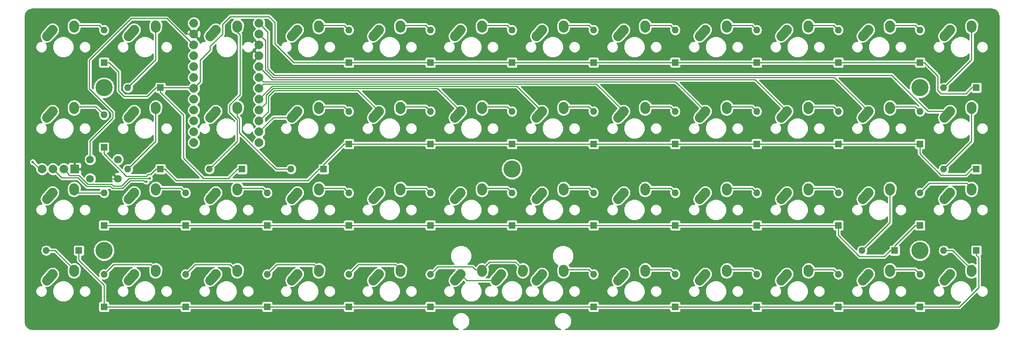
<source format=gbl>
%TF.GenerationSoftware,KiCad,Pcbnew,4.0.6*%
%TF.CreationDate,2017-12-22T22:45:16+09:00*%
%TF.ProjectId,Danck,44616E636B2E6B696361645F70636200,rev?*%
%TF.FileFunction,Copper,L2,Bot,Signal*%
%FSLAX46Y46*%
G04 Gerber Fmt 4.6, Leading zero omitted, Abs format (unit mm)*
G04 Created by KiCad (PCBNEW 4.0.6) date 12/22/17 22:45:16*
%MOMM*%
%LPD*%
G01*
G04 APERTURE LIST*
%ADD10C,0.100000*%
%ADD11C,2.000000*%
%ADD12R,2.000000X2.000000*%
%ADD13R,1.600000X1.600000*%
%ADD14O,1.600000X1.600000*%
%ADD15C,2.250000*%
%ADD16C,2.250000*%
%ADD17C,2.032000*%
%ADD18C,1.800000*%
%ADD19C,4.000000*%
%ADD20C,0.600000*%
%ADD21C,0.250000*%
%ADD22C,0.254000*%
G04 APERTURE END LIST*
D10*
D11*
X35687000Y-66675000D03*
X38227000Y-66675000D03*
X33147000Y-66675000D03*
D12*
X40767000Y-66675000D03*
D13*
X47625000Y-41751250D03*
D14*
X47625000Y-34131250D03*
D13*
X60801250Y-47625000D03*
D14*
X53181250Y-47625000D03*
D13*
X79851250Y-66675000D03*
D14*
X72231250Y-66675000D03*
D13*
X104775000Y-41751250D03*
D14*
X104775000Y-34131250D03*
D13*
X123825000Y-41751250D03*
D14*
X123825000Y-34131250D03*
D13*
X142875000Y-41751250D03*
D14*
X142875000Y-34131250D03*
D13*
X161925000Y-41751250D03*
D14*
X161925000Y-34131250D03*
D13*
X180975000Y-41751250D03*
D14*
X180975000Y-34131250D03*
D13*
X200025000Y-41751250D03*
D14*
X200025000Y-34131250D03*
D13*
X219075000Y-41751250D03*
D14*
X219075000Y-34131250D03*
D13*
X238125000Y-41751250D03*
D14*
X238125000Y-34131250D03*
D13*
X251301250Y-47625000D03*
D14*
X243681250Y-47625000D03*
D13*
X47625000Y-61595000D03*
D14*
X47625000Y-53975000D03*
D13*
X60801250Y-66675000D03*
D14*
X53181250Y-66675000D03*
D13*
X98901250Y-66675000D03*
D14*
X91281250Y-66675000D03*
D13*
X104775000Y-60801250D03*
D14*
X104775000Y-53181250D03*
D13*
X123825000Y-60801250D03*
D14*
X123825000Y-53181250D03*
D13*
X142875000Y-60801250D03*
D14*
X142875000Y-53181250D03*
D13*
X161925000Y-60801250D03*
D14*
X161925000Y-53181250D03*
D13*
X180975000Y-60801250D03*
D14*
X180975000Y-53181250D03*
D13*
X200025000Y-60801250D03*
D14*
X200025000Y-53181250D03*
D13*
X219075000Y-60801250D03*
D14*
X219075000Y-53181250D03*
D13*
X238125000Y-60801250D03*
D14*
X238125000Y-53181250D03*
D13*
X251301250Y-66675000D03*
D14*
X243681250Y-66675000D03*
D13*
X47625000Y-79851250D03*
D14*
X47625000Y-72231250D03*
D13*
X66675000Y-79851250D03*
D14*
X66675000Y-72231250D03*
D13*
X85725000Y-79851250D03*
D14*
X85725000Y-72231250D03*
D13*
X104775000Y-79851250D03*
D14*
X104775000Y-72231250D03*
D13*
X123825000Y-79851250D03*
D14*
X123825000Y-72231250D03*
D13*
X142875000Y-79851250D03*
D14*
X142875000Y-72231250D03*
D13*
X161925000Y-79851250D03*
D14*
X161925000Y-72231250D03*
D13*
X180975000Y-79851250D03*
D14*
X180975000Y-72231250D03*
D13*
X200025000Y-79851250D03*
D14*
X200025000Y-72231250D03*
D13*
X219075000Y-79851250D03*
D14*
X219075000Y-72231250D03*
D13*
X232251250Y-85725000D03*
D14*
X224631250Y-85725000D03*
D13*
X238125000Y-79851250D03*
D14*
X238125000Y-72231250D03*
D13*
X41751250Y-85725000D03*
D14*
X34131250Y-85725000D03*
D13*
X47625000Y-98901250D03*
D14*
X47625000Y-91281250D03*
D13*
X66675000Y-98901250D03*
D14*
X66675000Y-91281250D03*
D13*
X85725000Y-98901250D03*
D14*
X85725000Y-91281250D03*
D13*
X104775000Y-98901250D03*
D14*
X104775000Y-91281250D03*
D13*
X123825000Y-98901250D03*
D14*
X123825000Y-91281250D03*
D13*
X161925000Y-98901250D03*
D14*
X161925000Y-91281250D03*
D13*
X180975000Y-98901250D03*
D14*
X180975000Y-91281250D03*
D13*
X200025000Y-98901250D03*
D14*
X200025000Y-91281250D03*
D13*
X219075000Y-98901250D03*
D14*
X219075000Y-91281250D03*
D13*
X238125000Y-98901250D03*
D14*
X238125000Y-91281250D03*
D13*
X251301250Y-85725000D03*
D14*
X243681250Y-85725000D03*
D15*
X40600000Y-33600000D02*
X40640000Y-33020000D01*
D16*
X40640000Y-33020000D03*
D15*
X34290000Y-35560000D02*
X35600000Y-34100000D01*
D16*
X35600000Y-34100000D03*
D15*
X59650000Y-33600000D02*
X59690000Y-33020000D01*
D16*
X59690000Y-33020000D03*
D15*
X53340000Y-35560000D02*
X54650000Y-34100000D01*
D16*
X54650000Y-34100000D03*
D15*
X78700000Y-33600000D02*
X78740000Y-33020000D01*
D16*
X78740000Y-33020000D03*
D15*
X72390000Y-35560000D02*
X73700000Y-34100000D01*
D16*
X73700000Y-34100000D03*
D15*
X97750000Y-33600000D02*
X97790000Y-33020000D01*
D16*
X97790000Y-33020000D03*
D15*
X91440000Y-35560000D02*
X92750000Y-34100000D01*
D16*
X92750000Y-34100000D03*
D15*
X116800000Y-33600000D02*
X116840000Y-33020000D01*
D16*
X116840000Y-33020000D03*
D15*
X110490000Y-35560000D02*
X111800000Y-34100000D01*
D16*
X111800000Y-34100000D03*
D15*
X135850000Y-33600000D02*
X135890000Y-33020000D01*
D16*
X135890000Y-33020000D03*
D15*
X129540000Y-35560000D02*
X130850000Y-34100000D01*
D16*
X130850000Y-34100000D03*
D15*
X154900000Y-33600000D02*
X154940000Y-33020000D01*
D16*
X154940000Y-33020000D03*
D15*
X148590000Y-35560000D02*
X149900000Y-34100000D01*
D16*
X149900000Y-34100000D03*
D15*
X173950000Y-33600000D02*
X173990000Y-33020000D01*
D16*
X173990000Y-33020000D03*
D15*
X167640000Y-35560000D02*
X168950000Y-34100000D01*
D16*
X168950000Y-34100000D03*
D15*
X193000000Y-33600000D02*
X193040000Y-33020000D01*
D16*
X193040000Y-33020000D03*
D15*
X186690000Y-35560000D02*
X188000000Y-34100000D01*
D16*
X188000000Y-34100000D03*
D15*
X212050000Y-33600000D02*
X212090000Y-33020000D01*
D16*
X212090000Y-33020000D03*
D15*
X205740000Y-35560000D02*
X207050000Y-34100000D01*
D16*
X207050000Y-34100000D03*
D15*
X231100000Y-33600000D02*
X231140000Y-33020000D01*
D16*
X231140000Y-33020000D03*
D15*
X224790000Y-35560000D02*
X226100000Y-34100000D01*
D16*
X226100000Y-34100000D03*
D15*
X250150000Y-33600000D02*
X250190000Y-33020000D01*
D16*
X250190000Y-33020000D03*
D15*
X243840000Y-35560000D02*
X245150000Y-34100000D01*
D16*
X245150000Y-34100000D03*
D15*
X40600000Y-52650000D02*
X40640000Y-52070000D01*
D16*
X40640000Y-52070000D03*
D15*
X34290000Y-54610000D02*
X35600000Y-53150000D01*
D16*
X35600000Y-53150000D03*
D15*
X59650000Y-52650000D02*
X59690000Y-52070000D01*
D16*
X59690000Y-52070000D03*
D15*
X53340000Y-54610000D02*
X54650000Y-53150000D01*
D16*
X54650000Y-53150000D03*
D15*
X78700000Y-52650000D02*
X78740000Y-52070000D01*
D16*
X78740000Y-52070000D03*
D15*
X72390000Y-54610000D02*
X73700000Y-53150000D01*
D16*
X73700000Y-53150000D03*
D15*
X97750000Y-52650000D02*
X97790000Y-52070000D01*
D16*
X97790000Y-52070000D03*
D15*
X91440000Y-54610000D02*
X92750000Y-53150000D01*
D16*
X92750000Y-53150000D03*
D15*
X116800000Y-52650000D02*
X116840000Y-52070000D01*
D16*
X116840000Y-52070000D03*
D15*
X110490000Y-54610000D02*
X111800000Y-53150000D01*
D16*
X111800000Y-53150000D03*
D15*
X135850000Y-52650000D02*
X135890000Y-52070000D01*
D16*
X135890000Y-52070000D03*
D15*
X129540000Y-54610000D02*
X130850000Y-53150000D01*
D16*
X130850000Y-53150000D03*
D15*
X154900000Y-52650000D02*
X154940000Y-52070000D01*
D16*
X154940000Y-52070000D03*
D15*
X148590000Y-54610000D02*
X149900000Y-53150000D01*
D16*
X149900000Y-53150000D03*
D15*
X173950000Y-52650000D02*
X173990000Y-52070000D01*
D16*
X173990000Y-52070000D03*
D15*
X167640000Y-54610000D02*
X168950000Y-53150000D01*
D16*
X168950000Y-53150000D03*
D15*
X193000000Y-52650000D02*
X193040000Y-52070000D01*
D16*
X193040000Y-52070000D03*
D15*
X186690000Y-54610000D02*
X188000000Y-53150000D01*
D16*
X188000000Y-53150000D03*
D15*
X212050000Y-52650000D02*
X212090000Y-52070000D01*
D16*
X212090000Y-52070000D03*
D15*
X205740000Y-54610000D02*
X207050000Y-53150000D01*
D16*
X207050000Y-53150000D03*
D15*
X231100000Y-52650000D02*
X231140000Y-52070000D01*
D16*
X231140000Y-52070000D03*
D15*
X224790000Y-54610000D02*
X226100000Y-53150000D01*
D16*
X226100000Y-53150000D03*
D15*
X250150000Y-52650000D02*
X250190000Y-52070000D01*
D16*
X250190000Y-52070000D03*
D15*
X243840000Y-54610000D02*
X245150000Y-53150000D01*
D16*
X245150000Y-53150000D03*
D15*
X40600000Y-71700000D02*
X40640000Y-71120000D01*
D16*
X40640000Y-71120000D03*
D15*
X34290000Y-73660000D02*
X35600000Y-72200000D01*
D16*
X35600000Y-72200000D03*
D15*
X59650000Y-71700000D02*
X59690000Y-71120000D01*
D16*
X59690000Y-71120000D03*
D15*
X53340000Y-73660000D02*
X54650000Y-72200000D01*
D16*
X54650000Y-72200000D03*
D15*
X78700000Y-71700000D02*
X78740000Y-71120000D01*
D16*
X78740000Y-71120000D03*
D15*
X72390000Y-73660000D02*
X73700000Y-72200000D01*
D16*
X73700000Y-72200000D03*
D15*
X97750000Y-71700000D02*
X97790000Y-71120000D01*
D16*
X97790000Y-71120000D03*
D15*
X91440000Y-73660000D02*
X92750000Y-72200000D01*
D16*
X92750000Y-72200000D03*
D15*
X116800000Y-71700000D02*
X116840000Y-71120000D01*
D16*
X116840000Y-71120000D03*
D15*
X110490000Y-73660000D02*
X111800000Y-72200000D01*
D16*
X111800000Y-72200000D03*
D15*
X135850000Y-71700000D02*
X135890000Y-71120000D01*
D16*
X135890000Y-71120000D03*
D15*
X129540000Y-73660000D02*
X130850000Y-72200000D01*
D16*
X130850000Y-72200000D03*
D15*
X154900000Y-71700000D02*
X154940000Y-71120000D01*
D16*
X154940000Y-71120000D03*
D15*
X148590000Y-73660000D02*
X149900000Y-72200000D01*
D16*
X149900000Y-72200000D03*
D15*
X173950000Y-71700000D02*
X173990000Y-71120000D01*
D16*
X173990000Y-71120000D03*
D15*
X167640000Y-73660000D02*
X168950000Y-72200000D01*
D16*
X168950000Y-72200000D03*
D15*
X193000000Y-71700000D02*
X193040000Y-71120000D01*
D16*
X193040000Y-71120000D03*
D15*
X186690000Y-73660000D02*
X188000000Y-72200000D01*
D16*
X188000000Y-72200000D03*
D15*
X212050000Y-71700000D02*
X212090000Y-71120000D01*
D16*
X212090000Y-71120000D03*
D15*
X205740000Y-73660000D02*
X207050000Y-72200000D01*
D16*
X207050000Y-72200000D03*
D15*
X231100000Y-71700000D02*
X231140000Y-71120000D01*
D16*
X231140000Y-71120000D03*
D15*
X224790000Y-73660000D02*
X226100000Y-72200000D01*
D16*
X226100000Y-72200000D03*
D15*
X250150000Y-71700000D02*
X250190000Y-71120000D01*
D16*
X250190000Y-71120000D03*
D15*
X243840000Y-73660000D02*
X245150000Y-72200000D01*
D16*
X245150000Y-72200000D03*
D15*
X40600000Y-90750000D02*
X40640000Y-90170000D01*
D16*
X40640000Y-90170000D03*
D15*
X34290000Y-92710000D02*
X35600000Y-91250000D01*
D16*
X35600000Y-91250000D03*
D15*
X59650000Y-90750000D02*
X59690000Y-90170000D01*
D16*
X59690000Y-90170000D03*
D15*
X53340000Y-92710000D02*
X54650000Y-91250000D01*
D16*
X54650000Y-91250000D03*
D15*
X78700000Y-90750000D02*
X78740000Y-90170000D01*
D16*
X78740000Y-90170000D03*
D15*
X72390000Y-92710000D02*
X73700000Y-91250000D01*
D16*
X73700000Y-91250000D03*
D15*
X97750000Y-90750000D02*
X97790000Y-90170000D01*
D16*
X97790000Y-90170000D03*
D15*
X91440000Y-92710000D02*
X92750000Y-91250000D01*
D16*
X92750000Y-91250000D03*
D15*
X116800000Y-90750000D02*
X116840000Y-90170000D01*
D16*
X116840000Y-90170000D03*
D15*
X110490000Y-92710000D02*
X111800000Y-91250000D01*
D16*
X111800000Y-91250000D03*
D15*
X135850000Y-90750000D02*
X135890000Y-90170000D01*
D16*
X135890000Y-90170000D03*
D15*
X129540000Y-92710000D02*
X130850000Y-91250000D01*
D16*
X130850000Y-91250000D03*
D15*
X154900000Y-90750000D02*
X154940000Y-90170000D01*
D16*
X154940000Y-90170000D03*
D15*
X148590000Y-92710000D02*
X149900000Y-91250000D01*
D16*
X149900000Y-91250000D03*
D15*
X173950000Y-90750000D02*
X173990000Y-90170000D01*
D16*
X173990000Y-90170000D03*
D15*
X167640000Y-92710000D02*
X168950000Y-91250000D01*
D16*
X168950000Y-91250000D03*
D15*
X193000000Y-90750000D02*
X193040000Y-90170000D01*
D16*
X193040000Y-90170000D03*
D15*
X186690000Y-92710000D02*
X188000000Y-91250000D01*
D16*
X188000000Y-91250000D03*
D15*
X212050000Y-90750000D02*
X212090000Y-90170000D01*
D16*
X212090000Y-90170000D03*
D15*
X205740000Y-92710000D02*
X207050000Y-91250000D01*
D16*
X207050000Y-91250000D03*
D15*
X231100000Y-90750000D02*
X231140000Y-90170000D01*
D16*
X231140000Y-90170000D03*
D15*
X224790000Y-92710000D02*
X226100000Y-91250000D01*
D16*
X226100000Y-91250000D03*
D15*
X250150000Y-90750000D02*
X250190000Y-90170000D01*
D16*
X250190000Y-90170000D03*
D15*
X243840000Y-92710000D02*
X245150000Y-91250000D01*
D16*
X245150000Y-91250000D03*
D15*
X145375000Y-90750000D02*
X145415000Y-90170000D01*
D16*
X145415000Y-90170000D03*
D15*
X139065000Y-92710000D02*
X140375000Y-91250000D01*
D16*
X140375000Y-91250000D03*
D17*
X83820000Y-32543750D03*
X83820000Y-35083750D03*
X83820000Y-37623750D03*
X83820000Y-40163750D03*
X83820000Y-42703750D03*
X83820000Y-45243750D03*
X83820000Y-47783750D03*
X83820000Y-50323750D03*
X83820000Y-52863750D03*
X83820000Y-55403750D03*
X83820000Y-57943750D03*
X83820000Y-60483750D03*
X68580000Y-32543750D03*
X68580000Y-35083750D03*
X68580000Y-37623750D03*
X68580000Y-40163750D03*
X68580000Y-42703750D03*
X68580000Y-45243750D03*
X68580000Y-47783750D03*
X68580000Y-50323750D03*
X68580000Y-52863750D03*
X68580000Y-55403750D03*
X68580000Y-57943750D03*
X68580000Y-60483750D03*
D18*
X44375000Y-64425000D03*
X50875000Y-68925000D03*
X44375000Y-68925000D03*
X50875000Y-64425000D03*
D19*
X142875000Y-66675000D03*
X238125000Y-85725000D03*
X47625000Y-85725000D03*
X238125000Y-47625000D03*
X47625000Y-47625000D03*
D20*
X30988000Y-65024000D03*
X57531000Y-69596000D03*
X58293000Y-68834000D03*
D21*
X104775000Y-41751250D02*
X91916250Y-41751250D01*
X91916250Y-41751250D02*
X87503000Y-37338000D01*
X72390000Y-37973000D02*
X72390000Y-38862000D01*
X87503000Y-37338000D02*
X87503000Y-32385000D01*
X87503000Y-32385000D02*
X86106000Y-30988000D01*
X86106000Y-30988000D02*
X77089000Y-30988000D01*
X75311000Y-32766000D02*
X75311000Y-35052000D01*
X77089000Y-30988000D02*
X75311000Y-32766000D01*
X75311000Y-35052000D02*
X72390000Y-37973000D01*
X72390000Y-38862000D02*
X70104000Y-41148000D01*
X70104000Y-41148000D02*
X70104000Y-46259750D01*
X70104000Y-46259750D02*
X68580000Y-47783750D01*
X47625000Y-41751250D02*
X48863250Y-41751250D01*
X48863250Y-41751250D02*
X51054000Y-43942000D01*
X51054000Y-43942000D02*
X51054000Y-48387000D01*
X51054000Y-48387000D02*
X52324000Y-49657000D01*
X52324000Y-49657000D02*
X57719250Y-49657000D01*
X59751250Y-47625000D02*
X60801250Y-47625000D01*
X57719250Y-49657000D02*
X59751250Y-47625000D01*
X60801250Y-47625000D02*
X60801250Y-48675000D01*
X60801250Y-48675000D02*
X66167000Y-54040750D01*
X66167000Y-54040750D02*
X66167000Y-64135000D01*
X66167000Y-64135000D02*
X70866000Y-68834000D01*
X70866000Y-68834000D02*
X76642250Y-68834000D01*
X76642250Y-68834000D02*
X78801250Y-66675000D01*
X78801250Y-66675000D02*
X79851250Y-66675000D01*
X243078000Y-49022000D02*
X248854250Y-49022000D01*
X248854250Y-49022000D02*
X250251250Y-47625000D01*
X250251250Y-47625000D02*
X251301250Y-47625000D01*
X242316000Y-48260000D02*
X243078000Y-49022000D01*
X242316000Y-44892250D02*
X242316000Y-48260000D01*
X238125000Y-41751250D02*
X239175000Y-41751250D01*
X239175000Y-41751250D02*
X242316000Y-44892250D01*
X219075000Y-41751250D02*
X220125000Y-41751250D01*
X220125000Y-41751250D02*
X238125000Y-41751250D01*
X200025000Y-41751250D02*
X201075000Y-41751250D01*
X201075000Y-41751250D02*
X219075000Y-41751250D01*
X180975000Y-41751250D02*
X182025000Y-41751250D01*
X182025000Y-41751250D02*
X200025000Y-41751250D01*
X161925000Y-41751250D02*
X162975000Y-41751250D01*
X162975000Y-41751250D02*
X180975000Y-41751250D01*
X142875000Y-41751250D02*
X143925000Y-41751250D01*
X143925000Y-41751250D02*
X161925000Y-41751250D01*
X123825000Y-41751250D02*
X124875000Y-41751250D01*
X124875000Y-41751250D02*
X142875000Y-41751250D01*
X104775000Y-41751250D02*
X105825000Y-41751250D01*
X105825000Y-41751250D02*
X123825000Y-41751250D01*
X60801250Y-47625000D02*
X68421250Y-47625000D01*
X68421250Y-47625000D02*
X68580000Y-47783750D01*
X40640000Y-33020000D02*
X46513750Y-33020000D01*
X46513750Y-33020000D02*
X47625000Y-34131250D01*
X59690000Y-33020000D02*
X59690000Y-41116250D01*
X59690000Y-41116250D02*
X53181250Y-47625000D01*
X78740000Y-33020000D02*
X78740000Y-34610990D01*
X78740000Y-34610990D02*
X79375000Y-35245990D01*
X79375000Y-35245990D02*
X79375000Y-49288998D01*
X79375000Y-49288998D02*
X76962000Y-51701998D01*
X78740000Y-55118000D02*
X78740000Y-60166250D01*
X76962000Y-51701998D02*
X76962000Y-53340000D01*
X76962000Y-53340000D02*
X78740000Y-55118000D01*
X78740000Y-60166250D02*
X78613000Y-60293250D01*
X78613000Y-60293250D02*
X72231250Y-66675000D01*
X97790000Y-33020000D02*
X103663750Y-33020000D01*
X103663750Y-33020000D02*
X104775000Y-34131250D01*
X116840000Y-33020000D02*
X122713750Y-33020000D01*
X122713750Y-33020000D02*
X123825000Y-34131250D01*
X135890000Y-33020000D02*
X141763750Y-33020000D01*
X141763750Y-33020000D02*
X142875000Y-34131250D01*
X154940000Y-33020000D02*
X160813750Y-33020000D01*
X160813750Y-33020000D02*
X161925000Y-34131250D01*
X173990000Y-33020000D02*
X179863750Y-33020000D01*
X179863750Y-33020000D02*
X180975000Y-34131250D01*
X193040000Y-33020000D02*
X198913750Y-33020000D01*
X198913750Y-33020000D02*
X200025000Y-34131250D01*
X212090000Y-33020000D02*
X217963750Y-33020000D01*
X217963750Y-33020000D02*
X219075000Y-34131250D01*
X231140000Y-33020000D02*
X237013750Y-33020000D01*
X237013750Y-33020000D02*
X238125000Y-34131250D01*
X250190000Y-33020000D02*
X250190000Y-41116250D01*
X250190000Y-41116250D02*
X243681250Y-47625000D01*
X60801250Y-66675000D02*
X59751250Y-66675000D01*
X47625000Y-63119000D02*
X47625000Y-61595000D01*
X59751250Y-66675000D02*
X58481250Y-67945000D01*
X58481250Y-67945000D02*
X57912000Y-67945000D01*
X57912000Y-67945000D02*
X57531000Y-68326000D01*
X57531000Y-68326000D02*
X52832000Y-68326000D01*
X52832000Y-68326000D02*
X47625000Y-63119000D01*
X60801250Y-66675000D02*
X61851250Y-66675000D01*
X64518250Y-69342000D02*
X95184250Y-69342000D01*
X61851250Y-66675000D02*
X64518250Y-69342000D01*
X95184250Y-69342000D02*
X97851250Y-66675000D01*
X97851250Y-66675000D02*
X98901250Y-66675000D01*
X243078000Y-68072000D02*
X248854250Y-68072000D01*
X248854250Y-68072000D02*
X250251250Y-66675000D01*
X250251250Y-66675000D02*
X251301250Y-66675000D01*
X238125000Y-63119000D02*
X243078000Y-68072000D01*
X238125000Y-60801250D02*
X238125000Y-63119000D01*
X219075000Y-60801250D02*
X238125000Y-60801250D01*
X200025000Y-60801250D02*
X219075000Y-60801250D01*
X180975000Y-60801250D02*
X182025000Y-60801250D01*
X182025000Y-60801250D02*
X200025000Y-60801250D01*
X161925000Y-60801250D02*
X180975000Y-60801250D01*
X142875000Y-60801250D02*
X143925000Y-60801250D01*
X143925000Y-60801250D02*
X161925000Y-60801250D01*
X123825000Y-60801250D02*
X124875000Y-60801250D01*
X124875000Y-60801250D02*
X142875000Y-60801250D01*
X104775000Y-60801250D02*
X105825000Y-60801250D01*
X105825000Y-60801250D02*
X123825000Y-60801250D01*
X98901250Y-66675000D02*
X98901250Y-65625000D01*
X98901250Y-65625000D02*
X103725000Y-60801250D01*
X103725000Y-60801250D02*
X104775000Y-60801250D01*
X40640000Y-52070000D02*
X45720000Y-52070000D01*
X45720000Y-52070000D02*
X47625000Y-53975000D01*
X59690000Y-52070000D02*
X59690000Y-60166250D01*
X59690000Y-60166250D02*
X53181250Y-66675000D01*
X78740000Y-52070000D02*
X78740000Y-54356000D01*
X78740000Y-54356000D02*
X79248000Y-54864000D01*
X79248000Y-54864000D02*
X79248000Y-58166000D01*
X79248000Y-58166000D02*
X87757000Y-66675000D01*
X87757000Y-66675000D02*
X91281250Y-66675000D01*
X97790000Y-52070000D02*
X103663750Y-52070000D01*
X103663750Y-52070000D02*
X104775000Y-53181250D01*
X117983000Y-52070000D02*
X122713750Y-52070000D01*
X122713750Y-52070000D02*
X123825000Y-53181250D01*
X117403000Y-52650000D02*
X117983000Y-52070000D01*
X116800000Y-52650000D02*
X117403000Y-52650000D01*
X135890000Y-52070000D02*
X141763750Y-52070000D01*
X141763750Y-52070000D02*
X142875000Y-53181250D01*
X154940000Y-52070000D02*
X160813750Y-52070000D01*
X160813750Y-52070000D02*
X161925000Y-53181250D01*
X173990000Y-52070000D02*
X179863750Y-52070000D01*
X179863750Y-52070000D02*
X180975000Y-53181250D01*
X194183000Y-52070000D02*
X198913750Y-52070000D01*
X198913750Y-52070000D02*
X200025000Y-53181250D01*
X193603000Y-52650000D02*
X194183000Y-52070000D01*
X193000000Y-52650000D02*
X193603000Y-52650000D01*
X212090000Y-52070000D02*
X217963750Y-52070000D01*
X217963750Y-52070000D02*
X219075000Y-53181250D01*
X231140000Y-52070000D02*
X237013750Y-52070000D01*
X237013750Y-52070000D02*
X238125000Y-53181250D01*
X250190000Y-52070000D02*
X250190000Y-60166250D01*
X250190000Y-60166250D02*
X243681250Y-66675000D01*
X232251250Y-85725000D02*
X232251250Y-84675000D01*
X232251250Y-84675000D02*
X237075000Y-79851250D01*
X237075000Y-79851250D02*
X238125000Y-79851250D01*
X224028000Y-87122000D02*
X229804250Y-87122000D01*
X229804250Y-87122000D02*
X231201250Y-85725000D01*
X231201250Y-85725000D02*
X232251250Y-85725000D01*
X219075000Y-82169000D02*
X224028000Y-87122000D01*
X219075000Y-79851250D02*
X219075000Y-82169000D01*
X200025000Y-79851250D02*
X201075000Y-79851250D01*
X201075000Y-79851250D02*
X219075000Y-79851250D01*
X180975000Y-79851250D02*
X182025000Y-79851250D01*
X182025000Y-79851250D02*
X200025000Y-79851250D01*
X161925000Y-79851250D02*
X180975000Y-79851250D01*
X142875000Y-79851250D02*
X161925000Y-79851250D01*
X123825000Y-79851250D02*
X124875000Y-79851250D01*
X124875000Y-79851250D02*
X142875000Y-79851250D01*
X104775000Y-79851250D02*
X105825000Y-79851250D01*
X105825000Y-79851250D02*
X123825000Y-79851250D01*
X85725000Y-79851250D02*
X86775000Y-79851250D01*
X86775000Y-79851250D02*
X104775000Y-79851250D01*
X66675000Y-79851250D02*
X67725000Y-79851250D01*
X67725000Y-79851250D02*
X85725000Y-79851250D01*
X47625000Y-79851250D02*
X48675000Y-79851250D01*
X48675000Y-79851250D02*
X66675000Y-79851250D01*
X47625000Y-72231250D02*
X41751250Y-72231250D01*
X41751250Y-72231250D02*
X40640000Y-71120000D01*
X60960000Y-71120000D02*
X65563750Y-71120000D01*
X65563750Y-71120000D02*
X66675000Y-72231250D01*
X60380000Y-71700000D02*
X60960000Y-71120000D01*
X59650000Y-71700000D02*
X60380000Y-71700000D01*
X78740000Y-71120000D02*
X84613750Y-71120000D01*
X84613750Y-71120000D02*
X85725000Y-72231250D01*
X97790000Y-71120000D02*
X103663750Y-71120000D01*
X103663750Y-71120000D02*
X104775000Y-72231250D01*
X116840000Y-71120000D02*
X122713750Y-71120000D01*
X122713750Y-71120000D02*
X123825000Y-72231250D01*
X135890000Y-71120000D02*
X141763750Y-71120000D01*
X141763750Y-71120000D02*
X142875000Y-72231250D01*
X156083000Y-71120000D02*
X160813750Y-71120000D01*
X160813750Y-71120000D02*
X161925000Y-72231250D01*
X155503000Y-71700000D02*
X156083000Y-71120000D01*
X154900000Y-71700000D02*
X155503000Y-71700000D01*
X173990000Y-71120000D02*
X179863750Y-71120000D01*
X179863750Y-71120000D02*
X180975000Y-72231250D01*
X193040000Y-71120000D02*
X198913750Y-71120000D01*
X198913750Y-71120000D02*
X200025000Y-72231250D01*
X212090000Y-71120000D02*
X217963750Y-71120000D01*
X217963750Y-71120000D02*
X219075000Y-72231250D01*
X231140000Y-71120000D02*
X231140000Y-79216250D01*
X231140000Y-79216250D02*
X224631250Y-85725000D01*
X250190000Y-71120000D02*
X249065001Y-69995001D01*
X249065001Y-69995001D02*
X240361249Y-69995001D01*
X240361249Y-69995001D02*
X238924999Y-71431251D01*
X238924999Y-71431251D02*
X238125000Y-72231250D01*
X219075000Y-98901250D02*
X238125000Y-98901250D01*
X200025000Y-98901250D02*
X201075000Y-98901250D01*
X201075000Y-98901250D02*
X219075000Y-98901250D01*
X180975000Y-98901250D02*
X182025000Y-98901250D01*
X182025000Y-98901250D02*
X200025000Y-98901250D01*
X161925000Y-98901250D02*
X162975000Y-98901250D01*
X162975000Y-98901250D02*
X180975000Y-98901250D01*
X123825000Y-98901250D02*
X124875000Y-98901250D01*
X124875000Y-98901250D02*
X161925000Y-98901250D01*
X104775000Y-98901250D02*
X105825000Y-98901250D01*
X105825000Y-98901250D02*
X123825000Y-98901250D01*
X85725000Y-98901250D02*
X104775000Y-98901250D01*
X66675000Y-98901250D02*
X67725000Y-98901250D01*
X67725000Y-98901250D02*
X85725000Y-98901250D01*
X47625000Y-98901250D02*
X48675000Y-98901250D01*
X48675000Y-98901250D02*
X66675000Y-98901250D01*
X47625000Y-93853000D02*
X41751250Y-87979250D01*
X41751250Y-87979250D02*
X41751250Y-85725000D01*
X47625000Y-98901250D02*
X47625000Y-93853000D01*
X251841000Y-87314750D02*
X251841000Y-94398666D01*
X251841000Y-94398666D02*
X247338416Y-98901250D01*
X239175000Y-98901250D02*
X238125000Y-98901250D01*
X247338416Y-98901250D02*
X239175000Y-98901250D01*
X251301250Y-85725000D02*
X251301250Y-86775000D01*
X251301250Y-86775000D02*
X251841000Y-87314750D01*
X40640000Y-90170000D02*
X36195000Y-85725000D01*
X36195000Y-85725000D02*
X34131250Y-85725000D01*
X59690000Y-90170000D02*
X58565001Y-89045001D01*
X58565001Y-89045001D02*
X49861249Y-89045001D01*
X49861249Y-89045001D02*
X48424999Y-90481251D01*
X48424999Y-90481251D02*
X47625000Y-91281250D01*
X78700000Y-90750000D02*
X76977000Y-89027000D01*
X76977000Y-89027000D02*
X68929250Y-89027000D01*
X68929250Y-89027000D02*
X67474999Y-90481251D01*
X67474999Y-90481251D02*
X66675000Y-91281250D01*
X97790000Y-90170000D02*
X96665001Y-89045001D01*
X96665001Y-89045001D02*
X87961249Y-89045001D01*
X87961249Y-89045001D02*
X86524999Y-90481251D01*
X86524999Y-90481251D02*
X85725000Y-91281250D01*
X116840000Y-90170000D02*
X115715001Y-89045001D01*
X115715001Y-89045001D02*
X107011249Y-89045001D01*
X107011249Y-89045001D02*
X105574999Y-90481251D01*
X105574999Y-90481251D02*
X104775000Y-91281250D01*
X135890000Y-90170000D02*
X137668000Y-88392000D01*
X137668000Y-88392000D02*
X143637000Y-88392000D01*
X143637000Y-88392000D02*
X144290001Y-89045001D01*
X144290001Y-89045001D02*
X145415000Y-90170000D01*
X133664010Y-89535000D02*
X125571250Y-89535000D01*
X125571250Y-89535000D02*
X123825000Y-91281250D01*
X135890000Y-90170000D02*
X134299010Y-90170000D01*
X134299010Y-90170000D02*
X133664010Y-89535000D01*
X154940000Y-90170000D02*
X160813750Y-90170000D01*
X160813750Y-90170000D02*
X161925000Y-91281250D01*
X173990000Y-90170000D02*
X179863750Y-90170000D01*
X179863750Y-90170000D02*
X180975000Y-91281250D01*
X194183000Y-90170000D02*
X198913750Y-90170000D01*
X198913750Y-90170000D02*
X200025000Y-91281250D01*
X193603000Y-90750000D02*
X194183000Y-90170000D01*
X193000000Y-90750000D02*
X193603000Y-90750000D01*
X212090000Y-90170000D02*
X217963750Y-90170000D01*
X217963750Y-90170000D02*
X219075000Y-91281250D01*
X231140000Y-90170000D02*
X237013750Y-90170000D01*
X237013750Y-90170000D02*
X238125000Y-91281250D01*
X250190000Y-90170000D02*
X245745000Y-85725000D01*
X245745000Y-85725000D02*
X243681250Y-85725000D01*
X83820000Y-57943750D02*
X87153750Y-54610000D01*
X87153750Y-54610000D02*
X91440000Y-54610000D01*
X83820000Y-55403750D02*
X85979000Y-53244750D01*
X85979000Y-53244750D02*
X85979000Y-49657000D01*
X85979000Y-49657000D02*
X87376000Y-48260000D01*
X87376000Y-48260000D02*
X106910000Y-48260000D01*
X106910000Y-48260000D02*
X111800000Y-53150000D01*
X83820000Y-52863750D02*
X85471000Y-51212750D01*
X85471000Y-51212750D02*
X85471000Y-49403000D01*
X85471000Y-49403000D02*
X87122000Y-47752000D01*
X87122000Y-47752000D02*
X125452000Y-47752000D01*
X125452000Y-47752000D02*
X130850000Y-53150000D01*
X139065000Y-92710000D02*
X132310000Y-92710000D01*
X132310000Y-92710000D02*
X130850000Y-91250000D01*
X149328000Y-52578000D02*
X149900000Y-53150000D01*
X86899750Y-47244000D02*
X143994000Y-47244000D01*
X143994000Y-47244000D02*
X149328000Y-52578000D01*
X83820000Y-50323750D02*
X86899750Y-47244000D01*
X83820000Y-47783750D02*
X84867750Y-46736000D01*
X84867750Y-46736000D02*
X162536000Y-46736000D01*
X162536000Y-46736000D02*
X168950000Y-53150000D01*
X84836000Y-46228000D02*
X181078000Y-46228000D01*
X181078000Y-46228000D02*
X188000000Y-53150000D01*
X83851750Y-45243750D02*
X84836000Y-46228000D01*
X83820000Y-45243750D02*
X83851750Y-45243750D01*
X86836250Y-45720000D02*
X199620000Y-45720000D01*
X199620000Y-45720000D02*
X207050000Y-53150000D01*
X83820000Y-42703750D02*
X86836250Y-45720000D01*
X85979000Y-44069000D02*
X87122000Y-45212000D01*
X87122000Y-45212000D02*
X218162000Y-45212000D01*
X83820000Y-35083750D02*
X85344000Y-36607750D01*
X85344000Y-36607750D02*
X85344000Y-43434000D01*
X85344000Y-43434000D02*
X85979000Y-44069000D01*
X218162000Y-45212000D02*
X226100000Y-53150000D01*
X231521000Y-44704000D02*
X239967000Y-53150000D01*
X239967000Y-53150000D02*
X245150000Y-53150000D01*
X87376000Y-44704000D02*
X231521000Y-44704000D01*
X85852000Y-43180000D02*
X87376000Y-44704000D01*
X85852000Y-34575750D02*
X85852000Y-43180000D01*
X83820000Y-32543750D02*
X85852000Y-34575750D01*
X44375000Y-64425000D02*
X44375000Y-60019000D01*
X44196000Y-41148000D02*
X53975000Y-31369000D01*
X44375000Y-60019000D02*
X49657000Y-54737000D01*
X49657000Y-54737000D02*
X49657000Y-53340000D01*
X49657000Y-53340000D02*
X44196000Y-47879000D01*
X44196000Y-47879000D02*
X44196000Y-41148000D01*
X53975000Y-31369000D02*
X62325250Y-31369000D01*
X62325250Y-31369000D02*
X68580000Y-37623750D01*
X42926000Y-65024000D02*
X42926000Y-65766000D01*
X42926000Y-65766000D02*
X42017000Y-66675000D01*
X42017000Y-66675000D02*
X40767000Y-66675000D01*
X50875000Y-68925000D02*
X46827000Y-68925000D01*
X62484000Y-30861000D02*
X66706750Y-35083750D01*
X66706750Y-35083750D02*
X68580000Y-35083750D01*
X46827000Y-68925000D02*
X42926000Y-65024000D01*
X42926000Y-65024000D02*
X42926000Y-60706000D01*
X49149000Y-54483000D02*
X49149000Y-53594000D01*
X42926000Y-60706000D02*
X49149000Y-54483000D01*
X53721000Y-30861000D02*
X62484000Y-30861000D01*
X49149000Y-53594000D02*
X43688000Y-48133000D01*
X43688000Y-48133000D02*
X43688000Y-40894000D01*
X43688000Y-40894000D02*
X53721000Y-30861000D01*
X30988000Y-65024000D02*
X32639000Y-66675000D01*
X32639000Y-66675000D02*
X33147000Y-66675000D01*
X38735000Y-68707000D02*
X37719000Y-68707000D01*
X37719000Y-68707000D02*
X35687000Y-66675000D01*
X41529000Y-68707000D02*
X38735000Y-68707000D01*
X43561000Y-70739000D02*
X41529000Y-68707000D01*
X49149000Y-70739000D02*
X43561000Y-70739000D01*
X49530000Y-71120000D02*
X49149000Y-70739000D01*
X51943000Y-71120000D02*
X49530000Y-71120000D01*
X53721000Y-69342000D02*
X51943000Y-71120000D01*
X56852736Y-69342000D02*
X53721000Y-69342000D01*
X57531000Y-69596000D02*
X57106736Y-69596000D01*
X57106736Y-69596000D02*
X56852736Y-69342000D01*
X39243000Y-67818000D02*
X39243000Y-67691000D01*
X39243000Y-67691000D02*
X38227000Y-66675000D01*
X39624000Y-68199000D02*
X39243000Y-67818000D01*
X40513000Y-68199000D02*
X39624000Y-68199000D01*
X40513000Y-68199000D02*
X41783000Y-68199000D01*
X53467000Y-68834000D02*
X58293000Y-68834000D01*
X41783000Y-68199000D02*
X43815000Y-70231000D01*
X43815000Y-70231000D02*
X49403000Y-70231000D01*
X49403000Y-70231000D02*
X49784000Y-70612000D01*
X49784000Y-70612000D02*
X51689000Y-70612000D01*
X51689000Y-70612000D02*
X53467000Y-68834000D01*
D22*
G36*
X255477540Y-29305436D02*
X256057228Y-29692771D01*
X256444564Y-30272461D01*
X256592000Y-31013672D01*
X256592000Y-102336328D01*
X256444564Y-103077539D01*
X256057228Y-103657229D01*
X255477540Y-104044564D01*
X254736328Y-104192000D01*
X155366032Y-104192000D01*
X155930782Y-103958650D01*
X156502891Y-103387538D01*
X156812896Y-102640963D01*
X156813602Y-101832584D01*
X156504900Y-101085468D01*
X155933788Y-100513359D01*
X155187213Y-100203354D01*
X154378834Y-100202648D01*
X153631718Y-100511350D01*
X153059609Y-101082462D01*
X152749604Y-101829037D01*
X152748898Y-102637416D01*
X153057600Y-103384532D01*
X153628712Y-103956641D01*
X154195519Y-104192000D01*
X131553532Y-104192000D01*
X132118282Y-103958650D01*
X132690391Y-103387538D01*
X133000396Y-102640963D01*
X133001102Y-101832584D01*
X132692400Y-101085468D01*
X132121288Y-100513359D01*
X131374713Y-100203354D01*
X130566334Y-100202648D01*
X129819218Y-100511350D01*
X129247109Y-101082462D01*
X128937104Y-101829037D01*
X128936398Y-102637416D01*
X129245100Y-103384532D01*
X129816212Y-103956641D01*
X130383019Y-104192000D01*
X31013672Y-104192000D01*
X30272461Y-104044564D01*
X29692771Y-103657228D01*
X29305436Y-103077540D01*
X29158000Y-102336328D01*
X29158000Y-95519116D01*
X31660865Y-95519116D01*
X31867309Y-96018749D01*
X32249240Y-96401347D01*
X32748512Y-96608663D01*
X33289116Y-96609135D01*
X33788749Y-96402691D01*
X34171347Y-96020760D01*
X34285655Y-95745475D01*
X35597667Y-95745475D01*
X35977756Y-96665361D01*
X36680937Y-97369771D01*
X37600158Y-97751465D01*
X38595475Y-97752333D01*
X39515361Y-97372244D01*
X40219771Y-96669063D01*
X40601465Y-95749842D01*
X40601666Y-95519116D01*
X41820865Y-95519116D01*
X42027309Y-96018749D01*
X42409240Y-96401347D01*
X42908512Y-96608663D01*
X43449116Y-96609135D01*
X43948749Y-96402691D01*
X44331347Y-96020760D01*
X44538663Y-95521488D01*
X44539135Y-94980884D01*
X44332691Y-94481251D01*
X43950760Y-94098653D01*
X43451488Y-93891337D01*
X42910884Y-93890865D01*
X42411251Y-94097309D01*
X42028653Y-94479240D01*
X41821337Y-94978512D01*
X41820865Y-95519116D01*
X40601666Y-95519116D01*
X40602333Y-94754525D01*
X40222244Y-93834639D01*
X39519063Y-93130229D01*
X38599842Y-92748535D01*
X37604525Y-92747667D01*
X36684639Y-93127756D01*
X35980229Y-93830937D01*
X35598535Y-94750158D01*
X35597667Y-95745475D01*
X34285655Y-95745475D01*
X34378663Y-95521488D01*
X34379135Y-94980884D01*
X34172691Y-94481251D01*
X34024675Y-94332977D01*
X34344102Y-94378724D01*
X34961389Y-94220811D01*
X35471256Y-93838692D01*
X36785472Y-92373993D01*
X36983582Y-92176228D01*
X37122015Y-91842846D01*
X37174477Y-91754315D01*
X37182743Y-91696596D01*
X37232716Y-91576249D01*
X37232916Y-91346267D01*
X37264808Y-91123586D01*
X37233218Y-91000100D01*
X37233282Y-90926601D01*
X37183748Y-90806718D01*
X37106895Y-90506299D01*
X37001523Y-90365699D01*
X36985197Y-90326188D01*
X36931892Y-90272790D01*
X36724776Y-89996432D01*
X36556430Y-89896673D01*
X36526228Y-89866418D01*
X36456549Y-89837485D01*
X36176627Y-89671607D01*
X35994129Y-89645470D01*
X35926249Y-89617284D01*
X35796532Y-89617171D01*
X35545898Y-89581276D01*
X35406910Y-89616832D01*
X35276601Y-89616718D01*
X35064055Y-89704540D01*
X34928611Y-89739189D01*
X34865222Y-89786696D01*
X34676188Y-89864803D01*
X34420715Y-90119831D01*
X34418744Y-90121308D01*
X34414525Y-90126011D01*
X34216418Y-90323772D01*
X34198618Y-90366640D01*
X33040348Y-91657536D01*
X32715523Y-92205685D01*
X32625192Y-92836414D01*
X32783105Y-93453701D01*
X33110972Y-93891179D01*
X32750884Y-93890865D01*
X32251251Y-94097309D01*
X31868653Y-94479240D01*
X31661337Y-94978512D01*
X31660865Y-95519116D01*
X29158000Y-95519116D01*
X29158000Y-85725000D01*
X32797625Y-85725000D01*
X32897191Y-86225550D01*
X33180729Y-86649896D01*
X33605075Y-86933434D01*
X34105625Y-87033000D01*
X34156875Y-87033000D01*
X34657425Y-86933434D01*
X35081771Y-86649896D01*
X35276809Y-86358000D01*
X35932802Y-86358000D01*
X39127953Y-89553150D01*
X39007284Y-89843751D01*
X39007049Y-90113045D01*
X38968277Y-90675244D01*
X39049291Y-91307238D01*
X39365992Y-91860120D01*
X39870164Y-92249722D01*
X40485053Y-92416728D01*
X41117047Y-92335714D01*
X41669929Y-92019013D01*
X42059531Y-91514841D01*
X42226537Y-90899952D01*
X42250726Y-90549206D01*
X42272716Y-90496249D01*
X42273282Y-89846601D01*
X42197027Y-89662049D01*
X42190709Y-89612763D01*
X42140303Y-89524766D01*
X42025197Y-89246188D01*
X41920856Y-89141664D01*
X41874008Y-89059880D01*
X41721795Y-88942256D01*
X41566228Y-88786418D01*
X41466588Y-88745044D01*
X41369836Y-88670278D01*
X41129012Y-88604869D01*
X40966249Y-88537284D01*
X40879897Y-88537209D01*
X40754947Y-88503272D01*
X40492835Y-88536872D01*
X40316601Y-88536718D01*
X40236796Y-88569693D01*
X40122953Y-88584286D01*
X40012661Y-88647463D01*
X36642599Y-85277401D01*
X36437239Y-85140184D01*
X36195000Y-85091999D01*
X36194995Y-85092000D01*
X35276809Y-85092000D01*
X35165224Y-84925000D01*
X40433298Y-84925000D01*
X40433298Y-86525000D01*
X40468720Y-86713253D01*
X40579978Y-86886153D01*
X40749738Y-87002145D01*
X40951250Y-87042952D01*
X41118250Y-87042952D01*
X41118250Y-87979245D01*
X41118249Y-87979250D01*
X41166434Y-88221489D01*
X41303651Y-88426849D01*
X46992000Y-94115198D01*
X46992000Y-97583298D01*
X46825000Y-97583298D01*
X46636747Y-97618720D01*
X46463847Y-97729978D01*
X46347855Y-97899738D01*
X46307048Y-98101250D01*
X46307048Y-99701250D01*
X46342470Y-99889503D01*
X46453728Y-100062403D01*
X46623488Y-100178395D01*
X46825000Y-100219202D01*
X48425000Y-100219202D01*
X48613253Y-100183780D01*
X48786153Y-100072522D01*
X48902145Y-99902762D01*
X48942952Y-99701250D01*
X48942952Y-99534250D01*
X65357048Y-99534250D01*
X65357048Y-99701250D01*
X65392470Y-99889503D01*
X65503728Y-100062403D01*
X65673488Y-100178395D01*
X65875000Y-100219202D01*
X67475000Y-100219202D01*
X67663253Y-100183780D01*
X67836153Y-100072522D01*
X67952145Y-99902762D01*
X67992952Y-99701250D01*
X67992952Y-99534250D01*
X84407048Y-99534250D01*
X84407048Y-99701250D01*
X84442470Y-99889503D01*
X84553728Y-100062403D01*
X84723488Y-100178395D01*
X84925000Y-100219202D01*
X86525000Y-100219202D01*
X86713253Y-100183780D01*
X86886153Y-100072522D01*
X87002145Y-99902762D01*
X87042952Y-99701250D01*
X87042952Y-99534250D01*
X103457048Y-99534250D01*
X103457048Y-99701250D01*
X103492470Y-99889503D01*
X103603728Y-100062403D01*
X103773488Y-100178395D01*
X103975000Y-100219202D01*
X105575000Y-100219202D01*
X105763253Y-100183780D01*
X105936153Y-100072522D01*
X106052145Y-99902762D01*
X106092952Y-99701250D01*
X106092952Y-99534250D01*
X122507048Y-99534250D01*
X122507048Y-99701250D01*
X122542470Y-99889503D01*
X122653728Y-100062403D01*
X122823488Y-100178395D01*
X123025000Y-100219202D01*
X124625000Y-100219202D01*
X124813253Y-100183780D01*
X124986153Y-100072522D01*
X125102145Y-99902762D01*
X125142952Y-99701250D01*
X125142952Y-99534250D01*
X160607048Y-99534250D01*
X160607048Y-99701250D01*
X160642470Y-99889503D01*
X160753728Y-100062403D01*
X160923488Y-100178395D01*
X161125000Y-100219202D01*
X162725000Y-100219202D01*
X162913253Y-100183780D01*
X163086153Y-100072522D01*
X163202145Y-99902762D01*
X163242952Y-99701250D01*
X163242952Y-99534250D01*
X179657048Y-99534250D01*
X179657048Y-99701250D01*
X179692470Y-99889503D01*
X179803728Y-100062403D01*
X179973488Y-100178395D01*
X180175000Y-100219202D01*
X181775000Y-100219202D01*
X181963253Y-100183780D01*
X182136153Y-100072522D01*
X182252145Y-99902762D01*
X182292952Y-99701250D01*
X182292952Y-99534250D01*
X198707048Y-99534250D01*
X198707048Y-99701250D01*
X198742470Y-99889503D01*
X198853728Y-100062403D01*
X199023488Y-100178395D01*
X199225000Y-100219202D01*
X200825000Y-100219202D01*
X201013253Y-100183780D01*
X201186153Y-100072522D01*
X201302145Y-99902762D01*
X201342952Y-99701250D01*
X201342952Y-99534250D01*
X217757048Y-99534250D01*
X217757048Y-99701250D01*
X217792470Y-99889503D01*
X217903728Y-100062403D01*
X218073488Y-100178395D01*
X218275000Y-100219202D01*
X219875000Y-100219202D01*
X220063253Y-100183780D01*
X220236153Y-100072522D01*
X220352145Y-99902762D01*
X220392952Y-99701250D01*
X220392952Y-99534250D01*
X236807048Y-99534250D01*
X236807048Y-99701250D01*
X236842470Y-99889503D01*
X236953728Y-100062403D01*
X237123488Y-100178395D01*
X237325000Y-100219202D01*
X238925000Y-100219202D01*
X239113253Y-100183780D01*
X239286153Y-100072522D01*
X239402145Y-99902762D01*
X239442952Y-99701250D01*
X239442952Y-99534250D01*
X247338411Y-99534250D01*
X247338416Y-99534251D01*
X247580655Y-99486066D01*
X247786015Y-99348849D01*
X251442464Y-95692399D01*
X251577309Y-96018749D01*
X251959240Y-96401347D01*
X252458512Y-96608663D01*
X252999116Y-96609135D01*
X253498749Y-96402691D01*
X253881347Y-96020760D01*
X254088663Y-95521488D01*
X254089135Y-94980884D01*
X253882691Y-94481251D01*
X253500760Y-94098653D01*
X253001488Y-93891337D01*
X252474000Y-93890876D01*
X252474000Y-87314755D01*
X252474001Y-87314750D01*
X252425816Y-87072512D01*
X252425816Y-87072511D01*
X252354466Y-86965728D01*
X252462403Y-86896272D01*
X252578395Y-86726512D01*
X252619202Y-86525000D01*
X252619202Y-84925000D01*
X252583780Y-84736747D01*
X252472522Y-84563847D01*
X252302762Y-84447855D01*
X252101250Y-84407048D01*
X250501250Y-84407048D01*
X250312997Y-84442470D01*
X250140097Y-84553728D01*
X250024105Y-84723488D01*
X249983298Y-84925000D01*
X249983298Y-86525000D01*
X250018720Y-86713253D01*
X250129978Y-86886153D01*
X250299738Y-87002145D01*
X250501250Y-87042952D01*
X250733615Y-87042952D01*
X250853651Y-87222599D01*
X251208000Y-87576947D01*
X251208000Y-88878350D01*
X251116228Y-88786418D01*
X251016588Y-88745044D01*
X250919836Y-88670278D01*
X250679012Y-88604869D01*
X250516249Y-88537284D01*
X250429897Y-88537209D01*
X250304947Y-88503272D01*
X250042835Y-88536872D01*
X249866601Y-88536718D01*
X249786796Y-88569693D01*
X249672953Y-88584286D01*
X249562661Y-88647463D01*
X246192599Y-85277401D01*
X245987239Y-85140184D01*
X245745000Y-85091999D01*
X245744995Y-85092000D01*
X244826809Y-85092000D01*
X244631771Y-84800104D01*
X244207425Y-84516566D01*
X243706875Y-84417000D01*
X243655625Y-84417000D01*
X243155075Y-84516566D01*
X242730729Y-84800104D01*
X242447191Y-85224450D01*
X242347625Y-85725000D01*
X242447191Y-86225550D01*
X242730729Y-86649896D01*
X243155075Y-86933434D01*
X243655625Y-87033000D01*
X243706875Y-87033000D01*
X244207425Y-86933434D01*
X244631771Y-86649896D01*
X244826809Y-86358000D01*
X245482802Y-86358000D01*
X248677953Y-89553150D01*
X248557284Y-89843751D01*
X248557049Y-90113045D01*
X248518277Y-90675244D01*
X248599291Y-91307238D01*
X248915992Y-91860120D01*
X249420164Y-92249722D01*
X250035053Y-92416728D01*
X250667047Y-92335714D01*
X251208000Y-92025846D01*
X251208000Y-94136469D01*
X250151951Y-95192518D01*
X250152333Y-94754525D01*
X249772244Y-93834639D01*
X249069063Y-93130229D01*
X248149842Y-92748535D01*
X247154525Y-92747667D01*
X246234639Y-93127756D01*
X245530229Y-93830937D01*
X245148535Y-94750158D01*
X245147667Y-95745475D01*
X245527756Y-96665361D01*
X246230937Y-97369771D01*
X247150158Y-97751465D01*
X247592617Y-97751851D01*
X247076218Y-98268250D01*
X239442952Y-98268250D01*
X239442952Y-98101250D01*
X239407530Y-97912997D01*
X239296272Y-97740097D01*
X239126512Y-97624105D01*
X238925000Y-97583298D01*
X237325000Y-97583298D01*
X237136747Y-97618720D01*
X236963847Y-97729978D01*
X236847855Y-97899738D01*
X236807048Y-98101250D01*
X236807048Y-98268250D01*
X220392952Y-98268250D01*
X220392952Y-98101250D01*
X220357530Y-97912997D01*
X220246272Y-97740097D01*
X220076512Y-97624105D01*
X219875000Y-97583298D01*
X218275000Y-97583298D01*
X218086747Y-97618720D01*
X217913847Y-97729978D01*
X217797855Y-97899738D01*
X217757048Y-98101250D01*
X217757048Y-98268250D01*
X201342952Y-98268250D01*
X201342952Y-98101250D01*
X201307530Y-97912997D01*
X201196272Y-97740097D01*
X201026512Y-97624105D01*
X200825000Y-97583298D01*
X199225000Y-97583298D01*
X199036747Y-97618720D01*
X198863847Y-97729978D01*
X198747855Y-97899738D01*
X198707048Y-98101250D01*
X198707048Y-98268250D01*
X182292952Y-98268250D01*
X182292952Y-98101250D01*
X182257530Y-97912997D01*
X182146272Y-97740097D01*
X181976512Y-97624105D01*
X181775000Y-97583298D01*
X180175000Y-97583298D01*
X179986747Y-97618720D01*
X179813847Y-97729978D01*
X179697855Y-97899738D01*
X179657048Y-98101250D01*
X179657048Y-98268250D01*
X163242952Y-98268250D01*
X163242952Y-98101250D01*
X163207530Y-97912997D01*
X163096272Y-97740097D01*
X162926512Y-97624105D01*
X162725000Y-97583298D01*
X161125000Y-97583298D01*
X160936747Y-97618720D01*
X160763847Y-97729978D01*
X160647855Y-97899738D01*
X160607048Y-98101250D01*
X160607048Y-98268250D01*
X125142952Y-98268250D01*
X125142952Y-98101250D01*
X125107530Y-97912997D01*
X124996272Y-97740097D01*
X124826512Y-97624105D01*
X124625000Y-97583298D01*
X123025000Y-97583298D01*
X122836747Y-97618720D01*
X122663847Y-97729978D01*
X122547855Y-97899738D01*
X122507048Y-98101250D01*
X122507048Y-98268250D01*
X106092952Y-98268250D01*
X106092952Y-98101250D01*
X106057530Y-97912997D01*
X105946272Y-97740097D01*
X105776512Y-97624105D01*
X105575000Y-97583298D01*
X103975000Y-97583298D01*
X103786747Y-97618720D01*
X103613847Y-97729978D01*
X103497855Y-97899738D01*
X103457048Y-98101250D01*
X103457048Y-98268250D01*
X87042952Y-98268250D01*
X87042952Y-98101250D01*
X87007530Y-97912997D01*
X86896272Y-97740097D01*
X86726512Y-97624105D01*
X86525000Y-97583298D01*
X84925000Y-97583298D01*
X84736747Y-97618720D01*
X84563847Y-97729978D01*
X84447855Y-97899738D01*
X84407048Y-98101250D01*
X84407048Y-98268250D01*
X67992952Y-98268250D01*
X67992952Y-98101250D01*
X67957530Y-97912997D01*
X67846272Y-97740097D01*
X67676512Y-97624105D01*
X67475000Y-97583298D01*
X65875000Y-97583298D01*
X65686747Y-97618720D01*
X65513847Y-97729978D01*
X65397855Y-97899738D01*
X65357048Y-98101250D01*
X65357048Y-98268250D01*
X48942952Y-98268250D01*
X48942952Y-98101250D01*
X48907530Y-97912997D01*
X48796272Y-97740097D01*
X48626512Y-97624105D01*
X48425000Y-97583298D01*
X48258000Y-97583298D01*
X48258000Y-93853005D01*
X48258001Y-93853000D01*
X48209816Y-93610762D01*
X48209816Y-93610761D01*
X48072599Y-93405401D01*
X47196923Y-92529725D01*
X47625000Y-92614875D01*
X48125550Y-92515309D01*
X48549896Y-92231771D01*
X48833434Y-91807425D01*
X48933000Y-91306875D01*
X48933000Y-91255625D01*
X48868763Y-90932684D01*
X48872595Y-90928852D01*
X48872598Y-90928850D01*
X50123446Y-89678001D01*
X54178284Y-89678001D01*
X54114055Y-89704540D01*
X53978611Y-89739189D01*
X53915222Y-89786696D01*
X53726188Y-89864803D01*
X53470715Y-90119831D01*
X53468744Y-90121308D01*
X53464525Y-90126011D01*
X53266418Y-90323772D01*
X53248618Y-90366640D01*
X52090348Y-91657536D01*
X51765523Y-92205685D01*
X51675192Y-92836414D01*
X51833105Y-93453701D01*
X52160972Y-93891179D01*
X51800884Y-93890865D01*
X51301251Y-94097309D01*
X50918653Y-94479240D01*
X50711337Y-94978512D01*
X50710865Y-95519116D01*
X50917309Y-96018749D01*
X51299240Y-96401347D01*
X51798512Y-96608663D01*
X52339116Y-96609135D01*
X52838749Y-96402691D01*
X53221347Y-96020760D01*
X53335655Y-95745475D01*
X54647667Y-95745475D01*
X55027756Y-96665361D01*
X55730937Y-97369771D01*
X56650158Y-97751465D01*
X57645475Y-97752333D01*
X58565361Y-97372244D01*
X59269771Y-96669063D01*
X59651465Y-95749842D01*
X59651666Y-95519116D01*
X60870865Y-95519116D01*
X61077309Y-96018749D01*
X61459240Y-96401347D01*
X61958512Y-96608663D01*
X62499116Y-96609135D01*
X62998749Y-96402691D01*
X63381347Y-96020760D01*
X63588663Y-95521488D01*
X63589135Y-94980884D01*
X63382691Y-94481251D01*
X63000760Y-94098653D01*
X62501488Y-93891337D01*
X61960884Y-93890865D01*
X61461251Y-94097309D01*
X61078653Y-94479240D01*
X60871337Y-94978512D01*
X60870865Y-95519116D01*
X59651666Y-95519116D01*
X59652333Y-94754525D01*
X59272244Y-93834639D01*
X58569063Y-93130229D01*
X57649842Y-92748535D01*
X56654525Y-92747667D01*
X55734639Y-93127756D01*
X55030229Y-93830937D01*
X54648535Y-94750158D01*
X54647667Y-95745475D01*
X53335655Y-95745475D01*
X53428663Y-95521488D01*
X53429135Y-94980884D01*
X53222691Y-94481251D01*
X53074675Y-94332977D01*
X53394102Y-94378724D01*
X54011389Y-94220811D01*
X54521256Y-93838692D01*
X55835472Y-92373993D01*
X56033582Y-92176228D01*
X56172015Y-91842846D01*
X56224477Y-91754315D01*
X56232743Y-91696596D01*
X56282716Y-91576249D01*
X56282916Y-91346267D01*
X56314808Y-91123586D01*
X56283218Y-91000100D01*
X56283282Y-90926601D01*
X56233748Y-90806718D01*
X56156895Y-90506299D01*
X56051523Y-90365699D01*
X56035197Y-90326188D01*
X55981892Y-90272790D01*
X55774776Y-89996432D01*
X55606430Y-89896673D01*
X55576228Y-89866418D01*
X55506549Y-89837485D01*
X55237417Y-89678001D01*
X58126110Y-89678001D01*
X58057284Y-89843751D01*
X58057049Y-90113045D01*
X58018277Y-90675244D01*
X58099291Y-91307238D01*
X58415992Y-91860120D01*
X58920164Y-92249722D01*
X59535053Y-92416728D01*
X60167047Y-92335714D01*
X60719929Y-92019013D01*
X61109531Y-91514841D01*
X61179934Y-91255625D01*
X65367000Y-91255625D01*
X65367000Y-91306875D01*
X65466566Y-91807425D01*
X65750104Y-92231771D01*
X66174450Y-92515309D01*
X66675000Y-92614875D01*
X67175550Y-92515309D01*
X67599896Y-92231771D01*
X67883434Y-91807425D01*
X67983000Y-91306875D01*
X67983000Y-91255625D01*
X67918763Y-90932684D01*
X67922595Y-90928852D01*
X67922598Y-90928850D01*
X69191447Y-89660000D01*
X73271850Y-89660000D01*
X73164055Y-89704540D01*
X73028611Y-89739189D01*
X72965222Y-89786696D01*
X72776188Y-89864803D01*
X72520715Y-90119831D01*
X72518744Y-90121308D01*
X72514525Y-90126011D01*
X72316418Y-90323772D01*
X72298618Y-90366640D01*
X71140348Y-91657536D01*
X70815523Y-92205685D01*
X70725192Y-92836414D01*
X70883105Y-93453701D01*
X71210972Y-93891179D01*
X70850884Y-93890865D01*
X70351251Y-94097309D01*
X69968653Y-94479240D01*
X69761337Y-94978512D01*
X69760865Y-95519116D01*
X69967309Y-96018749D01*
X70349240Y-96401347D01*
X70848512Y-96608663D01*
X71389116Y-96609135D01*
X71888749Y-96402691D01*
X72271347Y-96020760D01*
X72385655Y-95745475D01*
X73697667Y-95745475D01*
X74077756Y-96665361D01*
X74780937Y-97369771D01*
X75700158Y-97751465D01*
X76695475Y-97752333D01*
X77615361Y-97372244D01*
X78319771Y-96669063D01*
X78701465Y-95749842D01*
X78701666Y-95519116D01*
X79920865Y-95519116D01*
X80127309Y-96018749D01*
X80509240Y-96401347D01*
X81008512Y-96608663D01*
X81549116Y-96609135D01*
X82048749Y-96402691D01*
X82431347Y-96020760D01*
X82638663Y-95521488D01*
X82639135Y-94980884D01*
X82432691Y-94481251D01*
X82050760Y-94098653D01*
X81551488Y-93891337D01*
X81010884Y-93890865D01*
X80511251Y-94097309D01*
X80128653Y-94479240D01*
X79921337Y-94978512D01*
X79920865Y-95519116D01*
X78701666Y-95519116D01*
X78702333Y-94754525D01*
X78322244Y-93834639D01*
X77619063Y-93130229D01*
X76699842Y-92748535D01*
X75704525Y-92747667D01*
X74784639Y-93127756D01*
X74080229Y-93830937D01*
X73698535Y-94750158D01*
X73697667Y-95745475D01*
X72385655Y-95745475D01*
X72478663Y-95521488D01*
X72479135Y-94980884D01*
X72272691Y-94481251D01*
X72124675Y-94332977D01*
X72444102Y-94378724D01*
X73061389Y-94220811D01*
X73571256Y-93838692D01*
X74885472Y-92373993D01*
X75083582Y-92176228D01*
X75222015Y-91842846D01*
X75274477Y-91754315D01*
X75282743Y-91696596D01*
X75332716Y-91576249D01*
X75332916Y-91346267D01*
X75364808Y-91123586D01*
X75333218Y-91000100D01*
X75333282Y-90926601D01*
X75283748Y-90806718D01*
X75206895Y-90506299D01*
X75101523Y-90365699D01*
X75085197Y-90326188D01*
X75031892Y-90272790D01*
X74824776Y-89996432D01*
X74656430Y-89896673D01*
X74626228Y-89866418D01*
X74556549Y-89837485D01*
X74276627Y-89671607D01*
X74195582Y-89660000D01*
X76714802Y-89660000D01*
X77107102Y-90052300D01*
X77107049Y-90113045D01*
X77068277Y-90675244D01*
X77149291Y-91307238D01*
X77465992Y-91860120D01*
X77970164Y-92249722D01*
X78585053Y-92416728D01*
X79217047Y-92335714D01*
X79769929Y-92019013D01*
X80159531Y-91514841D01*
X80229934Y-91255625D01*
X84417000Y-91255625D01*
X84417000Y-91306875D01*
X84516566Y-91807425D01*
X84800104Y-92231771D01*
X85224450Y-92515309D01*
X85725000Y-92614875D01*
X86225550Y-92515309D01*
X86649896Y-92231771D01*
X86933434Y-91807425D01*
X87033000Y-91306875D01*
X87033000Y-91255625D01*
X86968763Y-90932684D01*
X86972595Y-90928852D01*
X86972598Y-90928850D01*
X88223446Y-89678001D01*
X92278284Y-89678001D01*
X92214055Y-89704540D01*
X92078611Y-89739189D01*
X92015222Y-89786696D01*
X91826188Y-89864803D01*
X91570715Y-90119831D01*
X91568744Y-90121308D01*
X91564525Y-90126011D01*
X91366418Y-90323772D01*
X91348618Y-90366640D01*
X90190348Y-91657536D01*
X89865523Y-92205685D01*
X89775192Y-92836414D01*
X89933105Y-93453701D01*
X90260972Y-93891179D01*
X89900884Y-93890865D01*
X89401251Y-94097309D01*
X89018653Y-94479240D01*
X88811337Y-94978512D01*
X88810865Y-95519116D01*
X89017309Y-96018749D01*
X89399240Y-96401347D01*
X89898512Y-96608663D01*
X90439116Y-96609135D01*
X90938749Y-96402691D01*
X91321347Y-96020760D01*
X91435655Y-95745475D01*
X92747667Y-95745475D01*
X93127756Y-96665361D01*
X93830937Y-97369771D01*
X94750158Y-97751465D01*
X95745475Y-97752333D01*
X96665361Y-97372244D01*
X97369771Y-96669063D01*
X97751465Y-95749842D01*
X97751666Y-95519116D01*
X98970865Y-95519116D01*
X99177309Y-96018749D01*
X99559240Y-96401347D01*
X100058512Y-96608663D01*
X100599116Y-96609135D01*
X101098749Y-96402691D01*
X101481347Y-96020760D01*
X101688663Y-95521488D01*
X101689135Y-94980884D01*
X101482691Y-94481251D01*
X101100760Y-94098653D01*
X100601488Y-93891337D01*
X100060884Y-93890865D01*
X99561251Y-94097309D01*
X99178653Y-94479240D01*
X98971337Y-94978512D01*
X98970865Y-95519116D01*
X97751666Y-95519116D01*
X97752333Y-94754525D01*
X97372244Y-93834639D01*
X96669063Y-93130229D01*
X95749842Y-92748535D01*
X94754525Y-92747667D01*
X93834639Y-93127756D01*
X93130229Y-93830937D01*
X92748535Y-94750158D01*
X92747667Y-95745475D01*
X91435655Y-95745475D01*
X91528663Y-95521488D01*
X91529135Y-94980884D01*
X91322691Y-94481251D01*
X91174675Y-94332977D01*
X91494102Y-94378724D01*
X92111389Y-94220811D01*
X92621256Y-93838692D01*
X93935472Y-92373993D01*
X94133582Y-92176228D01*
X94272015Y-91842846D01*
X94324477Y-91754315D01*
X94332743Y-91696596D01*
X94382716Y-91576249D01*
X94382916Y-91346267D01*
X94414808Y-91123586D01*
X94383218Y-91000100D01*
X94383282Y-90926601D01*
X94333748Y-90806718D01*
X94256895Y-90506299D01*
X94151523Y-90365699D01*
X94135197Y-90326188D01*
X94081892Y-90272790D01*
X93874776Y-89996432D01*
X93706430Y-89896673D01*
X93676228Y-89866418D01*
X93606549Y-89837485D01*
X93337417Y-89678001D01*
X96226110Y-89678001D01*
X96157284Y-89843751D01*
X96157049Y-90113045D01*
X96118277Y-90675244D01*
X96199291Y-91307238D01*
X96515992Y-91860120D01*
X97020164Y-92249722D01*
X97635053Y-92416728D01*
X98267047Y-92335714D01*
X98819929Y-92019013D01*
X99209531Y-91514841D01*
X99279934Y-91255625D01*
X103467000Y-91255625D01*
X103467000Y-91306875D01*
X103566566Y-91807425D01*
X103850104Y-92231771D01*
X104274450Y-92515309D01*
X104775000Y-92614875D01*
X105275550Y-92515309D01*
X105699896Y-92231771D01*
X105983434Y-91807425D01*
X106083000Y-91306875D01*
X106083000Y-91255625D01*
X106018763Y-90932684D01*
X106022595Y-90928852D01*
X106022598Y-90928850D01*
X107273446Y-89678001D01*
X111328284Y-89678001D01*
X111264055Y-89704540D01*
X111128611Y-89739189D01*
X111065222Y-89786696D01*
X110876188Y-89864803D01*
X110620715Y-90119831D01*
X110618744Y-90121308D01*
X110614525Y-90126011D01*
X110416418Y-90323772D01*
X110398618Y-90366640D01*
X109240348Y-91657536D01*
X108915523Y-92205685D01*
X108825192Y-92836414D01*
X108983105Y-93453701D01*
X109310972Y-93891179D01*
X108950884Y-93890865D01*
X108451251Y-94097309D01*
X108068653Y-94479240D01*
X107861337Y-94978512D01*
X107860865Y-95519116D01*
X108067309Y-96018749D01*
X108449240Y-96401347D01*
X108948512Y-96608663D01*
X109489116Y-96609135D01*
X109988749Y-96402691D01*
X110371347Y-96020760D01*
X110485655Y-95745475D01*
X111797667Y-95745475D01*
X112177756Y-96665361D01*
X112880937Y-97369771D01*
X113800158Y-97751465D01*
X114795475Y-97752333D01*
X115715361Y-97372244D01*
X116419771Y-96669063D01*
X116801465Y-95749842D01*
X116801666Y-95519116D01*
X118020865Y-95519116D01*
X118227309Y-96018749D01*
X118609240Y-96401347D01*
X119108512Y-96608663D01*
X119649116Y-96609135D01*
X120148749Y-96402691D01*
X120531347Y-96020760D01*
X120738663Y-95521488D01*
X120739135Y-94980884D01*
X120532691Y-94481251D01*
X120150760Y-94098653D01*
X119651488Y-93891337D01*
X119110884Y-93890865D01*
X118611251Y-94097309D01*
X118228653Y-94479240D01*
X118021337Y-94978512D01*
X118020865Y-95519116D01*
X116801666Y-95519116D01*
X116802333Y-94754525D01*
X116422244Y-93834639D01*
X115719063Y-93130229D01*
X114799842Y-92748535D01*
X113804525Y-92747667D01*
X112884639Y-93127756D01*
X112180229Y-93830937D01*
X111798535Y-94750158D01*
X111797667Y-95745475D01*
X110485655Y-95745475D01*
X110578663Y-95521488D01*
X110579135Y-94980884D01*
X110372691Y-94481251D01*
X110224675Y-94332977D01*
X110544102Y-94378724D01*
X111161389Y-94220811D01*
X111671256Y-93838692D01*
X112985472Y-92373993D01*
X113183582Y-92176228D01*
X113322015Y-91842846D01*
X113374477Y-91754315D01*
X113382743Y-91696596D01*
X113432716Y-91576249D01*
X113432916Y-91346267D01*
X113464808Y-91123586D01*
X113433218Y-91000100D01*
X113433282Y-90926601D01*
X113383748Y-90806718D01*
X113306895Y-90506299D01*
X113201523Y-90365699D01*
X113185197Y-90326188D01*
X113131892Y-90272790D01*
X112924776Y-89996432D01*
X112756430Y-89896673D01*
X112726228Y-89866418D01*
X112656549Y-89837485D01*
X112387417Y-89678001D01*
X115276110Y-89678001D01*
X115207284Y-89843751D01*
X115207049Y-90113045D01*
X115168277Y-90675244D01*
X115249291Y-91307238D01*
X115565992Y-91860120D01*
X116070164Y-92249722D01*
X116685053Y-92416728D01*
X117317047Y-92335714D01*
X117869929Y-92019013D01*
X118259531Y-91514841D01*
X118329934Y-91255625D01*
X122517000Y-91255625D01*
X122517000Y-91306875D01*
X122616566Y-91807425D01*
X122900104Y-92231771D01*
X123324450Y-92515309D01*
X123825000Y-92614875D01*
X124325550Y-92515309D01*
X124749896Y-92231771D01*
X125033434Y-91807425D01*
X125133000Y-91306875D01*
X125133000Y-91255625D01*
X125068763Y-90932685D01*
X125833447Y-90168000D01*
X129622462Y-90168000D01*
X129466418Y-90323772D01*
X129448618Y-90366640D01*
X128290348Y-91657536D01*
X127965523Y-92205685D01*
X127875192Y-92836414D01*
X128033105Y-93453701D01*
X128360972Y-93891179D01*
X128000884Y-93890865D01*
X127501251Y-94097309D01*
X127118653Y-94479240D01*
X126911337Y-94978512D01*
X126910865Y-95519116D01*
X127117309Y-96018749D01*
X127499240Y-96401347D01*
X127998512Y-96608663D01*
X128539116Y-96609135D01*
X129038749Y-96402691D01*
X129421347Y-96020760D01*
X129628663Y-95521488D01*
X129629135Y-94980884D01*
X129422691Y-94481251D01*
X129274675Y-94332977D01*
X129594102Y-94378724D01*
X130211389Y-94220811D01*
X130721256Y-93838692D01*
X131583037Y-92878234D01*
X131862399Y-93157596D01*
X131862401Y-93157599D01*
X131887766Y-93174547D01*
X131230229Y-93830937D01*
X130848535Y-94750158D01*
X130847667Y-95745475D01*
X131227756Y-96665361D01*
X131930937Y-97369771D01*
X132850158Y-97751465D01*
X133845475Y-97752333D01*
X134765361Y-97372244D01*
X135469771Y-96669063D01*
X135851465Y-95749842D01*
X135852333Y-94754525D01*
X135472244Y-93834639D01*
X134981463Y-93343000D01*
X137529786Y-93343000D01*
X137558105Y-93453701D01*
X137885972Y-93891179D01*
X137525884Y-93890865D01*
X137026251Y-94097309D01*
X136643653Y-94479240D01*
X136436337Y-94978512D01*
X136435865Y-95519116D01*
X136642309Y-96018749D01*
X137024240Y-96401347D01*
X137523512Y-96608663D01*
X138064116Y-96609135D01*
X138112000Y-96589350D01*
X138158512Y-96608663D01*
X138699116Y-96609135D01*
X139198749Y-96402691D01*
X139581347Y-96020760D01*
X139695655Y-95745475D01*
X140372667Y-95745475D01*
X140752756Y-96665361D01*
X141455937Y-97369771D01*
X142375158Y-97751465D01*
X143370475Y-97752333D01*
X144290361Y-97372244D01*
X144994771Y-96669063D01*
X145376465Y-95749842D01*
X145376666Y-95519116D01*
X145960865Y-95519116D01*
X146167309Y-96018749D01*
X146549240Y-96401347D01*
X147048512Y-96608663D01*
X147589116Y-96609135D01*
X147637000Y-96589350D01*
X147683512Y-96608663D01*
X148224116Y-96609135D01*
X148723749Y-96402691D01*
X149106347Y-96020760D01*
X149220655Y-95745475D01*
X149897667Y-95745475D01*
X150277756Y-96665361D01*
X150980937Y-97369771D01*
X151900158Y-97751465D01*
X152895475Y-97752333D01*
X153815361Y-97372244D01*
X154519771Y-96669063D01*
X154901465Y-95749842D01*
X154901666Y-95519116D01*
X156120865Y-95519116D01*
X156327309Y-96018749D01*
X156709240Y-96401347D01*
X157208512Y-96608663D01*
X157749116Y-96609135D01*
X158248749Y-96402691D01*
X158631347Y-96020760D01*
X158838663Y-95521488D01*
X158838665Y-95519116D01*
X165010865Y-95519116D01*
X165217309Y-96018749D01*
X165599240Y-96401347D01*
X166098512Y-96608663D01*
X166639116Y-96609135D01*
X167138749Y-96402691D01*
X167521347Y-96020760D01*
X167635655Y-95745475D01*
X168947667Y-95745475D01*
X169327756Y-96665361D01*
X170030937Y-97369771D01*
X170950158Y-97751465D01*
X171945475Y-97752333D01*
X172865361Y-97372244D01*
X173569771Y-96669063D01*
X173951465Y-95749842D01*
X173951666Y-95519116D01*
X175170865Y-95519116D01*
X175377309Y-96018749D01*
X175759240Y-96401347D01*
X176258512Y-96608663D01*
X176799116Y-96609135D01*
X177298749Y-96402691D01*
X177681347Y-96020760D01*
X177888663Y-95521488D01*
X177888665Y-95519116D01*
X184060865Y-95519116D01*
X184267309Y-96018749D01*
X184649240Y-96401347D01*
X185148512Y-96608663D01*
X185689116Y-96609135D01*
X186188749Y-96402691D01*
X186571347Y-96020760D01*
X186685655Y-95745475D01*
X187997667Y-95745475D01*
X188377756Y-96665361D01*
X189080937Y-97369771D01*
X190000158Y-97751465D01*
X190995475Y-97752333D01*
X191915361Y-97372244D01*
X192619771Y-96669063D01*
X193001465Y-95749842D01*
X193001666Y-95519116D01*
X194220865Y-95519116D01*
X194427309Y-96018749D01*
X194809240Y-96401347D01*
X195308512Y-96608663D01*
X195849116Y-96609135D01*
X196348749Y-96402691D01*
X196731347Y-96020760D01*
X196938663Y-95521488D01*
X196938665Y-95519116D01*
X203110865Y-95519116D01*
X203317309Y-96018749D01*
X203699240Y-96401347D01*
X204198512Y-96608663D01*
X204739116Y-96609135D01*
X205238749Y-96402691D01*
X205621347Y-96020760D01*
X205735655Y-95745475D01*
X207047667Y-95745475D01*
X207427756Y-96665361D01*
X208130937Y-97369771D01*
X209050158Y-97751465D01*
X210045475Y-97752333D01*
X210965361Y-97372244D01*
X211669771Y-96669063D01*
X212051465Y-95749842D01*
X212051666Y-95519116D01*
X213270865Y-95519116D01*
X213477309Y-96018749D01*
X213859240Y-96401347D01*
X214358512Y-96608663D01*
X214899116Y-96609135D01*
X215398749Y-96402691D01*
X215781347Y-96020760D01*
X215988663Y-95521488D01*
X215988665Y-95519116D01*
X222160865Y-95519116D01*
X222367309Y-96018749D01*
X222749240Y-96401347D01*
X223248512Y-96608663D01*
X223789116Y-96609135D01*
X224288749Y-96402691D01*
X224671347Y-96020760D01*
X224785655Y-95745475D01*
X226097667Y-95745475D01*
X226477756Y-96665361D01*
X227180937Y-97369771D01*
X228100158Y-97751465D01*
X229095475Y-97752333D01*
X230015361Y-97372244D01*
X230719771Y-96669063D01*
X231101465Y-95749842D01*
X231101666Y-95519116D01*
X232320865Y-95519116D01*
X232527309Y-96018749D01*
X232909240Y-96401347D01*
X233408512Y-96608663D01*
X233949116Y-96609135D01*
X234448749Y-96402691D01*
X234831347Y-96020760D01*
X235038663Y-95521488D01*
X235038665Y-95519116D01*
X241210865Y-95519116D01*
X241417309Y-96018749D01*
X241799240Y-96401347D01*
X242298512Y-96608663D01*
X242839116Y-96609135D01*
X243338749Y-96402691D01*
X243721347Y-96020760D01*
X243928663Y-95521488D01*
X243929135Y-94980884D01*
X243722691Y-94481251D01*
X243574675Y-94332977D01*
X243894102Y-94378724D01*
X244511389Y-94220811D01*
X245021256Y-93838692D01*
X246335472Y-92373993D01*
X246533582Y-92176228D01*
X246672015Y-91842846D01*
X246724477Y-91754315D01*
X246732743Y-91696596D01*
X246782716Y-91576249D01*
X246782916Y-91346267D01*
X246814808Y-91123586D01*
X246783218Y-91000100D01*
X246783282Y-90926601D01*
X246733748Y-90806718D01*
X246656895Y-90506299D01*
X246551523Y-90365699D01*
X246535197Y-90326188D01*
X246481892Y-90272790D01*
X246274776Y-89996432D01*
X246106430Y-89896673D01*
X246076228Y-89866418D01*
X246006549Y-89837485D01*
X245726627Y-89671607D01*
X245544129Y-89645470D01*
X245476249Y-89617284D01*
X245346532Y-89617171D01*
X245095898Y-89581276D01*
X244956910Y-89616832D01*
X244826601Y-89616718D01*
X244614055Y-89704540D01*
X244478611Y-89739189D01*
X244415222Y-89786696D01*
X244226188Y-89864803D01*
X243970715Y-90119831D01*
X243968744Y-90121308D01*
X243964525Y-90126011D01*
X243766418Y-90323772D01*
X243748618Y-90366640D01*
X242590348Y-91657536D01*
X242265523Y-92205685D01*
X242175192Y-92836414D01*
X242333105Y-93453701D01*
X242660972Y-93891179D01*
X242300884Y-93890865D01*
X241801251Y-94097309D01*
X241418653Y-94479240D01*
X241211337Y-94978512D01*
X241210865Y-95519116D01*
X235038665Y-95519116D01*
X235039135Y-94980884D01*
X234832691Y-94481251D01*
X234450760Y-94098653D01*
X233951488Y-93891337D01*
X233410884Y-93890865D01*
X232911251Y-94097309D01*
X232528653Y-94479240D01*
X232321337Y-94978512D01*
X232320865Y-95519116D01*
X231101666Y-95519116D01*
X231102333Y-94754525D01*
X230722244Y-93834639D01*
X230019063Y-93130229D01*
X229099842Y-92748535D01*
X228104525Y-92747667D01*
X227184639Y-93127756D01*
X226480229Y-93830937D01*
X226098535Y-94750158D01*
X226097667Y-95745475D01*
X224785655Y-95745475D01*
X224878663Y-95521488D01*
X224879135Y-94980884D01*
X224672691Y-94481251D01*
X224524675Y-94332977D01*
X224844102Y-94378724D01*
X225461389Y-94220811D01*
X225971256Y-93838692D01*
X227285472Y-92373993D01*
X227483582Y-92176228D01*
X227622015Y-91842846D01*
X227674477Y-91754315D01*
X227682743Y-91696596D01*
X227732716Y-91576249D01*
X227732916Y-91346267D01*
X227764808Y-91123586D01*
X227733218Y-91000100D01*
X227733282Y-90926601D01*
X227683748Y-90806718D01*
X227650115Y-90675244D01*
X229468277Y-90675244D01*
X229549291Y-91307238D01*
X229865992Y-91860120D01*
X230370164Y-92249722D01*
X230985053Y-92416728D01*
X231617047Y-92335714D01*
X232169929Y-92019013D01*
X232559531Y-91514841D01*
X232726537Y-90899952D01*
X232733223Y-90803000D01*
X236751552Y-90803000D01*
X236881237Y-90932685D01*
X236817000Y-91255625D01*
X236817000Y-91306875D01*
X236916566Y-91807425D01*
X237200104Y-92231771D01*
X237624450Y-92515309D01*
X238125000Y-92614875D01*
X238625550Y-92515309D01*
X239049896Y-92231771D01*
X239333434Y-91807425D01*
X239433000Y-91306875D01*
X239433000Y-91255625D01*
X239333434Y-90755075D01*
X239049896Y-90330729D01*
X238625550Y-90047191D01*
X238125000Y-89947625D01*
X237759313Y-90020365D01*
X237461349Y-89722401D01*
X237255989Y-89585184D01*
X237013750Y-89536999D01*
X237013745Y-89537000D01*
X232647311Y-89537000D01*
X232640303Y-89524766D01*
X232525197Y-89246188D01*
X232420856Y-89141664D01*
X232374008Y-89059880D01*
X232221795Y-88942256D01*
X232066228Y-88786418D01*
X231966588Y-88745044D01*
X231869836Y-88670278D01*
X231629012Y-88604869D01*
X231466249Y-88537284D01*
X231379897Y-88537209D01*
X231254947Y-88503272D01*
X230992835Y-88536872D01*
X230816601Y-88536718D01*
X230736796Y-88569693D01*
X230622953Y-88584286D01*
X230419694Y-88700716D01*
X230216188Y-88784803D01*
X230139832Y-88861026D01*
X230070070Y-88900987D01*
X229969740Y-89030822D01*
X229756418Y-89243772D01*
X229699781Y-89380169D01*
X229680469Y-89405160D01*
X229663574Y-89467364D01*
X229507284Y-89843751D01*
X229507049Y-90113045D01*
X229468277Y-90675244D01*
X227650115Y-90675244D01*
X227606895Y-90506299D01*
X227501523Y-90365699D01*
X227485197Y-90326188D01*
X227431892Y-90272790D01*
X227224776Y-89996432D01*
X227056430Y-89896673D01*
X227026228Y-89866418D01*
X226956549Y-89837485D01*
X226676627Y-89671607D01*
X226494129Y-89645470D01*
X226426249Y-89617284D01*
X226296532Y-89617171D01*
X226045898Y-89581276D01*
X225906910Y-89616832D01*
X225776601Y-89616718D01*
X225564055Y-89704540D01*
X225428611Y-89739189D01*
X225365222Y-89786696D01*
X225176188Y-89864803D01*
X224920715Y-90119831D01*
X224918744Y-90121308D01*
X224914525Y-90126011D01*
X224716418Y-90323772D01*
X224698618Y-90366640D01*
X223540348Y-91657536D01*
X223215523Y-92205685D01*
X223125192Y-92836414D01*
X223283105Y-93453701D01*
X223610972Y-93891179D01*
X223250884Y-93890865D01*
X222751251Y-94097309D01*
X222368653Y-94479240D01*
X222161337Y-94978512D01*
X222160865Y-95519116D01*
X215988665Y-95519116D01*
X215989135Y-94980884D01*
X215782691Y-94481251D01*
X215400760Y-94098653D01*
X214901488Y-93891337D01*
X214360884Y-93890865D01*
X213861251Y-94097309D01*
X213478653Y-94479240D01*
X213271337Y-94978512D01*
X213270865Y-95519116D01*
X212051666Y-95519116D01*
X212052333Y-94754525D01*
X211672244Y-93834639D01*
X210969063Y-93130229D01*
X210049842Y-92748535D01*
X209054525Y-92747667D01*
X208134639Y-93127756D01*
X207430229Y-93830937D01*
X207048535Y-94750158D01*
X207047667Y-95745475D01*
X205735655Y-95745475D01*
X205828663Y-95521488D01*
X205829135Y-94980884D01*
X205622691Y-94481251D01*
X205474675Y-94332977D01*
X205794102Y-94378724D01*
X206411389Y-94220811D01*
X206921256Y-93838692D01*
X208235472Y-92373993D01*
X208433582Y-92176228D01*
X208572015Y-91842846D01*
X208624477Y-91754315D01*
X208632743Y-91696596D01*
X208682716Y-91576249D01*
X208682916Y-91346267D01*
X208714808Y-91123586D01*
X208683218Y-91000100D01*
X208683282Y-90926601D01*
X208633748Y-90806718D01*
X208600115Y-90675244D01*
X210418277Y-90675244D01*
X210499291Y-91307238D01*
X210815992Y-91860120D01*
X211320164Y-92249722D01*
X211935053Y-92416728D01*
X212567047Y-92335714D01*
X213119929Y-92019013D01*
X213509531Y-91514841D01*
X213676537Y-90899952D01*
X213683223Y-90803000D01*
X217701552Y-90803000D01*
X217831237Y-90932685D01*
X217767000Y-91255625D01*
X217767000Y-91306875D01*
X217866566Y-91807425D01*
X218150104Y-92231771D01*
X218574450Y-92515309D01*
X219075000Y-92614875D01*
X219575550Y-92515309D01*
X219999896Y-92231771D01*
X220283434Y-91807425D01*
X220383000Y-91306875D01*
X220383000Y-91255625D01*
X220283434Y-90755075D01*
X219999896Y-90330729D01*
X219575550Y-90047191D01*
X219075000Y-89947625D01*
X218709313Y-90020365D01*
X218411349Y-89722401D01*
X218205989Y-89585184D01*
X217963750Y-89536999D01*
X217963745Y-89537000D01*
X213597311Y-89537000D01*
X213590303Y-89524766D01*
X213475197Y-89246188D01*
X213370856Y-89141664D01*
X213324008Y-89059880D01*
X213171795Y-88942256D01*
X213016228Y-88786418D01*
X212916588Y-88745044D01*
X212819836Y-88670278D01*
X212579012Y-88604869D01*
X212416249Y-88537284D01*
X212329897Y-88537209D01*
X212204947Y-88503272D01*
X211942835Y-88536872D01*
X211766601Y-88536718D01*
X211686796Y-88569693D01*
X211572953Y-88584286D01*
X211369694Y-88700716D01*
X211166188Y-88784803D01*
X211089832Y-88861026D01*
X211020070Y-88900987D01*
X210919740Y-89030822D01*
X210706418Y-89243772D01*
X210649781Y-89380169D01*
X210630469Y-89405160D01*
X210613574Y-89467364D01*
X210457284Y-89843751D01*
X210457049Y-90113045D01*
X210418277Y-90675244D01*
X208600115Y-90675244D01*
X208556895Y-90506299D01*
X208451523Y-90365699D01*
X208435197Y-90326188D01*
X208381892Y-90272790D01*
X208174776Y-89996432D01*
X208006430Y-89896673D01*
X207976228Y-89866418D01*
X207906549Y-89837485D01*
X207626627Y-89671607D01*
X207444129Y-89645470D01*
X207376249Y-89617284D01*
X207246532Y-89617171D01*
X206995898Y-89581276D01*
X206856910Y-89616832D01*
X206726601Y-89616718D01*
X206514055Y-89704540D01*
X206378611Y-89739189D01*
X206315222Y-89786696D01*
X206126188Y-89864803D01*
X205870715Y-90119831D01*
X205868744Y-90121308D01*
X205864525Y-90126011D01*
X205666418Y-90323772D01*
X205648618Y-90366640D01*
X204490348Y-91657536D01*
X204165523Y-92205685D01*
X204075192Y-92836414D01*
X204233105Y-93453701D01*
X204560972Y-93891179D01*
X204200884Y-93890865D01*
X203701251Y-94097309D01*
X203318653Y-94479240D01*
X203111337Y-94978512D01*
X203110865Y-95519116D01*
X196938665Y-95519116D01*
X196939135Y-94980884D01*
X196732691Y-94481251D01*
X196350760Y-94098653D01*
X195851488Y-93891337D01*
X195310884Y-93890865D01*
X194811251Y-94097309D01*
X194428653Y-94479240D01*
X194221337Y-94978512D01*
X194220865Y-95519116D01*
X193001666Y-95519116D01*
X193002333Y-94754525D01*
X192622244Y-93834639D01*
X191919063Y-93130229D01*
X190999842Y-92748535D01*
X190004525Y-92747667D01*
X189084639Y-93127756D01*
X188380229Y-93830937D01*
X187998535Y-94750158D01*
X187997667Y-95745475D01*
X186685655Y-95745475D01*
X186778663Y-95521488D01*
X186779135Y-94980884D01*
X186572691Y-94481251D01*
X186424675Y-94332977D01*
X186744102Y-94378724D01*
X187361389Y-94220811D01*
X187871256Y-93838692D01*
X189185472Y-92373993D01*
X189383582Y-92176228D01*
X189522015Y-91842846D01*
X189574477Y-91754315D01*
X189582743Y-91696596D01*
X189632716Y-91576249D01*
X189632916Y-91346267D01*
X189664808Y-91123586D01*
X189633218Y-91000100D01*
X189633282Y-90926601D01*
X189583748Y-90806718D01*
X189550115Y-90675244D01*
X191368277Y-90675244D01*
X191449291Y-91307238D01*
X191765992Y-91860120D01*
X192270164Y-92249722D01*
X192885053Y-92416728D01*
X193517047Y-92335714D01*
X194069929Y-92019013D01*
X194459531Y-91514841D01*
X194626537Y-90899952D01*
X194633223Y-90803000D01*
X198651552Y-90803000D01*
X198781237Y-90932685D01*
X198717000Y-91255625D01*
X198717000Y-91306875D01*
X198816566Y-91807425D01*
X199100104Y-92231771D01*
X199524450Y-92515309D01*
X200025000Y-92614875D01*
X200525550Y-92515309D01*
X200949896Y-92231771D01*
X201233434Y-91807425D01*
X201333000Y-91306875D01*
X201333000Y-91255625D01*
X201233434Y-90755075D01*
X200949896Y-90330729D01*
X200525550Y-90047191D01*
X200025000Y-89947625D01*
X199659313Y-90020365D01*
X199361349Y-89722401D01*
X199155989Y-89585184D01*
X198913750Y-89536999D01*
X198913745Y-89537000D01*
X194547311Y-89537000D01*
X194540303Y-89524766D01*
X194425197Y-89246188D01*
X194320856Y-89141664D01*
X194274008Y-89059880D01*
X194121795Y-88942256D01*
X193966228Y-88786418D01*
X193866588Y-88745044D01*
X193769836Y-88670278D01*
X193529012Y-88604869D01*
X193366249Y-88537284D01*
X193279897Y-88537209D01*
X193154947Y-88503272D01*
X192892835Y-88536872D01*
X192716601Y-88536718D01*
X192636796Y-88569693D01*
X192522953Y-88584286D01*
X192319694Y-88700716D01*
X192116188Y-88784803D01*
X192039832Y-88861026D01*
X191970070Y-88900987D01*
X191869740Y-89030822D01*
X191656418Y-89243772D01*
X191599781Y-89380169D01*
X191580469Y-89405160D01*
X191563574Y-89467364D01*
X191407284Y-89843751D01*
X191407049Y-90113045D01*
X191368277Y-90675244D01*
X189550115Y-90675244D01*
X189506895Y-90506299D01*
X189401523Y-90365699D01*
X189385197Y-90326188D01*
X189331892Y-90272790D01*
X189124776Y-89996432D01*
X188956430Y-89896673D01*
X188926228Y-89866418D01*
X188856549Y-89837485D01*
X188576627Y-89671607D01*
X188394129Y-89645470D01*
X188326249Y-89617284D01*
X188196532Y-89617171D01*
X187945898Y-89581276D01*
X187806910Y-89616832D01*
X187676601Y-89616718D01*
X187464055Y-89704540D01*
X187328611Y-89739189D01*
X187265222Y-89786696D01*
X187076188Y-89864803D01*
X186820715Y-90119831D01*
X186818744Y-90121308D01*
X186814525Y-90126011D01*
X186616418Y-90323772D01*
X186598618Y-90366640D01*
X185440348Y-91657536D01*
X185115523Y-92205685D01*
X185025192Y-92836414D01*
X185183105Y-93453701D01*
X185510972Y-93891179D01*
X185150884Y-93890865D01*
X184651251Y-94097309D01*
X184268653Y-94479240D01*
X184061337Y-94978512D01*
X184060865Y-95519116D01*
X177888665Y-95519116D01*
X177889135Y-94980884D01*
X177682691Y-94481251D01*
X177300760Y-94098653D01*
X176801488Y-93891337D01*
X176260884Y-93890865D01*
X175761251Y-94097309D01*
X175378653Y-94479240D01*
X175171337Y-94978512D01*
X175170865Y-95519116D01*
X173951666Y-95519116D01*
X173952333Y-94754525D01*
X173572244Y-93834639D01*
X172869063Y-93130229D01*
X171949842Y-92748535D01*
X170954525Y-92747667D01*
X170034639Y-93127756D01*
X169330229Y-93830937D01*
X168948535Y-94750158D01*
X168947667Y-95745475D01*
X167635655Y-95745475D01*
X167728663Y-95521488D01*
X167729135Y-94980884D01*
X167522691Y-94481251D01*
X167374675Y-94332977D01*
X167694102Y-94378724D01*
X168311389Y-94220811D01*
X168821256Y-93838692D01*
X170135472Y-92373993D01*
X170333582Y-92176228D01*
X170472015Y-91842846D01*
X170524477Y-91754315D01*
X170532743Y-91696596D01*
X170582716Y-91576249D01*
X170582916Y-91346267D01*
X170614808Y-91123586D01*
X170583218Y-91000100D01*
X170583282Y-90926601D01*
X170533748Y-90806718D01*
X170500115Y-90675244D01*
X172318277Y-90675244D01*
X172399291Y-91307238D01*
X172715992Y-91860120D01*
X173220164Y-92249722D01*
X173835053Y-92416728D01*
X174467047Y-92335714D01*
X175019929Y-92019013D01*
X175409531Y-91514841D01*
X175576537Y-90899952D01*
X175583223Y-90803000D01*
X179601552Y-90803000D01*
X179731237Y-90932685D01*
X179667000Y-91255625D01*
X179667000Y-91306875D01*
X179766566Y-91807425D01*
X180050104Y-92231771D01*
X180474450Y-92515309D01*
X180975000Y-92614875D01*
X181475550Y-92515309D01*
X181899896Y-92231771D01*
X182183434Y-91807425D01*
X182283000Y-91306875D01*
X182283000Y-91255625D01*
X182183434Y-90755075D01*
X181899896Y-90330729D01*
X181475550Y-90047191D01*
X180975000Y-89947625D01*
X180609313Y-90020365D01*
X180311349Y-89722401D01*
X180105989Y-89585184D01*
X179863750Y-89536999D01*
X179863745Y-89537000D01*
X175497311Y-89537000D01*
X175490303Y-89524766D01*
X175375197Y-89246188D01*
X175270856Y-89141664D01*
X175224008Y-89059880D01*
X175071795Y-88942256D01*
X174916228Y-88786418D01*
X174816588Y-88745044D01*
X174719836Y-88670278D01*
X174479012Y-88604869D01*
X174316249Y-88537284D01*
X174229897Y-88537209D01*
X174104947Y-88503272D01*
X173842835Y-88536872D01*
X173666601Y-88536718D01*
X173586796Y-88569693D01*
X173472953Y-88584286D01*
X173269694Y-88700716D01*
X173066188Y-88784803D01*
X172989832Y-88861026D01*
X172920070Y-88900987D01*
X172819740Y-89030822D01*
X172606418Y-89243772D01*
X172549781Y-89380169D01*
X172530469Y-89405160D01*
X172513574Y-89467364D01*
X172357284Y-89843751D01*
X172357049Y-90113045D01*
X172318277Y-90675244D01*
X170500115Y-90675244D01*
X170456895Y-90506299D01*
X170351523Y-90365699D01*
X170335197Y-90326188D01*
X170281892Y-90272790D01*
X170074776Y-89996432D01*
X169906430Y-89896673D01*
X169876228Y-89866418D01*
X169806549Y-89837485D01*
X169526627Y-89671607D01*
X169344129Y-89645470D01*
X169276249Y-89617284D01*
X169146532Y-89617171D01*
X168895898Y-89581276D01*
X168756910Y-89616832D01*
X168626601Y-89616718D01*
X168414055Y-89704540D01*
X168278611Y-89739189D01*
X168215222Y-89786696D01*
X168026188Y-89864803D01*
X167770715Y-90119831D01*
X167768744Y-90121308D01*
X167764525Y-90126011D01*
X167566418Y-90323772D01*
X167548618Y-90366640D01*
X166390348Y-91657536D01*
X166065523Y-92205685D01*
X165975192Y-92836414D01*
X166133105Y-93453701D01*
X166460972Y-93891179D01*
X166100884Y-93890865D01*
X165601251Y-94097309D01*
X165218653Y-94479240D01*
X165011337Y-94978512D01*
X165010865Y-95519116D01*
X158838665Y-95519116D01*
X158839135Y-94980884D01*
X158632691Y-94481251D01*
X158250760Y-94098653D01*
X157751488Y-93891337D01*
X157210884Y-93890865D01*
X156711251Y-94097309D01*
X156328653Y-94479240D01*
X156121337Y-94978512D01*
X156120865Y-95519116D01*
X154901666Y-95519116D01*
X154902333Y-94754525D01*
X154522244Y-93834639D01*
X153819063Y-93130229D01*
X152899842Y-92748535D01*
X151904525Y-92747667D01*
X150984639Y-93127756D01*
X150280229Y-93830937D01*
X149898535Y-94750158D01*
X149897667Y-95745475D01*
X149220655Y-95745475D01*
X149313663Y-95521488D01*
X149314135Y-94980884D01*
X149107691Y-94481251D01*
X148931858Y-94305111D01*
X149261389Y-94220811D01*
X149771256Y-93838692D01*
X151085472Y-92373993D01*
X151283582Y-92176228D01*
X151422015Y-91842846D01*
X151474477Y-91754315D01*
X151482743Y-91696596D01*
X151532716Y-91576249D01*
X151532916Y-91346267D01*
X151564808Y-91123586D01*
X151533218Y-91000100D01*
X151533282Y-90926601D01*
X151483748Y-90806718D01*
X151406895Y-90506299D01*
X151301523Y-90365699D01*
X151285197Y-90326188D01*
X151231892Y-90272790D01*
X151024776Y-89996432D01*
X150856430Y-89896673D01*
X150826228Y-89866418D01*
X150756549Y-89837485D01*
X150476627Y-89671607D01*
X150294129Y-89645470D01*
X150226249Y-89617284D01*
X150096532Y-89617171D01*
X149845898Y-89581276D01*
X149706910Y-89616832D01*
X149576601Y-89616718D01*
X149364055Y-89704540D01*
X149228611Y-89739189D01*
X149165222Y-89786696D01*
X148976188Y-89864803D01*
X148720715Y-90119831D01*
X148718744Y-90121308D01*
X148714525Y-90126011D01*
X148516418Y-90323772D01*
X148498618Y-90366640D01*
X147340348Y-91657536D01*
X147015523Y-92205685D01*
X146925192Y-92836414D01*
X147083105Y-93453701D01*
X147410972Y-93891179D01*
X147050884Y-93890865D01*
X146551251Y-94097309D01*
X146168653Y-94479240D01*
X145961337Y-94978512D01*
X145960865Y-95519116D01*
X145376666Y-95519116D01*
X145377333Y-94754525D01*
X144997244Y-93834639D01*
X144294063Y-93130229D01*
X143374842Y-92748535D01*
X142379525Y-92747667D01*
X141459639Y-93127756D01*
X140755229Y-93830937D01*
X140373535Y-94750158D01*
X140372667Y-95745475D01*
X139695655Y-95745475D01*
X139788663Y-95521488D01*
X139789135Y-94980884D01*
X139582691Y-94481251D01*
X139406858Y-94305111D01*
X139736389Y-94220811D01*
X140246256Y-93838692D01*
X141560472Y-92373993D01*
X141758582Y-92176228D01*
X141897015Y-91842846D01*
X141949477Y-91754315D01*
X141957743Y-91696596D01*
X142007716Y-91576249D01*
X142007916Y-91346267D01*
X142039808Y-91123586D01*
X142008218Y-91000100D01*
X142008282Y-90926601D01*
X141958748Y-90806718D01*
X141881895Y-90506299D01*
X141776523Y-90365699D01*
X141760197Y-90326188D01*
X141706892Y-90272790D01*
X141499776Y-89996432D01*
X141331430Y-89896673D01*
X141301228Y-89866418D01*
X141231549Y-89837485D01*
X140951627Y-89671607D01*
X140769129Y-89645470D01*
X140701249Y-89617284D01*
X140571532Y-89617171D01*
X140320898Y-89581276D01*
X140181910Y-89616832D01*
X140051601Y-89616718D01*
X139839055Y-89704540D01*
X139703611Y-89739189D01*
X139640222Y-89786696D01*
X139451188Y-89864803D01*
X139195715Y-90119831D01*
X139193744Y-90121308D01*
X139189525Y-90126011D01*
X138991418Y-90323772D01*
X138973618Y-90366640D01*
X137815348Y-91657536D01*
X137566780Y-92077000D01*
X136818698Y-92077000D01*
X136919929Y-92019013D01*
X137309531Y-91514841D01*
X137476537Y-90899952D01*
X137500726Y-90549206D01*
X137522716Y-90496249D01*
X137523282Y-89846601D01*
X137447027Y-89662049D01*
X137440709Y-89612763D01*
X137404918Y-89550280D01*
X137930197Y-89025000D01*
X143374802Y-89025000D01*
X143902952Y-89553150D01*
X143782284Y-89843751D01*
X143782049Y-90113045D01*
X143743277Y-90675244D01*
X143824291Y-91307238D01*
X144140992Y-91860120D01*
X144645164Y-92249722D01*
X145260053Y-92416728D01*
X145892047Y-92335714D01*
X146444929Y-92019013D01*
X146834531Y-91514841D01*
X147001537Y-90899952D01*
X147025726Y-90549206D01*
X147047716Y-90496249D01*
X147048282Y-89846601D01*
X146972027Y-89662049D01*
X146965709Y-89612763D01*
X146915303Y-89524766D01*
X146800197Y-89246188D01*
X146695856Y-89141664D01*
X146649008Y-89059880D01*
X146496795Y-88942256D01*
X146341228Y-88786418D01*
X146241588Y-88745044D01*
X146144836Y-88670278D01*
X145904012Y-88604869D01*
X145741249Y-88537284D01*
X145654897Y-88537209D01*
X145529947Y-88503272D01*
X145267835Y-88536872D01*
X145091601Y-88536718D01*
X145011796Y-88569693D01*
X144897953Y-88584286D01*
X144787661Y-88647463D01*
X144084599Y-87944401D01*
X143879239Y-87807184D01*
X143637000Y-87758999D01*
X143636995Y-87759000D01*
X137668005Y-87759000D01*
X137668000Y-87758999D01*
X137465952Y-87799190D01*
X137425761Y-87807184D01*
X137220401Y-87944401D01*
X137220399Y-87944404D01*
X136521290Y-88643513D01*
X136379012Y-88604869D01*
X136216249Y-88537284D01*
X136129897Y-88537209D01*
X136004947Y-88503272D01*
X135742835Y-88536872D01*
X135566601Y-88536718D01*
X135486796Y-88569693D01*
X135372953Y-88584286D01*
X135169694Y-88700716D01*
X134966188Y-88784803D01*
X134889832Y-88861026D01*
X134820070Y-88900987D01*
X134719740Y-89030822D01*
X134506418Y-89243772D01*
X134449781Y-89380169D01*
X134430469Y-89405160D01*
X134430234Y-89406026D01*
X134111609Y-89087401D01*
X133906249Y-88950184D01*
X133664010Y-88901999D01*
X133664005Y-88902000D01*
X132599731Y-88902000D01*
X133088521Y-88414063D01*
X133470215Y-87494842D01*
X133470218Y-87490475D01*
X152278917Y-87490475D01*
X152659006Y-88410361D01*
X153362187Y-89114771D01*
X153590623Y-89209626D01*
X153556418Y-89243772D01*
X153499781Y-89380169D01*
X153480469Y-89405160D01*
X153463574Y-89467364D01*
X153307284Y-89843751D01*
X153307049Y-90113045D01*
X153268277Y-90675244D01*
X153349291Y-91307238D01*
X153665992Y-91860120D01*
X154170164Y-92249722D01*
X154785053Y-92416728D01*
X155417047Y-92335714D01*
X155969929Y-92019013D01*
X156359531Y-91514841D01*
X156526537Y-90899952D01*
X156533223Y-90803000D01*
X160551552Y-90803000D01*
X160681237Y-90932685D01*
X160617000Y-91255625D01*
X160617000Y-91306875D01*
X160716566Y-91807425D01*
X161000104Y-92231771D01*
X161424450Y-92515309D01*
X161925000Y-92614875D01*
X162425550Y-92515309D01*
X162849896Y-92231771D01*
X163133434Y-91807425D01*
X163233000Y-91306875D01*
X163233000Y-91255625D01*
X163133434Y-90755075D01*
X162849896Y-90330729D01*
X162425550Y-90047191D01*
X161925000Y-89947625D01*
X161559313Y-90020365D01*
X161261349Y-89722401D01*
X161055989Y-89585184D01*
X160813750Y-89536999D01*
X160813745Y-89537000D01*
X156447311Y-89537000D01*
X156440303Y-89524766D01*
X156325197Y-89246188D01*
X156220856Y-89141664D01*
X156203136Y-89110730D01*
X156901021Y-88414063D01*
X157282715Y-87494842D01*
X157283583Y-86499525D01*
X156903494Y-85579639D01*
X156200313Y-84875229D01*
X155281092Y-84493535D01*
X154285775Y-84492667D01*
X153365889Y-84872756D01*
X152661479Y-85575937D01*
X152279785Y-86495158D01*
X152278917Y-87490475D01*
X133470218Y-87490475D01*
X133471083Y-86499525D01*
X133090994Y-85579639D01*
X132387813Y-84875229D01*
X131468592Y-84493535D01*
X130473275Y-84492667D01*
X129553389Y-84872756D01*
X128848979Y-85575937D01*
X128467285Y-86495158D01*
X128466417Y-87490475D01*
X128846506Y-88410361D01*
X129337287Y-88902000D01*
X125571250Y-88902000D01*
X125329011Y-88950184D01*
X125123651Y-89087401D01*
X125123649Y-89087404D01*
X124190687Y-90020365D01*
X123825000Y-89947625D01*
X123324450Y-90047191D01*
X122900104Y-90330729D01*
X122616566Y-90755075D01*
X122517000Y-91255625D01*
X118329934Y-91255625D01*
X118426537Y-90899952D01*
X118450726Y-90549206D01*
X118472716Y-90496249D01*
X118473282Y-89846601D01*
X118397027Y-89662049D01*
X118390709Y-89612763D01*
X118340303Y-89524766D01*
X118225197Y-89246188D01*
X118120856Y-89141664D01*
X118074008Y-89059880D01*
X117921795Y-88942256D01*
X117766228Y-88786418D01*
X117666588Y-88745044D01*
X117569836Y-88670278D01*
X117329012Y-88604869D01*
X117166249Y-88537284D01*
X117079897Y-88537209D01*
X116954947Y-88503272D01*
X116692835Y-88536872D01*
X116516601Y-88536718D01*
X116436796Y-88569693D01*
X116322953Y-88584286D01*
X116212661Y-88647463D01*
X116162600Y-88597402D01*
X115957240Y-88460185D01*
X115715001Y-88412000D01*
X115714996Y-88412001D01*
X107011249Y-88412001D01*
X106769010Y-88460185D01*
X106563650Y-88597402D01*
X106563648Y-88597405D01*
X105140687Y-90020365D01*
X104775000Y-89947625D01*
X104274450Y-90047191D01*
X103850104Y-90330729D01*
X103566566Y-90755075D01*
X103467000Y-91255625D01*
X99279934Y-91255625D01*
X99376537Y-90899952D01*
X99400726Y-90549206D01*
X99422716Y-90496249D01*
X99423282Y-89846601D01*
X99347027Y-89662049D01*
X99340709Y-89612763D01*
X99290303Y-89524766D01*
X99175197Y-89246188D01*
X99070856Y-89141664D01*
X99024008Y-89059880D01*
X98871795Y-88942256D01*
X98716228Y-88786418D01*
X98616588Y-88745044D01*
X98519836Y-88670278D01*
X98279012Y-88604869D01*
X98116249Y-88537284D01*
X98029897Y-88537209D01*
X97904947Y-88503272D01*
X97642835Y-88536872D01*
X97466601Y-88536718D01*
X97386796Y-88569693D01*
X97272953Y-88584286D01*
X97162661Y-88647463D01*
X97112600Y-88597402D01*
X96907240Y-88460185D01*
X96665001Y-88412000D01*
X96664996Y-88412001D01*
X87961249Y-88412001D01*
X87719010Y-88460185D01*
X87513650Y-88597402D01*
X87513648Y-88597405D01*
X86090687Y-90020365D01*
X85725000Y-89947625D01*
X85224450Y-90047191D01*
X84800104Y-90330729D01*
X84516566Y-90755075D01*
X84417000Y-91255625D01*
X80229934Y-91255625D01*
X80326537Y-90899952D01*
X80350726Y-90549206D01*
X80372716Y-90496249D01*
X80373282Y-89846601D01*
X80297027Y-89662049D01*
X80290709Y-89612763D01*
X80240303Y-89524766D01*
X80125197Y-89246188D01*
X80020856Y-89141664D01*
X79974008Y-89059880D01*
X79821795Y-88942256D01*
X79666228Y-88786418D01*
X79566588Y-88745044D01*
X79469836Y-88670278D01*
X79229012Y-88604869D01*
X79066249Y-88537284D01*
X78979897Y-88537209D01*
X78854947Y-88503272D01*
X78592835Y-88536872D01*
X78416601Y-88536718D01*
X78336796Y-88569693D01*
X78222953Y-88584286D01*
X78019694Y-88700716D01*
X77816188Y-88784803D01*
X77739832Y-88861026D01*
X77718464Y-88873266D01*
X77424599Y-88579401D01*
X77219239Y-88442184D01*
X76977000Y-88393999D01*
X76976995Y-88394000D01*
X68929250Y-88394000D01*
X68687011Y-88442184D01*
X68481651Y-88579401D01*
X68481649Y-88579404D01*
X67040687Y-90020365D01*
X66675000Y-89947625D01*
X66174450Y-90047191D01*
X65750104Y-90330729D01*
X65466566Y-90755075D01*
X65367000Y-91255625D01*
X61179934Y-91255625D01*
X61276537Y-90899952D01*
X61300726Y-90549206D01*
X61322716Y-90496249D01*
X61323282Y-89846601D01*
X61247027Y-89662049D01*
X61240709Y-89612763D01*
X61190303Y-89524766D01*
X61075197Y-89246188D01*
X60970856Y-89141664D01*
X60924008Y-89059880D01*
X60771795Y-88942256D01*
X60616228Y-88786418D01*
X60516588Y-88745044D01*
X60419836Y-88670278D01*
X60179012Y-88604869D01*
X60016249Y-88537284D01*
X59929897Y-88537209D01*
X59804947Y-88503272D01*
X59542835Y-88536872D01*
X59366601Y-88536718D01*
X59286796Y-88569693D01*
X59172953Y-88584286D01*
X59062661Y-88647463D01*
X59012600Y-88597402D01*
X58807240Y-88460185D01*
X58565001Y-88412000D01*
X58564996Y-88412001D01*
X49861249Y-88412001D01*
X49619010Y-88460185D01*
X49413650Y-88597402D01*
X49413648Y-88597405D01*
X47990687Y-90020365D01*
X47625000Y-89947625D01*
X47124450Y-90047191D01*
X46700104Y-90330729D01*
X46416566Y-90755075D01*
X46317000Y-91255625D01*
X46317000Y-91306875D01*
X46402150Y-91734952D01*
X42384250Y-87717052D01*
X42384250Y-87042952D01*
X42551250Y-87042952D01*
X42739503Y-87007530D01*
X42912403Y-86896272D01*
X43028395Y-86726512D01*
X43069202Y-86525000D01*
X43069202Y-86221683D01*
X45116565Y-86221683D01*
X45497581Y-87143812D01*
X46202477Y-87849939D01*
X47123939Y-88232564D01*
X48121683Y-88233435D01*
X49043812Y-87852419D01*
X49749939Y-87147523D01*
X50132564Y-86226061D01*
X50133435Y-85228317D01*
X49752419Y-84306188D01*
X49047523Y-83600061D01*
X48126061Y-83217436D01*
X47128317Y-83216565D01*
X46206188Y-83597581D01*
X45500061Y-84302477D01*
X45117436Y-85223939D01*
X45116565Y-86221683D01*
X43069202Y-86221683D01*
X43069202Y-84925000D01*
X43033780Y-84736747D01*
X42922522Y-84563847D01*
X42752762Y-84447855D01*
X42551250Y-84407048D01*
X40951250Y-84407048D01*
X40762997Y-84442470D01*
X40590097Y-84553728D01*
X40474105Y-84723488D01*
X40433298Y-84925000D01*
X35165224Y-84925000D01*
X35081771Y-84800104D01*
X34657425Y-84516566D01*
X34156875Y-84417000D01*
X34105625Y-84417000D01*
X33605075Y-84516566D01*
X33180729Y-84800104D01*
X32897191Y-85224450D01*
X32797625Y-85725000D01*
X29158000Y-85725000D01*
X29158000Y-79051250D01*
X46307048Y-79051250D01*
X46307048Y-80651250D01*
X46342470Y-80839503D01*
X46453728Y-81012403D01*
X46623488Y-81128395D01*
X46825000Y-81169202D01*
X48425000Y-81169202D01*
X48613253Y-81133780D01*
X48786153Y-81022522D01*
X48902145Y-80852762D01*
X48942952Y-80651250D01*
X48942952Y-80484250D01*
X65357048Y-80484250D01*
X65357048Y-80651250D01*
X65392470Y-80839503D01*
X65503728Y-81012403D01*
X65673488Y-81128395D01*
X65875000Y-81169202D01*
X67475000Y-81169202D01*
X67663253Y-81133780D01*
X67836153Y-81022522D01*
X67952145Y-80852762D01*
X67992952Y-80651250D01*
X67992952Y-80484250D01*
X84407048Y-80484250D01*
X84407048Y-80651250D01*
X84442470Y-80839503D01*
X84553728Y-81012403D01*
X84723488Y-81128395D01*
X84925000Y-81169202D01*
X86525000Y-81169202D01*
X86713253Y-81133780D01*
X86886153Y-81022522D01*
X87002145Y-80852762D01*
X87042952Y-80651250D01*
X87042952Y-80484250D01*
X103457048Y-80484250D01*
X103457048Y-80651250D01*
X103492470Y-80839503D01*
X103603728Y-81012403D01*
X103773488Y-81128395D01*
X103975000Y-81169202D01*
X105575000Y-81169202D01*
X105763253Y-81133780D01*
X105936153Y-81022522D01*
X106052145Y-80852762D01*
X106092952Y-80651250D01*
X106092952Y-80484250D01*
X122507048Y-80484250D01*
X122507048Y-80651250D01*
X122542470Y-80839503D01*
X122653728Y-81012403D01*
X122823488Y-81128395D01*
X123025000Y-81169202D01*
X124625000Y-81169202D01*
X124813253Y-81133780D01*
X124986153Y-81022522D01*
X125102145Y-80852762D01*
X125142952Y-80651250D01*
X125142952Y-80484250D01*
X141557048Y-80484250D01*
X141557048Y-80651250D01*
X141592470Y-80839503D01*
X141703728Y-81012403D01*
X141873488Y-81128395D01*
X142075000Y-81169202D01*
X143675000Y-81169202D01*
X143863253Y-81133780D01*
X144036153Y-81022522D01*
X144152145Y-80852762D01*
X144192952Y-80651250D01*
X144192952Y-80484250D01*
X160607048Y-80484250D01*
X160607048Y-80651250D01*
X160642470Y-80839503D01*
X160753728Y-81012403D01*
X160923488Y-81128395D01*
X161125000Y-81169202D01*
X162725000Y-81169202D01*
X162913253Y-81133780D01*
X163086153Y-81022522D01*
X163202145Y-80852762D01*
X163242952Y-80651250D01*
X163242952Y-80484250D01*
X179657048Y-80484250D01*
X179657048Y-80651250D01*
X179692470Y-80839503D01*
X179803728Y-81012403D01*
X179973488Y-81128395D01*
X180175000Y-81169202D01*
X181775000Y-81169202D01*
X181963253Y-81133780D01*
X182136153Y-81022522D01*
X182252145Y-80852762D01*
X182292952Y-80651250D01*
X182292952Y-80484250D01*
X198707048Y-80484250D01*
X198707048Y-80651250D01*
X198742470Y-80839503D01*
X198853728Y-81012403D01*
X199023488Y-81128395D01*
X199225000Y-81169202D01*
X200825000Y-81169202D01*
X201013253Y-81133780D01*
X201186153Y-81022522D01*
X201302145Y-80852762D01*
X201342952Y-80651250D01*
X201342952Y-80484250D01*
X217757048Y-80484250D01*
X217757048Y-80651250D01*
X217792470Y-80839503D01*
X217903728Y-81012403D01*
X218073488Y-81128395D01*
X218275000Y-81169202D01*
X218442000Y-81169202D01*
X218442000Y-82168995D01*
X218441999Y-82169000D01*
X218490184Y-82411239D01*
X218627401Y-82616599D01*
X223580399Y-87569596D01*
X223580401Y-87569599D01*
X223785761Y-87706816D01*
X223825952Y-87714810D01*
X224028000Y-87755001D01*
X224028005Y-87755000D01*
X229804245Y-87755000D01*
X229804250Y-87755001D01*
X230046489Y-87706816D01*
X230251849Y-87569599D01*
X231023329Y-86798118D01*
X231079978Y-86886153D01*
X231249738Y-87002145D01*
X231451250Y-87042952D01*
X233051250Y-87042952D01*
X233239503Y-87007530D01*
X233412403Y-86896272D01*
X233528395Y-86726512D01*
X233569202Y-86525000D01*
X233569202Y-86221683D01*
X235616565Y-86221683D01*
X235997581Y-87143812D01*
X236702477Y-87849939D01*
X237623939Y-88232564D01*
X238621683Y-88233435D01*
X239543812Y-87852419D01*
X240249939Y-87147523D01*
X240632564Y-86226061D01*
X240633435Y-85228317D01*
X240252419Y-84306188D01*
X239547523Y-83600061D01*
X238626061Y-83217436D01*
X237628317Y-83216565D01*
X236706188Y-83597581D01*
X236000061Y-84302477D01*
X235617436Y-85223939D01*
X235616565Y-86221683D01*
X233569202Y-86221683D01*
X233569202Y-84925000D01*
X233533780Y-84736747D01*
X233422522Y-84563847D01*
X233324545Y-84496902D01*
X236897079Y-80924368D01*
X236953728Y-81012403D01*
X237123488Y-81128395D01*
X237325000Y-81169202D01*
X238925000Y-81169202D01*
X239113253Y-81133780D01*
X239286153Y-81022522D01*
X239402145Y-80852762D01*
X239442952Y-80651250D01*
X239442952Y-79051250D01*
X239407530Y-78862997D01*
X239296272Y-78690097D01*
X239126512Y-78574105D01*
X238925000Y-78533298D01*
X237325000Y-78533298D01*
X237136747Y-78568720D01*
X236963847Y-78679978D01*
X236847855Y-78849738D01*
X236807048Y-79051250D01*
X236807048Y-79283615D01*
X236627401Y-79403651D01*
X236627399Y-79403654D01*
X231803651Y-84227401D01*
X231683615Y-84407048D01*
X231451250Y-84407048D01*
X231262997Y-84442470D01*
X231090097Y-84553728D01*
X230974105Y-84723488D01*
X230933298Y-84925000D01*
X230933298Y-85157365D01*
X230753651Y-85277401D01*
X230753649Y-85277404D01*
X229542052Y-86489000D01*
X225689278Y-86489000D01*
X225865309Y-86225550D01*
X225964875Y-85725000D01*
X225892135Y-85359313D01*
X231587596Y-79663851D01*
X231587599Y-79663849D01*
X231724816Y-79458489D01*
X231724817Y-79458488D01*
X231773001Y-79216250D01*
X231773000Y-79216245D01*
X231773000Y-76469116D01*
X232320865Y-76469116D01*
X232527309Y-76968749D01*
X232909240Y-77351347D01*
X233408512Y-77558663D01*
X233949116Y-77559135D01*
X234448749Y-77352691D01*
X234831347Y-76970760D01*
X235038663Y-76471488D01*
X235039135Y-75930884D01*
X234832691Y-75431251D01*
X234450760Y-75048653D01*
X233951488Y-74841337D01*
X233410884Y-74840865D01*
X232911251Y-75047309D01*
X232528653Y-75429240D01*
X232321337Y-75928512D01*
X232320865Y-76469116D01*
X231773000Y-76469116D01*
X231773000Y-73196381D01*
X232169929Y-72969013D01*
X232559531Y-72464841D01*
X232629934Y-72205625D01*
X236817000Y-72205625D01*
X236817000Y-72256875D01*
X236916566Y-72757425D01*
X237200104Y-73181771D01*
X237624450Y-73465309D01*
X238125000Y-73564875D01*
X238625550Y-73465309D01*
X239049896Y-73181771D01*
X239333434Y-72757425D01*
X239433000Y-72256875D01*
X239433000Y-72205625D01*
X239368763Y-71882684D01*
X239372595Y-71878852D01*
X239372598Y-71878850D01*
X240623446Y-70628001D01*
X244678284Y-70628001D01*
X244614055Y-70654540D01*
X244478611Y-70689189D01*
X244415222Y-70736696D01*
X244226188Y-70814803D01*
X243970715Y-71069831D01*
X243968744Y-71071308D01*
X243964525Y-71076011D01*
X243766418Y-71273772D01*
X243748618Y-71316640D01*
X242590348Y-72607536D01*
X242265523Y-73155685D01*
X242175192Y-73786414D01*
X242333105Y-74403701D01*
X242660972Y-74841179D01*
X242300884Y-74840865D01*
X241801251Y-75047309D01*
X241418653Y-75429240D01*
X241211337Y-75928512D01*
X241210865Y-76469116D01*
X241417309Y-76968749D01*
X241799240Y-77351347D01*
X242298512Y-77558663D01*
X242839116Y-77559135D01*
X243338749Y-77352691D01*
X243721347Y-76970760D01*
X243835655Y-76695475D01*
X245147667Y-76695475D01*
X245527756Y-77615361D01*
X246230937Y-78319771D01*
X247150158Y-78701465D01*
X248145475Y-78702333D01*
X249065361Y-78322244D01*
X249769771Y-77619063D01*
X250151465Y-76699842D01*
X250151666Y-76469116D01*
X251370865Y-76469116D01*
X251577309Y-76968749D01*
X251959240Y-77351347D01*
X252458512Y-77558663D01*
X252999116Y-77559135D01*
X253498749Y-77352691D01*
X253881347Y-76970760D01*
X254088663Y-76471488D01*
X254089135Y-75930884D01*
X253882691Y-75431251D01*
X253500760Y-75048653D01*
X253001488Y-74841337D01*
X252460884Y-74840865D01*
X251961251Y-75047309D01*
X251578653Y-75429240D01*
X251371337Y-75928512D01*
X251370865Y-76469116D01*
X250151666Y-76469116D01*
X250152333Y-75704525D01*
X249772244Y-74784639D01*
X249069063Y-74080229D01*
X248149842Y-73698535D01*
X247154525Y-73697667D01*
X246234639Y-74077756D01*
X245530229Y-74780937D01*
X245148535Y-75700158D01*
X245147667Y-76695475D01*
X243835655Y-76695475D01*
X243928663Y-76471488D01*
X243929135Y-75930884D01*
X243722691Y-75431251D01*
X243574675Y-75282977D01*
X243894102Y-75328724D01*
X244511389Y-75170811D01*
X245021256Y-74788692D01*
X246335472Y-73323993D01*
X246533582Y-73126228D01*
X246672015Y-72792846D01*
X246724477Y-72704315D01*
X246732743Y-72646596D01*
X246782716Y-72526249D01*
X246782916Y-72296267D01*
X246814808Y-72073586D01*
X246783218Y-71950100D01*
X246783282Y-71876601D01*
X246733748Y-71756718D01*
X246656895Y-71456299D01*
X246551523Y-71315699D01*
X246535197Y-71276188D01*
X246481892Y-71222790D01*
X246274776Y-70946432D01*
X246106430Y-70846673D01*
X246076228Y-70816418D01*
X246006549Y-70787485D01*
X245737417Y-70628001D01*
X248626110Y-70628001D01*
X248557284Y-70793751D01*
X248557049Y-71063045D01*
X248518277Y-71625244D01*
X248599291Y-72257238D01*
X248915992Y-72810120D01*
X249420164Y-73199722D01*
X250035053Y-73366728D01*
X250667047Y-73285714D01*
X251219929Y-72969013D01*
X251609531Y-72464841D01*
X251776537Y-71849952D01*
X251800726Y-71499206D01*
X251822716Y-71446249D01*
X251823282Y-70796601D01*
X251747027Y-70612049D01*
X251740709Y-70562763D01*
X251690303Y-70474766D01*
X251575197Y-70196188D01*
X251470856Y-70091664D01*
X251424008Y-70009880D01*
X251271795Y-69892256D01*
X251116228Y-69736418D01*
X251016588Y-69695044D01*
X250919836Y-69620278D01*
X250679012Y-69554869D01*
X250516249Y-69487284D01*
X250429897Y-69487209D01*
X250304947Y-69453272D01*
X250042835Y-69486872D01*
X249866601Y-69486718D01*
X249786796Y-69519693D01*
X249672953Y-69534286D01*
X249562661Y-69597463D01*
X249512600Y-69547402D01*
X249307240Y-69410185D01*
X249065001Y-69362000D01*
X249064996Y-69362001D01*
X240361249Y-69362001D01*
X240119010Y-69410185D01*
X239913650Y-69547402D01*
X239913648Y-69547405D01*
X238490687Y-70970365D01*
X238125000Y-70897625D01*
X237624450Y-70997191D01*
X237200104Y-71280729D01*
X236916566Y-71705075D01*
X236817000Y-72205625D01*
X232629934Y-72205625D01*
X232726537Y-71849952D01*
X232750726Y-71499206D01*
X232772716Y-71446249D01*
X232773282Y-70796601D01*
X232697027Y-70612049D01*
X232690709Y-70562763D01*
X232640303Y-70474766D01*
X232525197Y-70196188D01*
X232420856Y-70091664D01*
X232374008Y-70009880D01*
X232221795Y-69892256D01*
X232066228Y-69736418D01*
X231966588Y-69695044D01*
X231869836Y-69620278D01*
X231629012Y-69554869D01*
X231466249Y-69487284D01*
X231379897Y-69487209D01*
X231254947Y-69453272D01*
X230992835Y-69486872D01*
X230816601Y-69486718D01*
X230736796Y-69519693D01*
X230622953Y-69534286D01*
X230419694Y-69650716D01*
X230216188Y-69734803D01*
X230139832Y-69811026D01*
X230070070Y-69850987D01*
X229969740Y-69980822D01*
X229756418Y-70193772D01*
X229699781Y-70330169D01*
X229680469Y-70355160D01*
X229663574Y-70417364D01*
X229507284Y-70793751D01*
X229507049Y-71063045D01*
X229468277Y-71625244D01*
X229549291Y-72257238D01*
X229865992Y-72810120D01*
X230370164Y-73199722D01*
X230507000Y-73236887D01*
X230507000Y-74569019D01*
X230019063Y-74080229D01*
X229099842Y-73698535D01*
X228104525Y-73697667D01*
X227184639Y-74077756D01*
X226480229Y-74780937D01*
X226098535Y-75700158D01*
X226097667Y-76695475D01*
X226477756Y-77615361D01*
X227180937Y-78319771D01*
X228100158Y-78701465D01*
X229095475Y-78702333D01*
X230015361Y-78322244D01*
X230507000Y-77831463D01*
X230507000Y-78954053D01*
X224979815Y-84481237D01*
X224656875Y-84417000D01*
X224605625Y-84417000D01*
X224105075Y-84516566D01*
X223680729Y-84800104D01*
X223397191Y-85224450D01*
X223335548Y-85534350D01*
X219708000Y-81906802D01*
X219708000Y-81169202D01*
X219875000Y-81169202D01*
X220063253Y-81133780D01*
X220236153Y-81022522D01*
X220352145Y-80852762D01*
X220392952Y-80651250D01*
X220392952Y-79051250D01*
X220357530Y-78862997D01*
X220246272Y-78690097D01*
X220076512Y-78574105D01*
X219875000Y-78533298D01*
X218275000Y-78533298D01*
X218086747Y-78568720D01*
X217913847Y-78679978D01*
X217797855Y-78849738D01*
X217757048Y-79051250D01*
X217757048Y-79218250D01*
X201342952Y-79218250D01*
X201342952Y-79051250D01*
X201307530Y-78862997D01*
X201196272Y-78690097D01*
X201026512Y-78574105D01*
X200825000Y-78533298D01*
X199225000Y-78533298D01*
X199036747Y-78568720D01*
X198863847Y-78679978D01*
X198747855Y-78849738D01*
X198707048Y-79051250D01*
X198707048Y-79218250D01*
X182292952Y-79218250D01*
X182292952Y-79051250D01*
X182257530Y-78862997D01*
X182146272Y-78690097D01*
X181976512Y-78574105D01*
X181775000Y-78533298D01*
X180175000Y-78533298D01*
X179986747Y-78568720D01*
X179813847Y-78679978D01*
X179697855Y-78849738D01*
X179657048Y-79051250D01*
X179657048Y-79218250D01*
X163242952Y-79218250D01*
X163242952Y-79051250D01*
X163207530Y-78862997D01*
X163096272Y-78690097D01*
X162926512Y-78574105D01*
X162725000Y-78533298D01*
X161125000Y-78533298D01*
X160936747Y-78568720D01*
X160763847Y-78679978D01*
X160647855Y-78849738D01*
X160607048Y-79051250D01*
X160607048Y-79218250D01*
X144192952Y-79218250D01*
X144192952Y-79051250D01*
X144157530Y-78862997D01*
X144046272Y-78690097D01*
X143876512Y-78574105D01*
X143675000Y-78533298D01*
X142075000Y-78533298D01*
X141886747Y-78568720D01*
X141713847Y-78679978D01*
X141597855Y-78849738D01*
X141557048Y-79051250D01*
X141557048Y-79218250D01*
X125142952Y-79218250D01*
X125142952Y-79051250D01*
X125107530Y-78862997D01*
X124996272Y-78690097D01*
X124826512Y-78574105D01*
X124625000Y-78533298D01*
X123025000Y-78533298D01*
X122836747Y-78568720D01*
X122663847Y-78679978D01*
X122547855Y-78849738D01*
X122507048Y-79051250D01*
X122507048Y-79218250D01*
X106092952Y-79218250D01*
X106092952Y-79051250D01*
X106057530Y-78862997D01*
X105946272Y-78690097D01*
X105776512Y-78574105D01*
X105575000Y-78533298D01*
X103975000Y-78533298D01*
X103786747Y-78568720D01*
X103613847Y-78679978D01*
X103497855Y-78849738D01*
X103457048Y-79051250D01*
X103457048Y-79218250D01*
X87042952Y-79218250D01*
X87042952Y-79051250D01*
X87007530Y-78862997D01*
X86896272Y-78690097D01*
X86726512Y-78574105D01*
X86525000Y-78533298D01*
X84925000Y-78533298D01*
X84736747Y-78568720D01*
X84563847Y-78679978D01*
X84447855Y-78849738D01*
X84407048Y-79051250D01*
X84407048Y-79218250D01*
X67992952Y-79218250D01*
X67992952Y-79051250D01*
X67957530Y-78862997D01*
X67846272Y-78690097D01*
X67676512Y-78574105D01*
X67475000Y-78533298D01*
X65875000Y-78533298D01*
X65686747Y-78568720D01*
X65513847Y-78679978D01*
X65397855Y-78849738D01*
X65357048Y-79051250D01*
X65357048Y-79218250D01*
X48942952Y-79218250D01*
X48942952Y-79051250D01*
X48907530Y-78862997D01*
X48796272Y-78690097D01*
X48626512Y-78574105D01*
X48425000Y-78533298D01*
X46825000Y-78533298D01*
X46636747Y-78568720D01*
X46463847Y-78679978D01*
X46347855Y-78849738D01*
X46307048Y-79051250D01*
X29158000Y-79051250D01*
X29158000Y-76469116D01*
X31660865Y-76469116D01*
X31867309Y-76968749D01*
X32249240Y-77351347D01*
X32748512Y-77558663D01*
X33289116Y-77559135D01*
X33788749Y-77352691D01*
X34171347Y-76970760D01*
X34285655Y-76695475D01*
X35597667Y-76695475D01*
X35977756Y-77615361D01*
X36680937Y-78319771D01*
X37600158Y-78701465D01*
X38595475Y-78702333D01*
X39515361Y-78322244D01*
X40219771Y-77619063D01*
X40601465Y-76699842D01*
X40601666Y-76469116D01*
X41820865Y-76469116D01*
X42027309Y-76968749D01*
X42409240Y-77351347D01*
X42908512Y-77558663D01*
X43449116Y-77559135D01*
X43948749Y-77352691D01*
X44331347Y-76970760D01*
X44538663Y-76471488D01*
X44538665Y-76469116D01*
X50710865Y-76469116D01*
X50917309Y-76968749D01*
X51299240Y-77351347D01*
X51798512Y-77558663D01*
X52339116Y-77559135D01*
X52838749Y-77352691D01*
X53221347Y-76970760D01*
X53335655Y-76695475D01*
X54647667Y-76695475D01*
X55027756Y-77615361D01*
X55730937Y-78319771D01*
X56650158Y-78701465D01*
X57645475Y-78702333D01*
X58565361Y-78322244D01*
X59269771Y-77619063D01*
X59651465Y-76699842D01*
X59651666Y-76469116D01*
X60870865Y-76469116D01*
X61077309Y-76968749D01*
X61459240Y-77351347D01*
X61958512Y-77558663D01*
X62499116Y-77559135D01*
X62998749Y-77352691D01*
X63381347Y-76970760D01*
X63588663Y-76471488D01*
X63588665Y-76469116D01*
X69760865Y-76469116D01*
X69967309Y-76968749D01*
X70349240Y-77351347D01*
X70848512Y-77558663D01*
X71389116Y-77559135D01*
X71888749Y-77352691D01*
X72271347Y-76970760D01*
X72385655Y-76695475D01*
X73697667Y-76695475D01*
X74077756Y-77615361D01*
X74780937Y-78319771D01*
X75700158Y-78701465D01*
X76695475Y-78702333D01*
X77615361Y-78322244D01*
X78319771Y-77619063D01*
X78701465Y-76699842D01*
X78701666Y-76469116D01*
X79920865Y-76469116D01*
X80127309Y-76968749D01*
X80509240Y-77351347D01*
X81008512Y-77558663D01*
X81549116Y-77559135D01*
X82048749Y-77352691D01*
X82431347Y-76970760D01*
X82638663Y-76471488D01*
X82638665Y-76469116D01*
X88810865Y-76469116D01*
X89017309Y-76968749D01*
X89399240Y-77351347D01*
X89898512Y-77558663D01*
X90439116Y-77559135D01*
X90938749Y-77352691D01*
X91321347Y-76970760D01*
X91435655Y-76695475D01*
X92747667Y-76695475D01*
X93127756Y-77615361D01*
X93830937Y-78319771D01*
X94750158Y-78701465D01*
X95745475Y-78702333D01*
X96665361Y-78322244D01*
X97369771Y-77619063D01*
X97751465Y-76699842D01*
X97751666Y-76469116D01*
X98970865Y-76469116D01*
X99177309Y-76968749D01*
X99559240Y-77351347D01*
X100058512Y-77558663D01*
X100599116Y-77559135D01*
X101098749Y-77352691D01*
X101481347Y-76970760D01*
X101688663Y-76471488D01*
X101688665Y-76469116D01*
X107860865Y-76469116D01*
X108067309Y-76968749D01*
X108449240Y-77351347D01*
X108948512Y-77558663D01*
X109489116Y-77559135D01*
X109988749Y-77352691D01*
X110371347Y-76970760D01*
X110485655Y-76695475D01*
X111797667Y-76695475D01*
X112177756Y-77615361D01*
X112880937Y-78319771D01*
X113800158Y-78701465D01*
X114795475Y-78702333D01*
X115715361Y-78322244D01*
X116419771Y-77619063D01*
X116801465Y-76699842D01*
X116801666Y-76469116D01*
X118020865Y-76469116D01*
X118227309Y-76968749D01*
X118609240Y-77351347D01*
X119108512Y-77558663D01*
X119649116Y-77559135D01*
X120148749Y-77352691D01*
X120531347Y-76970760D01*
X120738663Y-76471488D01*
X120738665Y-76469116D01*
X126910865Y-76469116D01*
X127117309Y-76968749D01*
X127499240Y-77351347D01*
X127998512Y-77558663D01*
X128539116Y-77559135D01*
X129038749Y-77352691D01*
X129421347Y-76970760D01*
X129535655Y-76695475D01*
X130847667Y-76695475D01*
X131227756Y-77615361D01*
X131930937Y-78319771D01*
X132850158Y-78701465D01*
X133845475Y-78702333D01*
X134765361Y-78322244D01*
X135469771Y-77619063D01*
X135851465Y-76699842D01*
X135851666Y-76469116D01*
X137070865Y-76469116D01*
X137277309Y-76968749D01*
X137659240Y-77351347D01*
X138158512Y-77558663D01*
X138699116Y-77559135D01*
X139198749Y-77352691D01*
X139581347Y-76970760D01*
X139788663Y-76471488D01*
X139788665Y-76469116D01*
X145960865Y-76469116D01*
X146167309Y-76968749D01*
X146549240Y-77351347D01*
X147048512Y-77558663D01*
X147589116Y-77559135D01*
X148088749Y-77352691D01*
X148471347Y-76970760D01*
X148585655Y-76695475D01*
X149897667Y-76695475D01*
X150277756Y-77615361D01*
X150980937Y-78319771D01*
X151900158Y-78701465D01*
X152895475Y-78702333D01*
X153815361Y-78322244D01*
X154519771Y-77619063D01*
X154901465Y-76699842D01*
X154901666Y-76469116D01*
X156120865Y-76469116D01*
X156327309Y-76968749D01*
X156709240Y-77351347D01*
X157208512Y-77558663D01*
X157749116Y-77559135D01*
X158248749Y-77352691D01*
X158631347Y-76970760D01*
X158838663Y-76471488D01*
X158838665Y-76469116D01*
X165010865Y-76469116D01*
X165217309Y-76968749D01*
X165599240Y-77351347D01*
X166098512Y-77558663D01*
X166639116Y-77559135D01*
X167138749Y-77352691D01*
X167521347Y-76970760D01*
X167635655Y-76695475D01*
X168947667Y-76695475D01*
X169327756Y-77615361D01*
X170030937Y-78319771D01*
X170950158Y-78701465D01*
X171945475Y-78702333D01*
X172865361Y-78322244D01*
X173569771Y-77619063D01*
X173951465Y-76699842D01*
X173951666Y-76469116D01*
X175170865Y-76469116D01*
X175377309Y-76968749D01*
X175759240Y-77351347D01*
X176258512Y-77558663D01*
X176799116Y-77559135D01*
X177298749Y-77352691D01*
X177681347Y-76970760D01*
X177888663Y-76471488D01*
X177888665Y-76469116D01*
X184060865Y-76469116D01*
X184267309Y-76968749D01*
X184649240Y-77351347D01*
X185148512Y-77558663D01*
X185689116Y-77559135D01*
X186188749Y-77352691D01*
X186571347Y-76970760D01*
X186685655Y-76695475D01*
X187997667Y-76695475D01*
X188377756Y-77615361D01*
X189080937Y-78319771D01*
X190000158Y-78701465D01*
X190995475Y-78702333D01*
X191915361Y-78322244D01*
X192619771Y-77619063D01*
X193001465Y-76699842D01*
X193001666Y-76469116D01*
X194220865Y-76469116D01*
X194427309Y-76968749D01*
X194809240Y-77351347D01*
X195308512Y-77558663D01*
X195849116Y-77559135D01*
X196348749Y-77352691D01*
X196731347Y-76970760D01*
X196938663Y-76471488D01*
X196938665Y-76469116D01*
X203110865Y-76469116D01*
X203317309Y-76968749D01*
X203699240Y-77351347D01*
X204198512Y-77558663D01*
X204739116Y-77559135D01*
X205238749Y-77352691D01*
X205621347Y-76970760D01*
X205735655Y-76695475D01*
X207047667Y-76695475D01*
X207427756Y-77615361D01*
X208130937Y-78319771D01*
X209050158Y-78701465D01*
X210045475Y-78702333D01*
X210965361Y-78322244D01*
X211669771Y-77619063D01*
X212051465Y-76699842D01*
X212051666Y-76469116D01*
X213270865Y-76469116D01*
X213477309Y-76968749D01*
X213859240Y-77351347D01*
X214358512Y-77558663D01*
X214899116Y-77559135D01*
X215398749Y-77352691D01*
X215781347Y-76970760D01*
X215988663Y-76471488D01*
X215988665Y-76469116D01*
X222160865Y-76469116D01*
X222367309Y-76968749D01*
X222749240Y-77351347D01*
X223248512Y-77558663D01*
X223789116Y-77559135D01*
X224288749Y-77352691D01*
X224671347Y-76970760D01*
X224878663Y-76471488D01*
X224879135Y-75930884D01*
X224672691Y-75431251D01*
X224524675Y-75282977D01*
X224844102Y-75328724D01*
X225461389Y-75170811D01*
X225971256Y-74788692D01*
X227285472Y-73323993D01*
X227483582Y-73126228D01*
X227622015Y-72792846D01*
X227674477Y-72704315D01*
X227682743Y-72646596D01*
X227732716Y-72526249D01*
X227732916Y-72296267D01*
X227764808Y-72073586D01*
X227733218Y-71950100D01*
X227733282Y-71876601D01*
X227683748Y-71756718D01*
X227606895Y-71456299D01*
X227501523Y-71315699D01*
X227485197Y-71276188D01*
X227431892Y-71222790D01*
X227224776Y-70946432D01*
X227056430Y-70846673D01*
X227026228Y-70816418D01*
X226956549Y-70787485D01*
X226676627Y-70621607D01*
X226494129Y-70595470D01*
X226426249Y-70567284D01*
X226296532Y-70567171D01*
X226045898Y-70531276D01*
X225906910Y-70566832D01*
X225776601Y-70566718D01*
X225564055Y-70654540D01*
X225428611Y-70689189D01*
X225365222Y-70736696D01*
X225176188Y-70814803D01*
X224920715Y-71069831D01*
X224918744Y-71071308D01*
X224914525Y-71076011D01*
X224716418Y-71273772D01*
X224698618Y-71316640D01*
X223540348Y-72607536D01*
X223215523Y-73155685D01*
X223125192Y-73786414D01*
X223283105Y-74403701D01*
X223610972Y-74841179D01*
X223250884Y-74840865D01*
X222751251Y-75047309D01*
X222368653Y-75429240D01*
X222161337Y-75928512D01*
X222160865Y-76469116D01*
X215988665Y-76469116D01*
X215989135Y-75930884D01*
X215782691Y-75431251D01*
X215400760Y-75048653D01*
X214901488Y-74841337D01*
X214360884Y-74840865D01*
X213861251Y-75047309D01*
X213478653Y-75429240D01*
X213271337Y-75928512D01*
X213270865Y-76469116D01*
X212051666Y-76469116D01*
X212052333Y-75704525D01*
X211672244Y-74784639D01*
X210969063Y-74080229D01*
X210049842Y-73698535D01*
X209054525Y-73697667D01*
X208134639Y-74077756D01*
X207430229Y-74780937D01*
X207048535Y-75700158D01*
X207047667Y-76695475D01*
X205735655Y-76695475D01*
X205828663Y-76471488D01*
X205829135Y-75930884D01*
X205622691Y-75431251D01*
X205474675Y-75282977D01*
X205794102Y-75328724D01*
X206411389Y-75170811D01*
X206921256Y-74788692D01*
X208235472Y-73323993D01*
X208433582Y-73126228D01*
X208572015Y-72792846D01*
X208624477Y-72704315D01*
X208632743Y-72646596D01*
X208682716Y-72526249D01*
X208682916Y-72296267D01*
X208714808Y-72073586D01*
X208683218Y-71950100D01*
X208683282Y-71876601D01*
X208633748Y-71756718D01*
X208600115Y-71625244D01*
X210418277Y-71625244D01*
X210499291Y-72257238D01*
X210815992Y-72810120D01*
X211320164Y-73199722D01*
X211935053Y-73366728D01*
X212567047Y-73285714D01*
X213119929Y-72969013D01*
X213509531Y-72464841D01*
X213676537Y-71849952D01*
X213683223Y-71753000D01*
X217701552Y-71753000D01*
X217831237Y-71882685D01*
X217767000Y-72205625D01*
X217767000Y-72256875D01*
X217866566Y-72757425D01*
X218150104Y-73181771D01*
X218574450Y-73465309D01*
X219075000Y-73564875D01*
X219575550Y-73465309D01*
X219999896Y-73181771D01*
X220283434Y-72757425D01*
X220383000Y-72256875D01*
X220383000Y-72205625D01*
X220283434Y-71705075D01*
X219999896Y-71280729D01*
X219575550Y-70997191D01*
X219075000Y-70897625D01*
X218709313Y-70970365D01*
X218411349Y-70672401D01*
X218205989Y-70535184D01*
X217963750Y-70486999D01*
X217963745Y-70487000D01*
X213597311Y-70487000D01*
X213590303Y-70474766D01*
X213475197Y-70196188D01*
X213370856Y-70091664D01*
X213324008Y-70009880D01*
X213171795Y-69892256D01*
X213016228Y-69736418D01*
X212916588Y-69695044D01*
X212819836Y-69620278D01*
X212579012Y-69554869D01*
X212416249Y-69487284D01*
X212329897Y-69487209D01*
X212204947Y-69453272D01*
X211942835Y-69486872D01*
X211766601Y-69486718D01*
X211686796Y-69519693D01*
X211572953Y-69534286D01*
X211369694Y-69650716D01*
X211166188Y-69734803D01*
X211089832Y-69811026D01*
X211020070Y-69850987D01*
X210919740Y-69980822D01*
X210706418Y-70193772D01*
X210649781Y-70330169D01*
X210630469Y-70355160D01*
X210613574Y-70417364D01*
X210457284Y-70793751D01*
X210457049Y-71063045D01*
X210418277Y-71625244D01*
X208600115Y-71625244D01*
X208556895Y-71456299D01*
X208451523Y-71315699D01*
X208435197Y-71276188D01*
X208381892Y-71222790D01*
X208174776Y-70946432D01*
X208006430Y-70846673D01*
X207976228Y-70816418D01*
X207906549Y-70787485D01*
X207626627Y-70621607D01*
X207444129Y-70595470D01*
X207376249Y-70567284D01*
X207246532Y-70567171D01*
X206995898Y-70531276D01*
X206856910Y-70566832D01*
X206726601Y-70566718D01*
X206514055Y-70654540D01*
X206378611Y-70689189D01*
X206315222Y-70736696D01*
X206126188Y-70814803D01*
X205870715Y-71069831D01*
X205868744Y-71071308D01*
X205864525Y-71076011D01*
X205666418Y-71273772D01*
X205648618Y-71316640D01*
X204490348Y-72607536D01*
X204165523Y-73155685D01*
X204075192Y-73786414D01*
X204233105Y-74403701D01*
X204560972Y-74841179D01*
X204200884Y-74840865D01*
X203701251Y-75047309D01*
X203318653Y-75429240D01*
X203111337Y-75928512D01*
X203110865Y-76469116D01*
X196938665Y-76469116D01*
X196939135Y-75930884D01*
X196732691Y-75431251D01*
X196350760Y-75048653D01*
X195851488Y-74841337D01*
X195310884Y-74840865D01*
X194811251Y-75047309D01*
X194428653Y-75429240D01*
X194221337Y-75928512D01*
X194220865Y-76469116D01*
X193001666Y-76469116D01*
X193002333Y-75704525D01*
X192622244Y-74784639D01*
X191919063Y-74080229D01*
X190999842Y-73698535D01*
X190004525Y-73697667D01*
X189084639Y-74077756D01*
X188380229Y-74780937D01*
X187998535Y-75700158D01*
X187997667Y-76695475D01*
X186685655Y-76695475D01*
X186778663Y-76471488D01*
X186779135Y-75930884D01*
X186572691Y-75431251D01*
X186424675Y-75282977D01*
X186744102Y-75328724D01*
X187361389Y-75170811D01*
X187871256Y-74788692D01*
X189185472Y-73323993D01*
X189383582Y-73126228D01*
X189522015Y-72792846D01*
X189574477Y-72704315D01*
X189582743Y-72646596D01*
X189632716Y-72526249D01*
X189632916Y-72296267D01*
X189664808Y-72073586D01*
X189633218Y-71950100D01*
X189633282Y-71876601D01*
X189583748Y-71756718D01*
X189550115Y-71625244D01*
X191368277Y-71625244D01*
X191449291Y-72257238D01*
X191765992Y-72810120D01*
X192270164Y-73199722D01*
X192885053Y-73366728D01*
X193517047Y-73285714D01*
X194069929Y-72969013D01*
X194459531Y-72464841D01*
X194626537Y-71849952D01*
X194633223Y-71753000D01*
X198651552Y-71753000D01*
X198781237Y-71882685D01*
X198717000Y-72205625D01*
X198717000Y-72256875D01*
X198816566Y-72757425D01*
X199100104Y-73181771D01*
X199524450Y-73465309D01*
X200025000Y-73564875D01*
X200525550Y-73465309D01*
X200949896Y-73181771D01*
X201233434Y-72757425D01*
X201333000Y-72256875D01*
X201333000Y-72205625D01*
X201233434Y-71705075D01*
X200949896Y-71280729D01*
X200525550Y-70997191D01*
X200025000Y-70897625D01*
X199659313Y-70970365D01*
X199361349Y-70672401D01*
X199155989Y-70535184D01*
X198913750Y-70486999D01*
X198913745Y-70487000D01*
X194547311Y-70487000D01*
X194540303Y-70474766D01*
X194425197Y-70196188D01*
X194320856Y-70091664D01*
X194274008Y-70009880D01*
X194121795Y-69892256D01*
X193966228Y-69736418D01*
X193866588Y-69695044D01*
X193769836Y-69620278D01*
X193529012Y-69554869D01*
X193366249Y-69487284D01*
X193279897Y-69487209D01*
X193154947Y-69453272D01*
X192892835Y-69486872D01*
X192716601Y-69486718D01*
X192636796Y-69519693D01*
X192522953Y-69534286D01*
X192319694Y-69650716D01*
X192116188Y-69734803D01*
X192039832Y-69811026D01*
X191970070Y-69850987D01*
X191869740Y-69980822D01*
X191656418Y-70193772D01*
X191599781Y-70330169D01*
X191580469Y-70355160D01*
X191563574Y-70417364D01*
X191407284Y-70793751D01*
X191407049Y-71063045D01*
X191368277Y-71625244D01*
X189550115Y-71625244D01*
X189506895Y-71456299D01*
X189401523Y-71315699D01*
X189385197Y-71276188D01*
X189331892Y-71222790D01*
X189124776Y-70946432D01*
X188956430Y-70846673D01*
X188926228Y-70816418D01*
X188856549Y-70787485D01*
X188576627Y-70621607D01*
X188394129Y-70595470D01*
X188326249Y-70567284D01*
X188196532Y-70567171D01*
X187945898Y-70531276D01*
X187806910Y-70566832D01*
X187676601Y-70566718D01*
X187464055Y-70654540D01*
X187328611Y-70689189D01*
X187265222Y-70736696D01*
X187076188Y-70814803D01*
X186820715Y-71069831D01*
X186818744Y-71071308D01*
X186814525Y-71076011D01*
X186616418Y-71273772D01*
X186598618Y-71316640D01*
X185440348Y-72607536D01*
X185115523Y-73155685D01*
X185025192Y-73786414D01*
X185183105Y-74403701D01*
X185510972Y-74841179D01*
X185150884Y-74840865D01*
X184651251Y-75047309D01*
X184268653Y-75429240D01*
X184061337Y-75928512D01*
X184060865Y-76469116D01*
X177888665Y-76469116D01*
X177889135Y-75930884D01*
X177682691Y-75431251D01*
X177300760Y-75048653D01*
X176801488Y-74841337D01*
X176260884Y-74840865D01*
X175761251Y-75047309D01*
X175378653Y-75429240D01*
X175171337Y-75928512D01*
X175170865Y-76469116D01*
X173951666Y-76469116D01*
X173952333Y-75704525D01*
X173572244Y-74784639D01*
X172869063Y-74080229D01*
X171949842Y-73698535D01*
X170954525Y-73697667D01*
X170034639Y-74077756D01*
X169330229Y-74780937D01*
X168948535Y-75700158D01*
X168947667Y-76695475D01*
X167635655Y-76695475D01*
X167728663Y-76471488D01*
X167729135Y-75930884D01*
X167522691Y-75431251D01*
X167374675Y-75282977D01*
X167694102Y-75328724D01*
X168311389Y-75170811D01*
X168821256Y-74788692D01*
X170135472Y-73323993D01*
X170333582Y-73126228D01*
X170472015Y-72792846D01*
X170524477Y-72704315D01*
X170532743Y-72646596D01*
X170582716Y-72526249D01*
X170582916Y-72296267D01*
X170614808Y-72073586D01*
X170583218Y-71950100D01*
X170583282Y-71876601D01*
X170533748Y-71756718D01*
X170500115Y-71625244D01*
X172318277Y-71625244D01*
X172399291Y-72257238D01*
X172715992Y-72810120D01*
X173220164Y-73199722D01*
X173835053Y-73366728D01*
X174467047Y-73285714D01*
X175019929Y-72969013D01*
X175409531Y-72464841D01*
X175576537Y-71849952D01*
X175583223Y-71753000D01*
X179601552Y-71753000D01*
X179731237Y-71882685D01*
X179667000Y-72205625D01*
X179667000Y-72256875D01*
X179766566Y-72757425D01*
X180050104Y-73181771D01*
X180474450Y-73465309D01*
X180975000Y-73564875D01*
X181475550Y-73465309D01*
X181899896Y-73181771D01*
X182183434Y-72757425D01*
X182283000Y-72256875D01*
X182283000Y-72205625D01*
X182183434Y-71705075D01*
X181899896Y-71280729D01*
X181475550Y-70997191D01*
X180975000Y-70897625D01*
X180609313Y-70970365D01*
X180311349Y-70672401D01*
X180105989Y-70535184D01*
X179863750Y-70486999D01*
X179863745Y-70487000D01*
X175497311Y-70487000D01*
X175490303Y-70474766D01*
X175375197Y-70196188D01*
X175270856Y-70091664D01*
X175224008Y-70009880D01*
X175071795Y-69892256D01*
X174916228Y-69736418D01*
X174816588Y-69695044D01*
X174719836Y-69620278D01*
X174479012Y-69554869D01*
X174316249Y-69487284D01*
X174229897Y-69487209D01*
X174104947Y-69453272D01*
X173842835Y-69486872D01*
X173666601Y-69486718D01*
X173586796Y-69519693D01*
X173472953Y-69534286D01*
X173269694Y-69650716D01*
X173066188Y-69734803D01*
X172989832Y-69811026D01*
X172920070Y-69850987D01*
X172819740Y-69980822D01*
X172606418Y-70193772D01*
X172549781Y-70330169D01*
X172530469Y-70355160D01*
X172513574Y-70417364D01*
X172357284Y-70793751D01*
X172357049Y-71063045D01*
X172318277Y-71625244D01*
X170500115Y-71625244D01*
X170456895Y-71456299D01*
X170351523Y-71315699D01*
X170335197Y-71276188D01*
X170281892Y-71222790D01*
X170074776Y-70946432D01*
X169906430Y-70846673D01*
X169876228Y-70816418D01*
X169806549Y-70787485D01*
X169526627Y-70621607D01*
X169344129Y-70595470D01*
X169276249Y-70567284D01*
X169146532Y-70567171D01*
X168895898Y-70531276D01*
X168756910Y-70566832D01*
X168626601Y-70566718D01*
X168414055Y-70654540D01*
X168278611Y-70689189D01*
X168215222Y-70736696D01*
X168026188Y-70814803D01*
X167770715Y-71069831D01*
X167768744Y-71071308D01*
X167764525Y-71076011D01*
X167566418Y-71273772D01*
X167548618Y-71316640D01*
X166390348Y-72607536D01*
X166065523Y-73155685D01*
X165975192Y-73786414D01*
X166133105Y-74403701D01*
X166460972Y-74841179D01*
X166100884Y-74840865D01*
X165601251Y-75047309D01*
X165218653Y-75429240D01*
X165011337Y-75928512D01*
X165010865Y-76469116D01*
X158838665Y-76469116D01*
X158839135Y-75930884D01*
X158632691Y-75431251D01*
X158250760Y-75048653D01*
X157751488Y-74841337D01*
X157210884Y-74840865D01*
X156711251Y-75047309D01*
X156328653Y-75429240D01*
X156121337Y-75928512D01*
X156120865Y-76469116D01*
X154901666Y-76469116D01*
X154902333Y-75704525D01*
X154522244Y-74784639D01*
X153819063Y-74080229D01*
X152899842Y-73698535D01*
X151904525Y-73697667D01*
X150984639Y-74077756D01*
X150280229Y-74780937D01*
X149898535Y-75700158D01*
X149897667Y-76695475D01*
X148585655Y-76695475D01*
X148678663Y-76471488D01*
X148679135Y-75930884D01*
X148472691Y-75431251D01*
X148324675Y-75282977D01*
X148644102Y-75328724D01*
X149261389Y-75170811D01*
X149771256Y-74788692D01*
X151085472Y-73323993D01*
X151283582Y-73126228D01*
X151422015Y-72792846D01*
X151474477Y-72704315D01*
X151482743Y-72646596D01*
X151532716Y-72526249D01*
X151532916Y-72296267D01*
X151564808Y-72073586D01*
X151533218Y-71950100D01*
X151533282Y-71876601D01*
X151483748Y-71756718D01*
X151450115Y-71625244D01*
X153268277Y-71625244D01*
X153349291Y-72257238D01*
X153665992Y-72810120D01*
X154170164Y-73199722D01*
X154785053Y-73366728D01*
X155417047Y-73285714D01*
X155969929Y-72969013D01*
X156359531Y-72464841D01*
X156526537Y-71849952D01*
X156533223Y-71753000D01*
X160551552Y-71753000D01*
X160681237Y-71882685D01*
X160617000Y-72205625D01*
X160617000Y-72256875D01*
X160716566Y-72757425D01*
X161000104Y-73181771D01*
X161424450Y-73465309D01*
X161925000Y-73564875D01*
X162425550Y-73465309D01*
X162849896Y-73181771D01*
X163133434Y-72757425D01*
X163233000Y-72256875D01*
X163233000Y-72205625D01*
X163133434Y-71705075D01*
X162849896Y-71280729D01*
X162425550Y-70997191D01*
X161925000Y-70897625D01*
X161559313Y-70970365D01*
X161261349Y-70672401D01*
X161055989Y-70535184D01*
X160813750Y-70486999D01*
X160813745Y-70487000D01*
X156447311Y-70487000D01*
X156440303Y-70474766D01*
X156325197Y-70196188D01*
X156220856Y-70091664D01*
X156174008Y-70009880D01*
X156021795Y-69892256D01*
X155866228Y-69736418D01*
X155766588Y-69695044D01*
X155669836Y-69620278D01*
X155429012Y-69554869D01*
X155266249Y-69487284D01*
X155179897Y-69487209D01*
X155054947Y-69453272D01*
X154792835Y-69486872D01*
X154616601Y-69486718D01*
X154536796Y-69519693D01*
X154422953Y-69534286D01*
X154219694Y-69650716D01*
X154016188Y-69734803D01*
X153939832Y-69811026D01*
X153870070Y-69850987D01*
X153769740Y-69980822D01*
X153556418Y-70193772D01*
X153499781Y-70330169D01*
X153480469Y-70355160D01*
X153463574Y-70417364D01*
X153307284Y-70793751D01*
X153307049Y-71063045D01*
X153268277Y-71625244D01*
X151450115Y-71625244D01*
X151406895Y-71456299D01*
X151301523Y-71315699D01*
X151285197Y-71276188D01*
X151231892Y-71222790D01*
X151024776Y-70946432D01*
X150856430Y-70846673D01*
X150826228Y-70816418D01*
X150756549Y-70787485D01*
X150476627Y-70621607D01*
X150294129Y-70595470D01*
X150226249Y-70567284D01*
X150096532Y-70567171D01*
X149845898Y-70531276D01*
X149706910Y-70566832D01*
X149576601Y-70566718D01*
X149364055Y-70654540D01*
X149228611Y-70689189D01*
X149165222Y-70736696D01*
X148976188Y-70814803D01*
X148720715Y-71069831D01*
X148718744Y-71071308D01*
X148714525Y-71076011D01*
X148516418Y-71273772D01*
X148498618Y-71316640D01*
X147340348Y-72607536D01*
X147015523Y-73155685D01*
X146925192Y-73786414D01*
X147083105Y-74403701D01*
X147410972Y-74841179D01*
X147050884Y-74840865D01*
X146551251Y-75047309D01*
X146168653Y-75429240D01*
X145961337Y-75928512D01*
X145960865Y-76469116D01*
X139788665Y-76469116D01*
X139789135Y-75930884D01*
X139582691Y-75431251D01*
X139200760Y-75048653D01*
X138701488Y-74841337D01*
X138160884Y-74840865D01*
X137661251Y-75047309D01*
X137278653Y-75429240D01*
X137071337Y-75928512D01*
X137070865Y-76469116D01*
X135851666Y-76469116D01*
X135852333Y-75704525D01*
X135472244Y-74784639D01*
X134769063Y-74080229D01*
X133849842Y-73698535D01*
X132854525Y-73697667D01*
X131934639Y-74077756D01*
X131230229Y-74780937D01*
X130848535Y-75700158D01*
X130847667Y-76695475D01*
X129535655Y-76695475D01*
X129628663Y-76471488D01*
X129629135Y-75930884D01*
X129422691Y-75431251D01*
X129274675Y-75282977D01*
X129594102Y-75328724D01*
X130211389Y-75170811D01*
X130721256Y-74788692D01*
X132035472Y-73323993D01*
X132233582Y-73126228D01*
X132372015Y-72792846D01*
X132424477Y-72704315D01*
X132432743Y-72646596D01*
X132482716Y-72526249D01*
X132482916Y-72296267D01*
X132514808Y-72073586D01*
X132483218Y-71950100D01*
X132483282Y-71876601D01*
X132433748Y-71756718D01*
X132400115Y-71625244D01*
X134218277Y-71625244D01*
X134299291Y-72257238D01*
X134615992Y-72810120D01*
X135120164Y-73199722D01*
X135735053Y-73366728D01*
X136367047Y-73285714D01*
X136919929Y-72969013D01*
X137309531Y-72464841D01*
X137476537Y-71849952D01*
X137483223Y-71753000D01*
X141501552Y-71753000D01*
X141631237Y-71882685D01*
X141567000Y-72205625D01*
X141567000Y-72256875D01*
X141666566Y-72757425D01*
X141950104Y-73181771D01*
X142374450Y-73465309D01*
X142875000Y-73564875D01*
X143375550Y-73465309D01*
X143799896Y-73181771D01*
X144083434Y-72757425D01*
X144183000Y-72256875D01*
X144183000Y-72205625D01*
X144083434Y-71705075D01*
X143799896Y-71280729D01*
X143375550Y-70997191D01*
X142875000Y-70897625D01*
X142509313Y-70970365D01*
X142211349Y-70672401D01*
X142005989Y-70535184D01*
X141763750Y-70486999D01*
X141763745Y-70487000D01*
X137397311Y-70487000D01*
X137390303Y-70474766D01*
X137275197Y-70196188D01*
X137170856Y-70091664D01*
X137124008Y-70009880D01*
X136971795Y-69892256D01*
X136816228Y-69736418D01*
X136716588Y-69695044D01*
X136619836Y-69620278D01*
X136379012Y-69554869D01*
X136216249Y-69487284D01*
X136129897Y-69487209D01*
X136004947Y-69453272D01*
X135742835Y-69486872D01*
X135566601Y-69486718D01*
X135486796Y-69519693D01*
X135372953Y-69534286D01*
X135169694Y-69650716D01*
X134966188Y-69734803D01*
X134889832Y-69811026D01*
X134820070Y-69850987D01*
X134719740Y-69980822D01*
X134506418Y-70193772D01*
X134449781Y-70330169D01*
X134430469Y-70355160D01*
X134413574Y-70417364D01*
X134257284Y-70793751D01*
X134257049Y-71063045D01*
X134218277Y-71625244D01*
X132400115Y-71625244D01*
X132356895Y-71456299D01*
X132251523Y-71315699D01*
X132235197Y-71276188D01*
X132181892Y-71222790D01*
X131974776Y-70946432D01*
X131806430Y-70846673D01*
X131776228Y-70816418D01*
X131706549Y-70787485D01*
X131426627Y-70621607D01*
X131244129Y-70595470D01*
X131176249Y-70567284D01*
X131046532Y-70567171D01*
X130795898Y-70531276D01*
X130656910Y-70566832D01*
X130526601Y-70566718D01*
X130314055Y-70654540D01*
X130178611Y-70689189D01*
X130115222Y-70736696D01*
X129926188Y-70814803D01*
X129670715Y-71069831D01*
X129668744Y-71071308D01*
X129664525Y-71076011D01*
X129466418Y-71273772D01*
X129448618Y-71316640D01*
X128290348Y-72607536D01*
X127965523Y-73155685D01*
X127875192Y-73786414D01*
X128033105Y-74403701D01*
X128360972Y-74841179D01*
X128000884Y-74840865D01*
X127501251Y-75047309D01*
X127118653Y-75429240D01*
X126911337Y-75928512D01*
X126910865Y-76469116D01*
X120738665Y-76469116D01*
X120739135Y-75930884D01*
X120532691Y-75431251D01*
X120150760Y-75048653D01*
X119651488Y-74841337D01*
X119110884Y-74840865D01*
X118611251Y-75047309D01*
X118228653Y-75429240D01*
X118021337Y-75928512D01*
X118020865Y-76469116D01*
X116801666Y-76469116D01*
X116802333Y-75704525D01*
X116422244Y-74784639D01*
X115719063Y-74080229D01*
X114799842Y-73698535D01*
X113804525Y-73697667D01*
X112884639Y-74077756D01*
X112180229Y-74780937D01*
X111798535Y-75700158D01*
X111797667Y-76695475D01*
X110485655Y-76695475D01*
X110578663Y-76471488D01*
X110579135Y-75930884D01*
X110372691Y-75431251D01*
X110224675Y-75282977D01*
X110544102Y-75328724D01*
X111161389Y-75170811D01*
X111671256Y-74788692D01*
X112985472Y-73323993D01*
X113183582Y-73126228D01*
X113322015Y-72792846D01*
X113374477Y-72704315D01*
X113382743Y-72646596D01*
X113432716Y-72526249D01*
X113432916Y-72296267D01*
X113464808Y-72073586D01*
X113433218Y-71950100D01*
X113433282Y-71876601D01*
X113383748Y-71756718D01*
X113350115Y-71625244D01*
X115168277Y-71625244D01*
X115249291Y-72257238D01*
X115565992Y-72810120D01*
X116070164Y-73199722D01*
X116685053Y-73366728D01*
X117317047Y-73285714D01*
X117869929Y-72969013D01*
X118259531Y-72464841D01*
X118426537Y-71849952D01*
X118433223Y-71753000D01*
X122451552Y-71753000D01*
X122581237Y-71882685D01*
X122517000Y-72205625D01*
X122517000Y-72256875D01*
X122616566Y-72757425D01*
X122900104Y-73181771D01*
X123324450Y-73465309D01*
X123825000Y-73564875D01*
X124325550Y-73465309D01*
X124749896Y-73181771D01*
X125033434Y-72757425D01*
X125133000Y-72256875D01*
X125133000Y-72205625D01*
X125033434Y-71705075D01*
X124749896Y-71280729D01*
X124325550Y-70997191D01*
X123825000Y-70897625D01*
X123459313Y-70970365D01*
X123161349Y-70672401D01*
X122955989Y-70535184D01*
X122713750Y-70486999D01*
X122713745Y-70487000D01*
X118347311Y-70487000D01*
X118340303Y-70474766D01*
X118225197Y-70196188D01*
X118120856Y-70091664D01*
X118074008Y-70009880D01*
X117921795Y-69892256D01*
X117766228Y-69736418D01*
X117666588Y-69695044D01*
X117569836Y-69620278D01*
X117329012Y-69554869D01*
X117166249Y-69487284D01*
X117079897Y-69487209D01*
X116954947Y-69453272D01*
X116692835Y-69486872D01*
X116516601Y-69486718D01*
X116436796Y-69519693D01*
X116322953Y-69534286D01*
X116119694Y-69650716D01*
X115916188Y-69734803D01*
X115839832Y-69811026D01*
X115770070Y-69850987D01*
X115669740Y-69980822D01*
X115456418Y-70193772D01*
X115399781Y-70330169D01*
X115380469Y-70355160D01*
X115363574Y-70417364D01*
X115207284Y-70793751D01*
X115207049Y-71063045D01*
X115168277Y-71625244D01*
X113350115Y-71625244D01*
X113306895Y-71456299D01*
X113201523Y-71315699D01*
X113185197Y-71276188D01*
X113131892Y-71222790D01*
X112924776Y-70946432D01*
X112756430Y-70846673D01*
X112726228Y-70816418D01*
X112656549Y-70787485D01*
X112376627Y-70621607D01*
X112194129Y-70595470D01*
X112126249Y-70567284D01*
X111996532Y-70567171D01*
X111745898Y-70531276D01*
X111606910Y-70566832D01*
X111476601Y-70566718D01*
X111264055Y-70654540D01*
X111128611Y-70689189D01*
X111065222Y-70736696D01*
X110876188Y-70814803D01*
X110620715Y-71069831D01*
X110618744Y-71071308D01*
X110614525Y-71076011D01*
X110416418Y-71273772D01*
X110398618Y-71316640D01*
X109240348Y-72607536D01*
X108915523Y-73155685D01*
X108825192Y-73786414D01*
X108983105Y-74403701D01*
X109310972Y-74841179D01*
X108950884Y-74840865D01*
X108451251Y-75047309D01*
X108068653Y-75429240D01*
X107861337Y-75928512D01*
X107860865Y-76469116D01*
X101688665Y-76469116D01*
X101689135Y-75930884D01*
X101482691Y-75431251D01*
X101100760Y-75048653D01*
X100601488Y-74841337D01*
X100060884Y-74840865D01*
X99561251Y-75047309D01*
X99178653Y-75429240D01*
X98971337Y-75928512D01*
X98970865Y-76469116D01*
X97751666Y-76469116D01*
X97752333Y-75704525D01*
X97372244Y-74784639D01*
X96669063Y-74080229D01*
X95749842Y-73698535D01*
X94754525Y-73697667D01*
X93834639Y-74077756D01*
X93130229Y-74780937D01*
X92748535Y-75700158D01*
X92747667Y-76695475D01*
X91435655Y-76695475D01*
X91528663Y-76471488D01*
X91529135Y-75930884D01*
X91322691Y-75431251D01*
X91174675Y-75282977D01*
X91494102Y-75328724D01*
X92111389Y-75170811D01*
X92621256Y-74788692D01*
X93935472Y-73323993D01*
X94133582Y-73126228D01*
X94272015Y-72792846D01*
X94324477Y-72704315D01*
X94332743Y-72646596D01*
X94382716Y-72526249D01*
X94382916Y-72296267D01*
X94414808Y-72073586D01*
X94383218Y-71950100D01*
X94383282Y-71876601D01*
X94333748Y-71756718D01*
X94300115Y-71625244D01*
X96118277Y-71625244D01*
X96199291Y-72257238D01*
X96515992Y-72810120D01*
X97020164Y-73199722D01*
X97635053Y-73366728D01*
X98267047Y-73285714D01*
X98819929Y-72969013D01*
X99209531Y-72464841D01*
X99376537Y-71849952D01*
X99383223Y-71753000D01*
X103401552Y-71753000D01*
X103531237Y-71882685D01*
X103467000Y-72205625D01*
X103467000Y-72256875D01*
X103566566Y-72757425D01*
X103850104Y-73181771D01*
X104274450Y-73465309D01*
X104775000Y-73564875D01*
X105275550Y-73465309D01*
X105699896Y-73181771D01*
X105983434Y-72757425D01*
X106083000Y-72256875D01*
X106083000Y-72205625D01*
X105983434Y-71705075D01*
X105699896Y-71280729D01*
X105275550Y-70997191D01*
X104775000Y-70897625D01*
X104409313Y-70970365D01*
X104111349Y-70672401D01*
X103905989Y-70535184D01*
X103663750Y-70486999D01*
X103663745Y-70487000D01*
X99297311Y-70487000D01*
X99290303Y-70474766D01*
X99175197Y-70196188D01*
X99070856Y-70091664D01*
X99024008Y-70009880D01*
X98871795Y-69892256D01*
X98716228Y-69736418D01*
X98616588Y-69695044D01*
X98519836Y-69620278D01*
X98279012Y-69554869D01*
X98116249Y-69487284D01*
X98029897Y-69487209D01*
X97904947Y-69453272D01*
X97642835Y-69486872D01*
X97466601Y-69486718D01*
X97386796Y-69519693D01*
X97272953Y-69534286D01*
X97069694Y-69650716D01*
X96866188Y-69734803D01*
X96789832Y-69811026D01*
X96720070Y-69850987D01*
X96619740Y-69980822D01*
X96406418Y-70193772D01*
X96349781Y-70330169D01*
X96330469Y-70355160D01*
X96313574Y-70417364D01*
X96157284Y-70793751D01*
X96157049Y-71063045D01*
X96118277Y-71625244D01*
X94300115Y-71625244D01*
X94256895Y-71456299D01*
X94151523Y-71315699D01*
X94135197Y-71276188D01*
X94081892Y-71222790D01*
X93874776Y-70946432D01*
X93706430Y-70846673D01*
X93676228Y-70816418D01*
X93606549Y-70787485D01*
X93326627Y-70621607D01*
X93144129Y-70595470D01*
X93076249Y-70567284D01*
X92946532Y-70567171D01*
X92695898Y-70531276D01*
X92556910Y-70566832D01*
X92426601Y-70566718D01*
X92214055Y-70654540D01*
X92078611Y-70689189D01*
X92015222Y-70736696D01*
X91826188Y-70814803D01*
X91570715Y-71069831D01*
X91568744Y-71071308D01*
X91564525Y-71076011D01*
X91366418Y-71273772D01*
X91348618Y-71316640D01*
X90190348Y-72607536D01*
X89865523Y-73155685D01*
X89775192Y-73786414D01*
X89933105Y-74403701D01*
X90260972Y-74841179D01*
X89900884Y-74840865D01*
X89401251Y-75047309D01*
X89018653Y-75429240D01*
X88811337Y-75928512D01*
X88810865Y-76469116D01*
X82638665Y-76469116D01*
X82639135Y-75930884D01*
X82432691Y-75431251D01*
X82050760Y-75048653D01*
X81551488Y-74841337D01*
X81010884Y-74840865D01*
X80511251Y-75047309D01*
X80128653Y-75429240D01*
X79921337Y-75928512D01*
X79920865Y-76469116D01*
X78701666Y-76469116D01*
X78702333Y-75704525D01*
X78322244Y-74784639D01*
X77619063Y-74080229D01*
X76699842Y-73698535D01*
X75704525Y-73697667D01*
X74784639Y-74077756D01*
X74080229Y-74780937D01*
X73698535Y-75700158D01*
X73697667Y-76695475D01*
X72385655Y-76695475D01*
X72478663Y-76471488D01*
X72479135Y-75930884D01*
X72272691Y-75431251D01*
X72124675Y-75282977D01*
X72444102Y-75328724D01*
X73061389Y-75170811D01*
X73571256Y-74788692D01*
X74885472Y-73323993D01*
X75083582Y-73126228D01*
X75222015Y-72792846D01*
X75274477Y-72704315D01*
X75282743Y-72646596D01*
X75332716Y-72526249D01*
X75332916Y-72296267D01*
X75364808Y-72073586D01*
X75333218Y-71950100D01*
X75333282Y-71876601D01*
X75283748Y-71756718D01*
X75206895Y-71456299D01*
X75101523Y-71315699D01*
X75085197Y-71276188D01*
X75031892Y-71222790D01*
X74824776Y-70946432D01*
X74656430Y-70846673D01*
X74626228Y-70816418D01*
X74556549Y-70787485D01*
X74276627Y-70621607D01*
X74094129Y-70595470D01*
X74026249Y-70567284D01*
X73896532Y-70567171D01*
X73645898Y-70531276D01*
X73506910Y-70566832D01*
X73376601Y-70566718D01*
X73164055Y-70654540D01*
X73028611Y-70689189D01*
X72965222Y-70736696D01*
X72776188Y-70814803D01*
X72520715Y-71069831D01*
X72518744Y-71071308D01*
X72514525Y-71076011D01*
X72316418Y-71273772D01*
X72298618Y-71316640D01*
X71140348Y-72607536D01*
X70815523Y-73155685D01*
X70725192Y-73786414D01*
X70883105Y-74403701D01*
X71210972Y-74841179D01*
X70850884Y-74840865D01*
X70351251Y-75047309D01*
X69968653Y-75429240D01*
X69761337Y-75928512D01*
X69760865Y-76469116D01*
X63588665Y-76469116D01*
X63589135Y-75930884D01*
X63382691Y-75431251D01*
X63000760Y-75048653D01*
X62501488Y-74841337D01*
X61960884Y-74840865D01*
X61461251Y-75047309D01*
X61078653Y-75429240D01*
X60871337Y-75928512D01*
X60870865Y-76469116D01*
X59651666Y-76469116D01*
X59652333Y-75704525D01*
X59272244Y-74784639D01*
X58569063Y-74080229D01*
X57649842Y-73698535D01*
X56654525Y-73697667D01*
X55734639Y-74077756D01*
X55030229Y-74780937D01*
X54648535Y-75700158D01*
X54647667Y-76695475D01*
X53335655Y-76695475D01*
X53428663Y-76471488D01*
X53429135Y-75930884D01*
X53222691Y-75431251D01*
X53074675Y-75282977D01*
X53394102Y-75328724D01*
X54011389Y-75170811D01*
X54521256Y-74788692D01*
X55835472Y-73323993D01*
X56033582Y-73126228D01*
X56172015Y-72792846D01*
X56224477Y-72704315D01*
X56232743Y-72646596D01*
X56282716Y-72526249D01*
X56282916Y-72296267D01*
X56314808Y-72073586D01*
X56283218Y-71950100D01*
X56283282Y-71876601D01*
X56233748Y-71756718D01*
X56200115Y-71625244D01*
X58018277Y-71625244D01*
X58099291Y-72257238D01*
X58415992Y-72810120D01*
X58920164Y-73199722D01*
X59535053Y-73366728D01*
X60167047Y-73285714D01*
X60719929Y-72969013D01*
X61109531Y-72464841D01*
X61276537Y-71849952D01*
X61283223Y-71753000D01*
X65301552Y-71753000D01*
X65431237Y-71882685D01*
X65367000Y-72205625D01*
X65367000Y-72256875D01*
X65466566Y-72757425D01*
X65750104Y-73181771D01*
X66174450Y-73465309D01*
X66675000Y-73564875D01*
X67175550Y-73465309D01*
X67599896Y-73181771D01*
X67883434Y-72757425D01*
X67983000Y-72256875D01*
X67983000Y-72205625D01*
X67883434Y-71705075D01*
X67599896Y-71280729D01*
X67175550Y-70997191D01*
X66675000Y-70897625D01*
X66309313Y-70970365D01*
X66011349Y-70672401D01*
X65805989Y-70535184D01*
X65563750Y-70486999D01*
X65563745Y-70487000D01*
X61197311Y-70487000D01*
X61190303Y-70474766D01*
X61075197Y-70196188D01*
X60970856Y-70091664D01*
X60924008Y-70009880D01*
X60771795Y-69892256D01*
X60616228Y-69736418D01*
X60516588Y-69695044D01*
X60419836Y-69620278D01*
X60179012Y-69554869D01*
X60016249Y-69487284D01*
X59929897Y-69487209D01*
X59804947Y-69453272D01*
X59542835Y-69486872D01*
X59366601Y-69486718D01*
X59286796Y-69519693D01*
X59172953Y-69534286D01*
X58969694Y-69650716D01*
X58766188Y-69734803D01*
X58689832Y-69811026D01*
X58620070Y-69850987D01*
X58519740Y-69980822D01*
X58306418Y-70193772D01*
X58249781Y-70330169D01*
X58230469Y-70355160D01*
X58213574Y-70417364D01*
X58057284Y-70793751D01*
X58057049Y-71063045D01*
X58018277Y-71625244D01*
X56200115Y-71625244D01*
X56156895Y-71456299D01*
X56051523Y-71315699D01*
X56035197Y-71276188D01*
X55981892Y-71222790D01*
X55774776Y-70946432D01*
X55606430Y-70846673D01*
X55576228Y-70816418D01*
X55506549Y-70787485D01*
X55226627Y-70621607D01*
X55044129Y-70595470D01*
X54976249Y-70567284D01*
X54846532Y-70567171D01*
X54595898Y-70531276D01*
X54456910Y-70566832D01*
X54326601Y-70566718D01*
X54114055Y-70654540D01*
X53978611Y-70689189D01*
X53915222Y-70736696D01*
X53726188Y-70814803D01*
X53470715Y-71069831D01*
X53468744Y-71071308D01*
X53464525Y-71076011D01*
X53266418Y-71273772D01*
X53248618Y-71316640D01*
X52090348Y-72607536D01*
X51765523Y-73155685D01*
X51675192Y-73786414D01*
X51833105Y-74403701D01*
X52160972Y-74841179D01*
X51800884Y-74840865D01*
X51301251Y-75047309D01*
X50918653Y-75429240D01*
X50711337Y-75928512D01*
X50710865Y-76469116D01*
X44538665Y-76469116D01*
X44539135Y-75930884D01*
X44332691Y-75431251D01*
X43950760Y-75048653D01*
X43451488Y-74841337D01*
X42910884Y-74840865D01*
X42411251Y-75047309D01*
X42028653Y-75429240D01*
X41821337Y-75928512D01*
X41820865Y-76469116D01*
X40601666Y-76469116D01*
X40602333Y-75704525D01*
X40222244Y-74784639D01*
X39519063Y-74080229D01*
X38599842Y-73698535D01*
X37604525Y-73697667D01*
X36684639Y-74077756D01*
X35980229Y-74780937D01*
X35598535Y-75700158D01*
X35597667Y-76695475D01*
X34285655Y-76695475D01*
X34378663Y-76471488D01*
X34379135Y-75930884D01*
X34172691Y-75431251D01*
X34024675Y-75282977D01*
X34344102Y-75328724D01*
X34961389Y-75170811D01*
X35471256Y-74788692D01*
X36785472Y-73323993D01*
X36983582Y-73126228D01*
X37122015Y-72792846D01*
X37174477Y-72704315D01*
X37182743Y-72646596D01*
X37232716Y-72526249D01*
X37232916Y-72296267D01*
X37264808Y-72073586D01*
X37233218Y-71950100D01*
X37233282Y-71876601D01*
X37183748Y-71756718D01*
X37106895Y-71456299D01*
X37001523Y-71315699D01*
X36985197Y-71276188D01*
X36931892Y-71222790D01*
X36724776Y-70946432D01*
X36556430Y-70846673D01*
X36526228Y-70816418D01*
X36456549Y-70787485D01*
X36176627Y-70621607D01*
X35994129Y-70595470D01*
X35926249Y-70567284D01*
X35796532Y-70567171D01*
X35545898Y-70531276D01*
X35406910Y-70566832D01*
X35276601Y-70566718D01*
X35064055Y-70654540D01*
X34928611Y-70689189D01*
X34865222Y-70736696D01*
X34676188Y-70814803D01*
X34420715Y-71069831D01*
X34418744Y-71071308D01*
X34414525Y-71076011D01*
X34216418Y-71273772D01*
X34198618Y-71316640D01*
X33040348Y-72607536D01*
X32715523Y-73155685D01*
X32625192Y-73786414D01*
X32783105Y-74403701D01*
X33110972Y-74841179D01*
X32750884Y-74840865D01*
X32251251Y-75047309D01*
X31868653Y-75429240D01*
X31661337Y-75928512D01*
X31660865Y-76469116D01*
X29158000Y-76469116D01*
X29158000Y-65184016D01*
X30179860Y-65184016D01*
X30302611Y-65481097D01*
X30529707Y-65708590D01*
X30826574Y-65831860D01*
X30900727Y-65831925D01*
X31639091Y-66570289D01*
X31638739Y-66973644D01*
X31867835Y-67528097D01*
X32291672Y-67952674D01*
X32845724Y-68182737D01*
X33445644Y-68183261D01*
X34000097Y-67954165D01*
X34417355Y-67537634D01*
X34831672Y-67952674D01*
X35385724Y-68182737D01*
X35985644Y-68183261D01*
X36208132Y-68091330D01*
X37271401Y-69154599D01*
X37476761Y-69291816D01*
X37516952Y-69299810D01*
X37719000Y-69340001D01*
X37719005Y-69340000D01*
X41266802Y-69340000D01*
X43113401Y-71186599D01*
X43318761Y-71323816D01*
X43358952Y-71331810D01*
X43561000Y-71372001D01*
X43561005Y-71372000D01*
X46639119Y-71372000D01*
X46487944Y-71598250D01*
X42243896Y-71598250D01*
X42250726Y-71499206D01*
X42272716Y-71446249D01*
X42273282Y-70796601D01*
X42197027Y-70612049D01*
X42190709Y-70562763D01*
X42140303Y-70474766D01*
X42025197Y-70196188D01*
X41920856Y-70091664D01*
X41874008Y-70009880D01*
X41721795Y-69892256D01*
X41566228Y-69736418D01*
X41466588Y-69695044D01*
X41369836Y-69620278D01*
X41129012Y-69554869D01*
X40966249Y-69487284D01*
X40879897Y-69487209D01*
X40754947Y-69453272D01*
X40492835Y-69486872D01*
X40316601Y-69486718D01*
X40236796Y-69519693D01*
X40122953Y-69534286D01*
X39919694Y-69650716D01*
X39716188Y-69734803D01*
X39639832Y-69811026D01*
X39570070Y-69850987D01*
X39469740Y-69980822D01*
X39256418Y-70193772D01*
X39199781Y-70330169D01*
X39180469Y-70355160D01*
X39163574Y-70417364D01*
X39007284Y-70793751D01*
X39007049Y-71063045D01*
X38968277Y-71625244D01*
X39049291Y-72257238D01*
X39365992Y-72810120D01*
X39870164Y-73199722D01*
X40485053Y-73366728D01*
X41117047Y-73285714D01*
X41669929Y-72969013D01*
X41750933Y-72864188D01*
X41751250Y-72864251D01*
X41751255Y-72864250D01*
X46487944Y-72864250D01*
X46700104Y-73181771D01*
X47124450Y-73465309D01*
X47625000Y-73564875D01*
X48125550Y-73465309D01*
X48549896Y-73181771D01*
X48833434Y-72757425D01*
X48933000Y-72256875D01*
X48933000Y-72205625D01*
X48833434Y-71705075D01*
X48610881Y-71372000D01*
X48886802Y-71372000D01*
X49082399Y-71567596D01*
X49082401Y-71567599D01*
X49280553Y-71700000D01*
X49287761Y-71704816D01*
X49530000Y-71753000D01*
X51942995Y-71753000D01*
X51943000Y-71753001D01*
X52185239Y-71704816D01*
X52390599Y-71567599D01*
X53983197Y-69975000D01*
X56590539Y-69975000D01*
X56659135Y-70043596D01*
X56659137Y-70043599D01*
X56839930Y-70164401D01*
X56864497Y-70180816D01*
X57000016Y-70207772D01*
X57072707Y-70280590D01*
X57369574Y-70403860D01*
X57691016Y-70404140D01*
X57988097Y-70281389D01*
X58215590Y-70054293D01*
X58338860Y-69757426D01*
X58338961Y-69642041D01*
X58453016Y-69642140D01*
X58750097Y-69519389D01*
X58977590Y-69292293D01*
X59100860Y-68995426D01*
X59101140Y-68673984D01*
X58978389Y-68376903D01*
X58961482Y-68359966D01*
X59573329Y-67748118D01*
X59629978Y-67836153D01*
X59799738Y-67952145D01*
X60001250Y-67992952D01*
X61601250Y-67992952D01*
X61789503Y-67957530D01*
X61962403Y-67846272D01*
X62029348Y-67748295D01*
X64070649Y-69789596D01*
X64070651Y-69789599D01*
X64143446Y-69838239D01*
X64276012Y-69926817D01*
X64518250Y-69975001D01*
X64518255Y-69975000D01*
X77574239Y-69975000D01*
X77569740Y-69980822D01*
X77356418Y-70193772D01*
X77299781Y-70330169D01*
X77280469Y-70355160D01*
X77263574Y-70417364D01*
X77107284Y-70793751D01*
X77107049Y-71063045D01*
X77068277Y-71625244D01*
X77149291Y-72257238D01*
X77465992Y-72810120D01*
X77970164Y-73199722D01*
X78585053Y-73366728D01*
X79217047Y-73285714D01*
X79769929Y-72969013D01*
X80159531Y-72464841D01*
X80326537Y-71849952D01*
X80333223Y-71753000D01*
X84351552Y-71753000D01*
X84481237Y-71882685D01*
X84417000Y-72205625D01*
X84417000Y-72256875D01*
X84516566Y-72757425D01*
X84800104Y-73181771D01*
X85224450Y-73465309D01*
X85725000Y-73564875D01*
X86225550Y-73465309D01*
X86649896Y-73181771D01*
X86933434Y-72757425D01*
X87033000Y-72256875D01*
X87033000Y-72205625D01*
X86933434Y-71705075D01*
X86649896Y-71280729D01*
X86225550Y-70997191D01*
X85725000Y-70897625D01*
X85359313Y-70970365D01*
X85061349Y-70672401D01*
X84855989Y-70535184D01*
X84613750Y-70486999D01*
X84613745Y-70487000D01*
X80247311Y-70487000D01*
X80240303Y-70474766D01*
X80125197Y-70196188D01*
X80020856Y-70091664D01*
X79974008Y-70009880D01*
X79928871Y-69975000D01*
X95184245Y-69975000D01*
X95184250Y-69975001D01*
X95426489Y-69926816D01*
X95631849Y-69789599D01*
X97673329Y-67748118D01*
X97729978Y-67836153D01*
X97899738Y-67952145D01*
X98101250Y-67992952D01*
X99701250Y-67992952D01*
X99889503Y-67957530D01*
X100062403Y-67846272D01*
X100178395Y-67676512D01*
X100219202Y-67475000D01*
X100219202Y-67171683D01*
X140366565Y-67171683D01*
X140747581Y-68093812D01*
X141452477Y-68799939D01*
X142373939Y-69182564D01*
X143371683Y-69183435D01*
X144293812Y-68802419D01*
X144999939Y-68097523D01*
X145382564Y-67176061D01*
X145383435Y-66178317D01*
X145002419Y-65256188D01*
X144297523Y-64550061D01*
X143376061Y-64167436D01*
X142378317Y-64166565D01*
X141456188Y-64547581D01*
X140750061Y-65252477D01*
X140367436Y-66173939D01*
X140366565Y-67171683D01*
X100219202Y-67171683D01*
X100219202Y-65875000D01*
X100183780Y-65686747D01*
X100072522Y-65513847D01*
X99974545Y-65446902D01*
X103547079Y-61874368D01*
X103603728Y-61962403D01*
X103773488Y-62078395D01*
X103975000Y-62119202D01*
X105575000Y-62119202D01*
X105763253Y-62083780D01*
X105936153Y-61972522D01*
X106052145Y-61802762D01*
X106092952Y-61601250D01*
X106092952Y-61434250D01*
X122507048Y-61434250D01*
X122507048Y-61601250D01*
X122542470Y-61789503D01*
X122653728Y-61962403D01*
X122823488Y-62078395D01*
X123025000Y-62119202D01*
X124625000Y-62119202D01*
X124813253Y-62083780D01*
X124986153Y-61972522D01*
X125102145Y-61802762D01*
X125142952Y-61601250D01*
X125142952Y-61434250D01*
X141557048Y-61434250D01*
X141557048Y-61601250D01*
X141592470Y-61789503D01*
X141703728Y-61962403D01*
X141873488Y-62078395D01*
X142075000Y-62119202D01*
X143675000Y-62119202D01*
X143863253Y-62083780D01*
X144036153Y-61972522D01*
X144152145Y-61802762D01*
X144192952Y-61601250D01*
X144192952Y-61434250D01*
X160607048Y-61434250D01*
X160607048Y-61601250D01*
X160642470Y-61789503D01*
X160753728Y-61962403D01*
X160923488Y-62078395D01*
X161125000Y-62119202D01*
X162725000Y-62119202D01*
X162913253Y-62083780D01*
X163086153Y-61972522D01*
X163202145Y-61802762D01*
X163242952Y-61601250D01*
X163242952Y-61434250D01*
X179657048Y-61434250D01*
X179657048Y-61601250D01*
X179692470Y-61789503D01*
X179803728Y-61962403D01*
X179973488Y-62078395D01*
X180175000Y-62119202D01*
X181775000Y-62119202D01*
X181963253Y-62083780D01*
X182136153Y-61972522D01*
X182252145Y-61802762D01*
X182292952Y-61601250D01*
X182292952Y-61434250D01*
X198707048Y-61434250D01*
X198707048Y-61601250D01*
X198742470Y-61789503D01*
X198853728Y-61962403D01*
X199023488Y-62078395D01*
X199225000Y-62119202D01*
X200825000Y-62119202D01*
X201013253Y-62083780D01*
X201186153Y-61972522D01*
X201302145Y-61802762D01*
X201342952Y-61601250D01*
X201342952Y-61434250D01*
X217757048Y-61434250D01*
X217757048Y-61601250D01*
X217792470Y-61789503D01*
X217903728Y-61962403D01*
X218073488Y-62078395D01*
X218275000Y-62119202D01*
X219875000Y-62119202D01*
X220063253Y-62083780D01*
X220236153Y-61972522D01*
X220352145Y-61802762D01*
X220392952Y-61601250D01*
X220392952Y-61434250D01*
X236807048Y-61434250D01*
X236807048Y-61601250D01*
X236842470Y-61789503D01*
X236953728Y-61962403D01*
X237123488Y-62078395D01*
X237325000Y-62119202D01*
X237492000Y-62119202D01*
X237492000Y-63118995D01*
X237491999Y-63119000D01*
X237540184Y-63361239D01*
X237677401Y-63566599D01*
X242630399Y-68519596D01*
X242630401Y-68519599D01*
X242835761Y-68656816D01*
X242875952Y-68664810D01*
X243078000Y-68705001D01*
X243078005Y-68705000D01*
X248854245Y-68705000D01*
X248854250Y-68705001D01*
X249096489Y-68656816D01*
X249301849Y-68519599D01*
X250073329Y-67748118D01*
X250129978Y-67836153D01*
X250299738Y-67952145D01*
X250501250Y-67992952D01*
X252101250Y-67992952D01*
X252289503Y-67957530D01*
X252462403Y-67846272D01*
X252578395Y-67676512D01*
X252619202Y-67475000D01*
X252619202Y-65875000D01*
X252583780Y-65686747D01*
X252472522Y-65513847D01*
X252302762Y-65397855D01*
X252101250Y-65357048D01*
X250501250Y-65357048D01*
X250312997Y-65392470D01*
X250140097Y-65503728D01*
X250024105Y-65673488D01*
X249983298Y-65875000D01*
X249983298Y-66107365D01*
X249803651Y-66227401D01*
X249803649Y-66227404D01*
X248592052Y-67439000D01*
X244739278Y-67439000D01*
X244915309Y-67175550D01*
X245014875Y-66675000D01*
X244942135Y-66309313D01*
X250637596Y-60613851D01*
X250637599Y-60613849D01*
X250735988Y-60466599D01*
X250774817Y-60408488D01*
X250823001Y-60166250D01*
X250823000Y-60166245D01*
X250823000Y-57419116D01*
X251370865Y-57419116D01*
X251577309Y-57918749D01*
X251959240Y-58301347D01*
X252458512Y-58508663D01*
X252999116Y-58509135D01*
X253498749Y-58302691D01*
X253881347Y-57920760D01*
X254088663Y-57421488D01*
X254089135Y-56880884D01*
X253882691Y-56381251D01*
X253500760Y-55998653D01*
X253001488Y-55791337D01*
X252460884Y-55790865D01*
X251961251Y-55997309D01*
X251578653Y-56379240D01*
X251371337Y-56878512D01*
X251370865Y-57419116D01*
X250823000Y-57419116D01*
X250823000Y-54146381D01*
X251219929Y-53919013D01*
X251609531Y-53414841D01*
X251776537Y-52799952D01*
X251800726Y-52449206D01*
X251822716Y-52396249D01*
X251823282Y-51746601D01*
X251747027Y-51562049D01*
X251740709Y-51512763D01*
X251690303Y-51424766D01*
X251575197Y-51146188D01*
X251470856Y-51041664D01*
X251424008Y-50959880D01*
X251271795Y-50842256D01*
X251116228Y-50686418D01*
X251016588Y-50645044D01*
X250919836Y-50570278D01*
X250679012Y-50504869D01*
X250516249Y-50437284D01*
X250429897Y-50437209D01*
X250304947Y-50403272D01*
X250042835Y-50436872D01*
X249866601Y-50436718D01*
X249786796Y-50469693D01*
X249672953Y-50484286D01*
X249469694Y-50600716D01*
X249266188Y-50684803D01*
X249189832Y-50761026D01*
X249120070Y-50800987D01*
X249019740Y-50930822D01*
X248806418Y-51143772D01*
X248749781Y-51280169D01*
X248730469Y-51305160D01*
X248713574Y-51367364D01*
X248557284Y-51743751D01*
X248557049Y-52013045D01*
X248518277Y-52575244D01*
X248599291Y-53207238D01*
X248915992Y-53760120D01*
X249420164Y-54149722D01*
X249557000Y-54186887D01*
X249557000Y-55519019D01*
X249069063Y-55030229D01*
X248149842Y-54648535D01*
X247154525Y-54647667D01*
X246234639Y-55027756D01*
X245530229Y-55730937D01*
X245148535Y-56650158D01*
X245147667Y-57645475D01*
X245527756Y-58565361D01*
X246230937Y-59269771D01*
X247150158Y-59651465D01*
X248145475Y-59652333D01*
X249065361Y-59272244D01*
X249557000Y-58781463D01*
X249557000Y-59904053D01*
X244029815Y-65431237D01*
X243706875Y-65367000D01*
X243655625Y-65367000D01*
X243155075Y-65466566D01*
X242730729Y-65750104D01*
X242447191Y-66174450D01*
X242385548Y-66484350D01*
X238758000Y-62856802D01*
X238758000Y-62119202D01*
X238925000Y-62119202D01*
X239113253Y-62083780D01*
X239286153Y-61972522D01*
X239402145Y-61802762D01*
X239442952Y-61601250D01*
X239442952Y-60001250D01*
X239407530Y-59812997D01*
X239296272Y-59640097D01*
X239126512Y-59524105D01*
X238925000Y-59483298D01*
X237325000Y-59483298D01*
X237136747Y-59518720D01*
X236963847Y-59629978D01*
X236847855Y-59799738D01*
X236807048Y-60001250D01*
X236807048Y-60168250D01*
X220392952Y-60168250D01*
X220392952Y-60001250D01*
X220357530Y-59812997D01*
X220246272Y-59640097D01*
X220076512Y-59524105D01*
X219875000Y-59483298D01*
X218275000Y-59483298D01*
X218086747Y-59518720D01*
X217913847Y-59629978D01*
X217797855Y-59799738D01*
X217757048Y-60001250D01*
X217757048Y-60168250D01*
X201342952Y-60168250D01*
X201342952Y-60001250D01*
X201307530Y-59812997D01*
X201196272Y-59640097D01*
X201026512Y-59524105D01*
X200825000Y-59483298D01*
X199225000Y-59483298D01*
X199036747Y-59518720D01*
X198863847Y-59629978D01*
X198747855Y-59799738D01*
X198707048Y-60001250D01*
X198707048Y-60168250D01*
X182292952Y-60168250D01*
X182292952Y-60001250D01*
X182257530Y-59812997D01*
X182146272Y-59640097D01*
X181976512Y-59524105D01*
X181775000Y-59483298D01*
X180175000Y-59483298D01*
X179986747Y-59518720D01*
X179813847Y-59629978D01*
X179697855Y-59799738D01*
X179657048Y-60001250D01*
X179657048Y-60168250D01*
X163242952Y-60168250D01*
X163242952Y-60001250D01*
X163207530Y-59812997D01*
X163096272Y-59640097D01*
X162926512Y-59524105D01*
X162725000Y-59483298D01*
X161125000Y-59483298D01*
X160936747Y-59518720D01*
X160763847Y-59629978D01*
X160647855Y-59799738D01*
X160607048Y-60001250D01*
X160607048Y-60168250D01*
X144192952Y-60168250D01*
X144192952Y-60001250D01*
X144157530Y-59812997D01*
X144046272Y-59640097D01*
X143876512Y-59524105D01*
X143675000Y-59483298D01*
X142075000Y-59483298D01*
X141886747Y-59518720D01*
X141713847Y-59629978D01*
X141597855Y-59799738D01*
X141557048Y-60001250D01*
X141557048Y-60168250D01*
X125142952Y-60168250D01*
X125142952Y-60001250D01*
X125107530Y-59812997D01*
X124996272Y-59640097D01*
X124826512Y-59524105D01*
X124625000Y-59483298D01*
X123025000Y-59483298D01*
X122836747Y-59518720D01*
X122663847Y-59629978D01*
X122547855Y-59799738D01*
X122507048Y-60001250D01*
X122507048Y-60168250D01*
X106092952Y-60168250D01*
X106092952Y-60001250D01*
X106057530Y-59812997D01*
X105946272Y-59640097D01*
X105776512Y-59524105D01*
X105575000Y-59483298D01*
X103975000Y-59483298D01*
X103786747Y-59518720D01*
X103613847Y-59629978D01*
X103497855Y-59799738D01*
X103457048Y-60001250D01*
X103457048Y-60233615D01*
X103277401Y-60353651D01*
X103277399Y-60353654D01*
X98453651Y-65177401D01*
X98333615Y-65357048D01*
X98101250Y-65357048D01*
X97912997Y-65392470D01*
X97740097Y-65503728D01*
X97624105Y-65673488D01*
X97583298Y-65875000D01*
X97583298Y-66107365D01*
X97403651Y-66227401D01*
X97403649Y-66227404D01*
X94922052Y-68709000D01*
X77662448Y-68709000D01*
X78623329Y-67748119D01*
X78679978Y-67836153D01*
X78849738Y-67952145D01*
X79051250Y-67992952D01*
X80651250Y-67992952D01*
X80839503Y-67957530D01*
X81012403Y-67846272D01*
X81128395Y-67676512D01*
X81169202Y-67475000D01*
X81169202Y-65875000D01*
X81133780Y-65686747D01*
X81022522Y-65513847D01*
X80852762Y-65397855D01*
X80651250Y-65357048D01*
X79051250Y-65357048D01*
X78862997Y-65392470D01*
X78690097Y-65503728D01*
X78574105Y-65673488D01*
X78533298Y-65875000D01*
X78533298Y-66107365D01*
X78353651Y-66227401D01*
X76380052Y-68201000D01*
X71128197Y-68201000D01*
X66800000Y-63872802D01*
X66800000Y-54040750D01*
X66751816Y-53798511D01*
X66614599Y-53593151D01*
X66614596Y-53593149D01*
X61874368Y-48852921D01*
X61962403Y-48796272D01*
X62078395Y-48626512D01*
X62119202Y-48425000D01*
X62119202Y-48258000D01*
X67126986Y-48258000D01*
X67287262Y-48645899D01*
X67694737Y-49054086D01*
X67288769Y-49459346D01*
X67056265Y-50019278D01*
X67055736Y-50625562D01*
X67287262Y-51185899D01*
X67694737Y-51594086D01*
X67288769Y-51999346D01*
X67056265Y-52559278D01*
X67055736Y-53165562D01*
X67287262Y-53725899D01*
X67694737Y-54134086D01*
X67288769Y-54539346D01*
X67056265Y-55099278D01*
X67055736Y-55705562D01*
X67287262Y-56265899D01*
X67694737Y-56674086D01*
X67288769Y-57079346D01*
X67056265Y-57639278D01*
X67055736Y-58245562D01*
X67287262Y-58805899D01*
X67694737Y-59214086D01*
X67288769Y-59619346D01*
X67056265Y-60179278D01*
X67055736Y-60785562D01*
X67287262Y-61345899D01*
X67715596Y-61774981D01*
X68275528Y-62007485D01*
X68881812Y-62008014D01*
X69442149Y-61776488D01*
X69871231Y-61348154D01*
X70103735Y-60788222D01*
X70104264Y-60181938D01*
X69872738Y-59621601D01*
X69465263Y-59213414D01*
X69871231Y-58808154D01*
X70103735Y-58248222D01*
X70103903Y-58055582D01*
X70349240Y-58301347D01*
X70848512Y-58508663D01*
X71389116Y-58509135D01*
X71888749Y-58302691D01*
X72271347Y-57920760D01*
X72478663Y-57421488D01*
X72479135Y-56880884D01*
X72272691Y-56381251D01*
X72124675Y-56232977D01*
X72444102Y-56278724D01*
X73061389Y-56120811D01*
X73571256Y-55738692D01*
X74885472Y-54273993D01*
X75083582Y-54076228D01*
X75222015Y-53742846D01*
X75274477Y-53654315D01*
X75282743Y-53596596D01*
X75332716Y-53476249D01*
X75332916Y-53246267D01*
X75364808Y-53023586D01*
X75333218Y-52900100D01*
X75333282Y-52826601D01*
X75283748Y-52706718D01*
X75206895Y-52406299D01*
X75101523Y-52265699D01*
X75085197Y-52226188D01*
X75031892Y-52172790D01*
X74824776Y-51896432D01*
X74656430Y-51796673D01*
X74626228Y-51766418D01*
X74556549Y-51737485D01*
X74276627Y-51571607D01*
X74094129Y-51545470D01*
X74026249Y-51517284D01*
X73896532Y-51517171D01*
X73645898Y-51481276D01*
X73506910Y-51516832D01*
X73376601Y-51516718D01*
X73164055Y-51604540D01*
X73028611Y-51639189D01*
X72965222Y-51686696D01*
X72776188Y-51764803D01*
X72520715Y-52019831D01*
X72518744Y-52021308D01*
X72514525Y-52026011D01*
X72316418Y-52223772D01*
X72298618Y-52266640D01*
X71140348Y-53557536D01*
X70815523Y-54105685D01*
X70725192Y-54736414D01*
X70883105Y-55353701D01*
X71210972Y-55791179D01*
X70850884Y-55790865D01*
X70351251Y-55997309D01*
X69968653Y-56379240D01*
X69761337Y-56878512D01*
X69761257Y-56969926D01*
X69465263Y-56673414D01*
X69871231Y-56268154D01*
X70103735Y-55708222D01*
X70104264Y-55101938D01*
X69872738Y-54541601D01*
X69465263Y-54133414D01*
X69871231Y-53728154D01*
X70103735Y-53168222D01*
X70104264Y-52561938D01*
X69872738Y-52001601D01*
X69465263Y-51593414D01*
X69871231Y-51188154D01*
X70103735Y-50628222D01*
X70104264Y-50021938D01*
X69872738Y-49461601D01*
X69465263Y-49053414D01*
X69871231Y-48648154D01*
X70103735Y-48088222D01*
X70104264Y-47481938D01*
X70008581Y-47250367D01*
X70551596Y-46707351D01*
X70551599Y-46707349D01*
X70688816Y-46501989D01*
X70737000Y-46259750D01*
X70737000Y-41410198D01*
X72837596Y-39309601D01*
X72837599Y-39309599D01*
X72974816Y-39104239D01*
X73023000Y-38862000D01*
X73023000Y-38235198D01*
X73727290Y-37530907D01*
X73698535Y-37600158D01*
X73697667Y-38595475D01*
X74077756Y-39515361D01*
X74780937Y-40219771D01*
X75700158Y-40601465D01*
X76695475Y-40602333D01*
X77615361Y-40222244D01*
X78319771Y-39519063D01*
X78701465Y-38599842D01*
X78702333Y-37604525D01*
X78322244Y-36684639D01*
X77619063Y-35980229D01*
X76699842Y-35598535D01*
X75704525Y-35597667D01*
X75629552Y-35628645D01*
X75758596Y-35499601D01*
X75758599Y-35499599D01*
X75895816Y-35294239D01*
X75912821Y-35208751D01*
X75944001Y-35052000D01*
X75944000Y-35051995D01*
X75944000Y-33028198D01*
X77351197Y-31621000D01*
X77849594Y-31621000D01*
X77816188Y-31634803D01*
X77739832Y-31711026D01*
X77670070Y-31750987D01*
X77569740Y-31880822D01*
X77356418Y-32093772D01*
X77299781Y-32230169D01*
X77280469Y-32255160D01*
X77263574Y-32317364D01*
X77107284Y-32693751D01*
X77107049Y-32963045D01*
X77068277Y-33525244D01*
X77149291Y-34157238D01*
X77465992Y-34710120D01*
X77970164Y-35099722D01*
X78469027Y-35235215D01*
X78742000Y-35508187D01*
X78742000Y-49026801D01*
X76514401Y-51254399D01*
X76377184Y-51459759D01*
X76328999Y-51701998D01*
X76329000Y-51702003D01*
X76329000Y-53339995D01*
X76328999Y-53340000D01*
X76377184Y-53582239D01*
X76514401Y-53787599D01*
X78107000Y-55380197D01*
X78107000Y-55519019D01*
X77619063Y-55030229D01*
X76699842Y-54648535D01*
X75704525Y-54647667D01*
X74784639Y-55027756D01*
X74080229Y-55730937D01*
X73698535Y-56650158D01*
X73697667Y-57645475D01*
X74077756Y-58565361D01*
X74780937Y-59269771D01*
X75700158Y-59651465D01*
X76695475Y-59652333D01*
X77615361Y-59272244D01*
X78107000Y-58781463D01*
X78107000Y-59904053D01*
X72579815Y-65431237D01*
X72256875Y-65367000D01*
X72205625Y-65367000D01*
X71705075Y-65466566D01*
X71280729Y-65750104D01*
X70997191Y-66174450D01*
X70897625Y-66675000D01*
X70997191Y-67175550D01*
X71280729Y-67599896D01*
X71705075Y-67883434D01*
X72205625Y-67983000D01*
X72256875Y-67983000D01*
X72757425Y-67883434D01*
X73181771Y-67599896D01*
X73465309Y-67175550D01*
X73564875Y-66675000D01*
X73492135Y-66309313D01*
X79060596Y-60740851D01*
X79060599Y-60740849D01*
X79187599Y-60613849D01*
X79324816Y-60408489D01*
X79373000Y-60166250D01*
X79373000Y-59186198D01*
X87309399Y-67122596D01*
X87309401Y-67122599D01*
X87514761Y-67259816D01*
X87757000Y-67308000D01*
X90135691Y-67308000D01*
X90330729Y-67599896D01*
X90755075Y-67883434D01*
X91255625Y-67983000D01*
X91306875Y-67983000D01*
X91807425Y-67883434D01*
X92231771Y-67599896D01*
X92515309Y-67175550D01*
X92614875Y-66675000D01*
X92515309Y-66174450D01*
X92231771Y-65750104D01*
X91807425Y-65466566D01*
X91306875Y-65367000D01*
X91255625Y-65367000D01*
X90755075Y-65466566D01*
X90330729Y-65750104D01*
X90135691Y-66042000D01*
X88019197Y-66042000D01*
X83985092Y-62007895D01*
X84121812Y-62008014D01*
X84682149Y-61776488D01*
X85111231Y-61348154D01*
X85343735Y-60788222D01*
X85344264Y-60181938D01*
X85112738Y-59621601D01*
X84705263Y-59213414D01*
X85111231Y-58808154D01*
X85343735Y-58248222D01*
X85344264Y-57641938D01*
X85248581Y-57410367D01*
X87415947Y-55243000D01*
X89904786Y-55243000D01*
X89933105Y-55353701D01*
X90260972Y-55791179D01*
X89900884Y-55790865D01*
X89401251Y-55997309D01*
X89018653Y-56379240D01*
X88811337Y-56878512D01*
X88810865Y-57419116D01*
X89017309Y-57918749D01*
X89399240Y-58301347D01*
X89898512Y-58508663D01*
X90439116Y-58509135D01*
X90938749Y-58302691D01*
X91321347Y-57920760D01*
X91435655Y-57645475D01*
X92747667Y-57645475D01*
X93127756Y-58565361D01*
X93830937Y-59269771D01*
X94750158Y-59651465D01*
X95745475Y-59652333D01*
X96665361Y-59272244D01*
X97369771Y-58569063D01*
X97751465Y-57649842D01*
X97751666Y-57419116D01*
X98970865Y-57419116D01*
X99177309Y-57918749D01*
X99559240Y-58301347D01*
X100058512Y-58508663D01*
X100599116Y-58509135D01*
X101098749Y-58302691D01*
X101481347Y-57920760D01*
X101688663Y-57421488D01*
X101689135Y-56880884D01*
X101482691Y-56381251D01*
X101100760Y-55998653D01*
X100601488Y-55791337D01*
X100060884Y-55790865D01*
X99561251Y-55997309D01*
X99178653Y-56379240D01*
X98971337Y-56878512D01*
X98970865Y-57419116D01*
X97751666Y-57419116D01*
X97752333Y-56654525D01*
X97372244Y-55734639D01*
X96669063Y-55030229D01*
X95749842Y-54648535D01*
X94754525Y-54647667D01*
X93834639Y-55027756D01*
X93130229Y-55730937D01*
X92748535Y-56650158D01*
X92747667Y-57645475D01*
X91435655Y-57645475D01*
X91528663Y-57421488D01*
X91529135Y-56880884D01*
X91322691Y-56381251D01*
X91174675Y-56232977D01*
X91494102Y-56278724D01*
X92111389Y-56120811D01*
X92621256Y-55738692D01*
X93935472Y-54273993D01*
X94133582Y-54076228D01*
X94272015Y-53742846D01*
X94324477Y-53654315D01*
X94332743Y-53596596D01*
X94382716Y-53476249D01*
X94382916Y-53246267D01*
X94414808Y-53023586D01*
X94383218Y-52900100D01*
X94383282Y-52826601D01*
X94333748Y-52706718D01*
X94300115Y-52575244D01*
X96118277Y-52575244D01*
X96199291Y-53207238D01*
X96515992Y-53760120D01*
X97020164Y-54149722D01*
X97635053Y-54316728D01*
X98267047Y-54235714D01*
X98819929Y-53919013D01*
X99209531Y-53414841D01*
X99376537Y-52799952D01*
X99383223Y-52703000D01*
X103401552Y-52703000D01*
X103531237Y-52832685D01*
X103467000Y-53155625D01*
X103467000Y-53206875D01*
X103566566Y-53707425D01*
X103850104Y-54131771D01*
X104274450Y-54415309D01*
X104775000Y-54514875D01*
X105275550Y-54415309D01*
X105699896Y-54131771D01*
X105983434Y-53707425D01*
X106083000Y-53206875D01*
X106083000Y-53155625D01*
X105983434Y-52655075D01*
X105699896Y-52230729D01*
X105275550Y-51947191D01*
X104775000Y-51847625D01*
X104409313Y-51920365D01*
X104111349Y-51622401D01*
X103905989Y-51485184D01*
X103663750Y-51436999D01*
X103663745Y-51437000D01*
X99297311Y-51437000D01*
X99290303Y-51424766D01*
X99175197Y-51146188D01*
X99070856Y-51041664D01*
X99024008Y-50959880D01*
X98871795Y-50842256D01*
X98716228Y-50686418D01*
X98616588Y-50645044D01*
X98519836Y-50570278D01*
X98279012Y-50504869D01*
X98116249Y-50437284D01*
X98029897Y-50437209D01*
X97904947Y-50403272D01*
X97642835Y-50436872D01*
X97466601Y-50436718D01*
X97386796Y-50469693D01*
X97272953Y-50484286D01*
X97069694Y-50600716D01*
X96866188Y-50684803D01*
X96789832Y-50761026D01*
X96720070Y-50800987D01*
X96619740Y-50930822D01*
X96406418Y-51143772D01*
X96349781Y-51280169D01*
X96330469Y-51305160D01*
X96313574Y-51367364D01*
X96157284Y-51743751D01*
X96157049Y-52013045D01*
X96118277Y-52575244D01*
X94300115Y-52575244D01*
X94256895Y-52406299D01*
X94151523Y-52265699D01*
X94135197Y-52226188D01*
X94081892Y-52172790D01*
X93874776Y-51896432D01*
X93706430Y-51796673D01*
X93676228Y-51766418D01*
X93606549Y-51737485D01*
X93326627Y-51571607D01*
X93144129Y-51545470D01*
X93076249Y-51517284D01*
X92946532Y-51517171D01*
X92695898Y-51481276D01*
X92556910Y-51516832D01*
X92426601Y-51516718D01*
X92214055Y-51604540D01*
X92078611Y-51639189D01*
X92015222Y-51686696D01*
X91826188Y-51764803D01*
X91570715Y-52019831D01*
X91568744Y-52021308D01*
X91564525Y-52026011D01*
X91366418Y-52223772D01*
X91348618Y-52266640D01*
X90190348Y-53557536D01*
X89941780Y-53977000D01*
X87153750Y-53977000D01*
X86911511Y-54025184D01*
X86706151Y-54162401D01*
X86706149Y-54162404D01*
X85343895Y-55524657D01*
X85344264Y-55101938D01*
X85248581Y-54870367D01*
X86426599Y-53692349D01*
X86563816Y-53486989D01*
X86612001Y-53244750D01*
X86612000Y-53244745D01*
X86612000Y-49919198D01*
X87638197Y-48893000D01*
X106647802Y-48893000D01*
X110220242Y-52465440D01*
X109240348Y-53557536D01*
X108915523Y-54105685D01*
X108825192Y-54736414D01*
X108983105Y-55353701D01*
X109310972Y-55791179D01*
X108950884Y-55790865D01*
X108451251Y-55997309D01*
X108068653Y-56379240D01*
X107861337Y-56878512D01*
X107860865Y-57419116D01*
X108067309Y-57918749D01*
X108449240Y-58301347D01*
X108948512Y-58508663D01*
X109489116Y-58509135D01*
X109988749Y-58302691D01*
X110371347Y-57920760D01*
X110485655Y-57645475D01*
X111797667Y-57645475D01*
X112177756Y-58565361D01*
X112880937Y-59269771D01*
X113800158Y-59651465D01*
X114795475Y-59652333D01*
X115715361Y-59272244D01*
X116419771Y-58569063D01*
X116801465Y-57649842D01*
X116801666Y-57419116D01*
X118020865Y-57419116D01*
X118227309Y-57918749D01*
X118609240Y-58301347D01*
X119108512Y-58508663D01*
X119649116Y-58509135D01*
X120148749Y-58302691D01*
X120531347Y-57920760D01*
X120738663Y-57421488D01*
X120739135Y-56880884D01*
X120532691Y-56381251D01*
X120150760Y-55998653D01*
X119651488Y-55791337D01*
X119110884Y-55790865D01*
X118611251Y-55997309D01*
X118228653Y-56379240D01*
X118021337Y-56878512D01*
X118020865Y-57419116D01*
X116801666Y-57419116D01*
X116802333Y-56654525D01*
X116422244Y-55734639D01*
X115719063Y-55030229D01*
X114799842Y-54648535D01*
X113804525Y-54647667D01*
X112884639Y-55027756D01*
X112180229Y-55730937D01*
X111798535Y-56650158D01*
X111797667Y-57645475D01*
X110485655Y-57645475D01*
X110578663Y-57421488D01*
X110579135Y-56880884D01*
X110372691Y-56381251D01*
X110224675Y-56232977D01*
X110544102Y-56278724D01*
X111161389Y-56120811D01*
X111671256Y-55738692D01*
X112985472Y-54273993D01*
X113183582Y-54076228D01*
X113322015Y-53742846D01*
X113374477Y-53654315D01*
X113382743Y-53596596D01*
X113432716Y-53476249D01*
X113432916Y-53246267D01*
X113464808Y-53023586D01*
X113433218Y-52900100D01*
X113433282Y-52826601D01*
X113383748Y-52706718D01*
X113350115Y-52575244D01*
X115168277Y-52575244D01*
X115249291Y-53207238D01*
X115565992Y-53760120D01*
X116070164Y-54149722D01*
X116685053Y-54316728D01*
X117317047Y-54235714D01*
X117869929Y-53919013D01*
X118259531Y-53414841D01*
X118426537Y-52799952D01*
X118433223Y-52703000D01*
X122451552Y-52703000D01*
X122581237Y-52832685D01*
X122517000Y-53155625D01*
X122517000Y-53206875D01*
X122616566Y-53707425D01*
X122900104Y-54131771D01*
X123324450Y-54415309D01*
X123825000Y-54514875D01*
X124325550Y-54415309D01*
X124749896Y-54131771D01*
X125033434Y-53707425D01*
X125133000Y-53206875D01*
X125133000Y-53155625D01*
X125033434Y-52655075D01*
X124749896Y-52230729D01*
X124325550Y-51947191D01*
X123825000Y-51847625D01*
X123459313Y-51920365D01*
X123161349Y-51622401D01*
X122955989Y-51485184D01*
X122713750Y-51436999D01*
X122713745Y-51437000D01*
X118347311Y-51437000D01*
X118340303Y-51424766D01*
X118225197Y-51146188D01*
X118120856Y-51041664D01*
X118074008Y-50959880D01*
X117921795Y-50842256D01*
X117766228Y-50686418D01*
X117666588Y-50645044D01*
X117569836Y-50570278D01*
X117329012Y-50504869D01*
X117166249Y-50437284D01*
X117079897Y-50437209D01*
X116954947Y-50403272D01*
X116692835Y-50436872D01*
X116516601Y-50436718D01*
X116436796Y-50469693D01*
X116322953Y-50484286D01*
X116119694Y-50600716D01*
X115916188Y-50684803D01*
X115839832Y-50761026D01*
X115770070Y-50800987D01*
X115669740Y-50930822D01*
X115456418Y-51143772D01*
X115399781Y-51280169D01*
X115380469Y-51305160D01*
X115363574Y-51367364D01*
X115207284Y-51743751D01*
X115207049Y-52013045D01*
X115168277Y-52575244D01*
X113350115Y-52575244D01*
X113306895Y-52406299D01*
X113201523Y-52265699D01*
X113185197Y-52226188D01*
X113131892Y-52172790D01*
X112924776Y-51896432D01*
X112756430Y-51796673D01*
X112726228Y-51766418D01*
X112656549Y-51737485D01*
X112376627Y-51571607D01*
X112194129Y-51545470D01*
X112126249Y-51517284D01*
X111996532Y-51517171D01*
X111745898Y-51481276D01*
X111606910Y-51516832D01*
X111476601Y-51516718D01*
X111264055Y-51604540D01*
X111173024Y-51627827D01*
X107930198Y-48385000D01*
X125189802Y-48385000D01*
X129270242Y-52465440D01*
X128290348Y-53557536D01*
X127965523Y-54105685D01*
X127875192Y-54736414D01*
X128033105Y-55353701D01*
X128360972Y-55791179D01*
X128000884Y-55790865D01*
X127501251Y-55997309D01*
X127118653Y-56379240D01*
X126911337Y-56878512D01*
X126910865Y-57419116D01*
X127117309Y-57918749D01*
X127499240Y-58301347D01*
X127998512Y-58508663D01*
X128539116Y-58509135D01*
X129038749Y-58302691D01*
X129421347Y-57920760D01*
X129535655Y-57645475D01*
X130847667Y-57645475D01*
X131227756Y-58565361D01*
X131930937Y-59269771D01*
X132850158Y-59651465D01*
X133845475Y-59652333D01*
X134765361Y-59272244D01*
X135469771Y-58569063D01*
X135851465Y-57649842D01*
X135851666Y-57419116D01*
X137070865Y-57419116D01*
X137277309Y-57918749D01*
X137659240Y-58301347D01*
X138158512Y-58508663D01*
X138699116Y-58509135D01*
X139198749Y-58302691D01*
X139581347Y-57920760D01*
X139788663Y-57421488D01*
X139789135Y-56880884D01*
X139582691Y-56381251D01*
X139200760Y-55998653D01*
X138701488Y-55791337D01*
X138160884Y-55790865D01*
X137661251Y-55997309D01*
X137278653Y-56379240D01*
X137071337Y-56878512D01*
X137070865Y-57419116D01*
X135851666Y-57419116D01*
X135852333Y-56654525D01*
X135472244Y-55734639D01*
X134769063Y-55030229D01*
X133849842Y-54648535D01*
X132854525Y-54647667D01*
X131934639Y-55027756D01*
X131230229Y-55730937D01*
X130848535Y-56650158D01*
X130847667Y-57645475D01*
X129535655Y-57645475D01*
X129628663Y-57421488D01*
X129629135Y-56880884D01*
X129422691Y-56381251D01*
X129274675Y-56232977D01*
X129594102Y-56278724D01*
X130211389Y-56120811D01*
X130721256Y-55738692D01*
X132035472Y-54273993D01*
X132233582Y-54076228D01*
X132372015Y-53742846D01*
X132424477Y-53654315D01*
X132432743Y-53596596D01*
X132482716Y-53476249D01*
X132482916Y-53246267D01*
X132514808Y-53023586D01*
X132483218Y-52900100D01*
X132483282Y-52826601D01*
X132433748Y-52706718D01*
X132400115Y-52575244D01*
X134218277Y-52575244D01*
X134299291Y-53207238D01*
X134615992Y-53760120D01*
X135120164Y-54149722D01*
X135735053Y-54316728D01*
X136367047Y-54235714D01*
X136919929Y-53919013D01*
X137309531Y-53414841D01*
X137476537Y-52799952D01*
X137483223Y-52703000D01*
X141501552Y-52703000D01*
X141631237Y-52832685D01*
X141567000Y-53155625D01*
X141567000Y-53206875D01*
X141666566Y-53707425D01*
X141950104Y-54131771D01*
X142374450Y-54415309D01*
X142875000Y-54514875D01*
X143375550Y-54415309D01*
X143799896Y-54131771D01*
X144083434Y-53707425D01*
X144183000Y-53206875D01*
X144183000Y-53155625D01*
X144083434Y-52655075D01*
X143799896Y-52230729D01*
X143375550Y-51947191D01*
X142875000Y-51847625D01*
X142509313Y-51920365D01*
X142211349Y-51622401D01*
X142005989Y-51485184D01*
X141763750Y-51436999D01*
X141763745Y-51437000D01*
X137397311Y-51437000D01*
X137390303Y-51424766D01*
X137275197Y-51146188D01*
X137170856Y-51041664D01*
X137124008Y-50959880D01*
X136971795Y-50842256D01*
X136816228Y-50686418D01*
X136716588Y-50645044D01*
X136619836Y-50570278D01*
X136379012Y-50504869D01*
X136216249Y-50437284D01*
X136129897Y-50437209D01*
X136004947Y-50403272D01*
X135742835Y-50436872D01*
X135566601Y-50436718D01*
X135486796Y-50469693D01*
X135372953Y-50484286D01*
X135169694Y-50600716D01*
X134966188Y-50684803D01*
X134889832Y-50761026D01*
X134820070Y-50800987D01*
X134719740Y-50930822D01*
X134506418Y-51143772D01*
X134449781Y-51280169D01*
X134430469Y-51305160D01*
X134413574Y-51367364D01*
X134257284Y-51743751D01*
X134257049Y-52013045D01*
X134218277Y-52575244D01*
X132400115Y-52575244D01*
X132356895Y-52406299D01*
X132251523Y-52265699D01*
X132235197Y-52226188D01*
X132181892Y-52172790D01*
X131974776Y-51896432D01*
X131806430Y-51796673D01*
X131776228Y-51766418D01*
X131706549Y-51737485D01*
X131426627Y-51571607D01*
X131244129Y-51545470D01*
X131176249Y-51517284D01*
X131046532Y-51517171D01*
X130795898Y-51481276D01*
X130656910Y-51516832D01*
X130526601Y-51516718D01*
X130314055Y-51604540D01*
X130223024Y-51627827D01*
X126472198Y-47877000D01*
X143731802Y-47877000D01*
X148320242Y-52465440D01*
X147340348Y-53557536D01*
X147015523Y-54105685D01*
X146925192Y-54736414D01*
X147083105Y-55353701D01*
X147410972Y-55791179D01*
X147050884Y-55790865D01*
X146551251Y-55997309D01*
X146168653Y-56379240D01*
X145961337Y-56878512D01*
X145960865Y-57419116D01*
X146167309Y-57918749D01*
X146549240Y-58301347D01*
X147048512Y-58508663D01*
X147589116Y-58509135D01*
X148088749Y-58302691D01*
X148471347Y-57920760D01*
X148585655Y-57645475D01*
X149897667Y-57645475D01*
X150277756Y-58565361D01*
X150980937Y-59269771D01*
X151900158Y-59651465D01*
X152895475Y-59652333D01*
X153815361Y-59272244D01*
X154519771Y-58569063D01*
X154901465Y-57649842D01*
X154901666Y-57419116D01*
X156120865Y-57419116D01*
X156327309Y-57918749D01*
X156709240Y-58301347D01*
X157208512Y-58508663D01*
X157749116Y-58509135D01*
X158248749Y-58302691D01*
X158631347Y-57920760D01*
X158838663Y-57421488D01*
X158839135Y-56880884D01*
X158632691Y-56381251D01*
X158250760Y-55998653D01*
X157751488Y-55791337D01*
X157210884Y-55790865D01*
X156711251Y-55997309D01*
X156328653Y-56379240D01*
X156121337Y-56878512D01*
X156120865Y-57419116D01*
X154901666Y-57419116D01*
X154902333Y-56654525D01*
X154522244Y-55734639D01*
X153819063Y-55030229D01*
X152899842Y-54648535D01*
X151904525Y-54647667D01*
X150984639Y-55027756D01*
X150280229Y-55730937D01*
X149898535Y-56650158D01*
X149897667Y-57645475D01*
X148585655Y-57645475D01*
X148678663Y-57421488D01*
X148679135Y-56880884D01*
X148472691Y-56381251D01*
X148324675Y-56232977D01*
X148644102Y-56278724D01*
X149261389Y-56120811D01*
X149771256Y-55738692D01*
X151085472Y-54273993D01*
X151283582Y-54076228D01*
X151422015Y-53742846D01*
X151474477Y-53654315D01*
X151482743Y-53596596D01*
X151532716Y-53476249D01*
X151532916Y-53246267D01*
X151564808Y-53023586D01*
X151533218Y-52900100D01*
X151533282Y-52826601D01*
X151483748Y-52706718D01*
X151450115Y-52575244D01*
X153268277Y-52575244D01*
X153349291Y-53207238D01*
X153665992Y-53760120D01*
X154170164Y-54149722D01*
X154785053Y-54316728D01*
X155417047Y-54235714D01*
X155969929Y-53919013D01*
X156359531Y-53414841D01*
X156526537Y-52799952D01*
X156533223Y-52703000D01*
X160551552Y-52703000D01*
X160681237Y-52832685D01*
X160617000Y-53155625D01*
X160617000Y-53206875D01*
X160716566Y-53707425D01*
X161000104Y-54131771D01*
X161424450Y-54415309D01*
X161925000Y-54514875D01*
X162425550Y-54415309D01*
X162849896Y-54131771D01*
X163133434Y-53707425D01*
X163233000Y-53206875D01*
X163233000Y-53155625D01*
X163133434Y-52655075D01*
X162849896Y-52230729D01*
X162425550Y-51947191D01*
X161925000Y-51847625D01*
X161559313Y-51920365D01*
X161261349Y-51622401D01*
X161055989Y-51485184D01*
X160813750Y-51436999D01*
X160813745Y-51437000D01*
X156447311Y-51437000D01*
X156440303Y-51424766D01*
X156325197Y-51146188D01*
X156220856Y-51041664D01*
X156174008Y-50959880D01*
X156021795Y-50842256D01*
X155866228Y-50686418D01*
X155766588Y-50645044D01*
X155669836Y-50570278D01*
X155429012Y-50504869D01*
X155266249Y-50437284D01*
X155179897Y-50437209D01*
X155054947Y-50403272D01*
X154792835Y-50436872D01*
X154616601Y-50436718D01*
X154536796Y-50469693D01*
X154422953Y-50484286D01*
X154219694Y-50600716D01*
X154016188Y-50684803D01*
X153939832Y-50761026D01*
X153870070Y-50800987D01*
X153769740Y-50930822D01*
X153556418Y-51143772D01*
X153499781Y-51280169D01*
X153480469Y-51305160D01*
X153463574Y-51367364D01*
X153307284Y-51743751D01*
X153307049Y-52013045D01*
X153268277Y-52575244D01*
X151450115Y-52575244D01*
X151406895Y-52406299D01*
X151301523Y-52265699D01*
X151285197Y-52226188D01*
X151231892Y-52172790D01*
X151024776Y-51896432D01*
X150856430Y-51796673D01*
X150826228Y-51766418D01*
X150756549Y-51737485D01*
X150476627Y-51571607D01*
X150294129Y-51545470D01*
X150226249Y-51517284D01*
X150096532Y-51517171D01*
X149845898Y-51481276D01*
X149706910Y-51516832D01*
X149576601Y-51516718D01*
X149364055Y-51604540D01*
X149273024Y-51627827D01*
X145014198Y-47369000D01*
X162273802Y-47369000D01*
X167370242Y-52465440D01*
X166390348Y-53557536D01*
X166065523Y-54105685D01*
X165975192Y-54736414D01*
X166133105Y-55353701D01*
X166460972Y-55791179D01*
X166100884Y-55790865D01*
X165601251Y-55997309D01*
X165218653Y-56379240D01*
X165011337Y-56878512D01*
X165010865Y-57419116D01*
X165217309Y-57918749D01*
X165599240Y-58301347D01*
X166098512Y-58508663D01*
X166639116Y-58509135D01*
X167138749Y-58302691D01*
X167521347Y-57920760D01*
X167635655Y-57645475D01*
X168947667Y-57645475D01*
X169327756Y-58565361D01*
X170030937Y-59269771D01*
X170950158Y-59651465D01*
X171945475Y-59652333D01*
X172865361Y-59272244D01*
X173569771Y-58569063D01*
X173951465Y-57649842D01*
X173951666Y-57419116D01*
X175170865Y-57419116D01*
X175377309Y-57918749D01*
X175759240Y-58301347D01*
X176258512Y-58508663D01*
X176799116Y-58509135D01*
X177298749Y-58302691D01*
X177681347Y-57920760D01*
X177888663Y-57421488D01*
X177889135Y-56880884D01*
X177682691Y-56381251D01*
X177300760Y-55998653D01*
X176801488Y-55791337D01*
X176260884Y-55790865D01*
X175761251Y-55997309D01*
X175378653Y-56379240D01*
X175171337Y-56878512D01*
X175170865Y-57419116D01*
X173951666Y-57419116D01*
X173952333Y-56654525D01*
X173572244Y-55734639D01*
X172869063Y-55030229D01*
X171949842Y-54648535D01*
X170954525Y-54647667D01*
X170034639Y-55027756D01*
X169330229Y-55730937D01*
X168948535Y-56650158D01*
X168947667Y-57645475D01*
X167635655Y-57645475D01*
X167728663Y-57421488D01*
X167729135Y-56880884D01*
X167522691Y-56381251D01*
X167374675Y-56232977D01*
X167694102Y-56278724D01*
X168311389Y-56120811D01*
X168821256Y-55738692D01*
X170135472Y-54273993D01*
X170333582Y-54076228D01*
X170472015Y-53742846D01*
X170524477Y-53654315D01*
X170532743Y-53596596D01*
X170582716Y-53476249D01*
X170582916Y-53246267D01*
X170614808Y-53023586D01*
X170583218Y-52900100D01*
X170583282Y-52826601D01*
X170533748Y-52706718D01*
X170500115Y-52575244D01*
X172318277Y-52575244D01*
X172399291Y-53207238D01*
X172715992Y-53760120D01*
X173220164Y-54149722D01*
X173835053Y-54316728D01*
X174467047Y-54235714D01*
X175019929Y-53919013D01*
X175409531Y-53414841D01*
X175576537Y-52799952D01*
X175583223Y-52703000D01*
X179601552Y-52703000D01*
X179731237Y-52832685D01*
X179667000Y-53155625D01*
X179667000Y-53206875D01*
X179766566Y-53707425D01*
X180050104Y-54131771D01*
X180474450Y-54415309D01*
X180975000Y-54514875D01*
X181475550Y-54415309D01*
X181899896Y-54131771D01*
X182183434Y-53707425D01*
X182283000Y-53206875D01*
X182283000Y-53155625D01*
X182183434Y-52655075D01*
X181899896Y-52230729D01*
X181475550Y-51947191D01*
X180975000Y-51847625D01*
X180609313Y-51920365D01*
X180311349Y-51622401D01*
X180105989Y-51485184D01*
X179863750Y-51436999D01*
X179863745Y-51437000D01*
X175497311Y-51437000D01*
X175490303Y-51424766D01*
X175375197Y-51146188D01*
X175270856Y-51041664D01*
X175224008Y-50959880D01*
X175071795Y-50842256D01*
X174916228Y-50686418D01*
X174816588Y-50645044D01*
X174719836Y-50570278D01*
X174479012Y-50504869D01*
X174316249Y-50437284D01*
X174229897Y-50437209D01*
X174104947Y-50403272D01*
X173842835Y-50436872D01*
X173666601Y-50436718D01*
X173586796Y-50469693D01*
X173472953Y-50484286D01*
X173269694Y-50600716D01*
X173066188Y-50684803D01*
X172989832Y-50761026D01*
X172920070Y-50800987D01*
X172819740Y-50930822D01*
X172606418Y-51143772D01*
X172549781Y-51280169D01*
X172530469Y-51305160D01*
X172513574Y-51367364D01*
X172357284Y-51743751D01*
X172357049Y-52013045D01*
X172318277Y-52575244D01*
X170500115Y-52575244D01*
X170456895Y-52406299D01*
X170351523Y-52265699D01*
X170335197Y-52226188D01*
X170281892Y-52172790D01*
X170074776Y-51896432D01*
X169906430Y-51796673D01*
X169876228Y-51766418D01*
X169806549Y-51737485D01*
X169526627Y-51571607D01*
X169344129Y-51545470D01*
X169276249Y-51517284D01*
X169146532Y-51517171D01*
X168895898Y-51481276D01*
X168756910Y-51516832D01*
X168626601Y-51516718D01*
X168414055Y-51604540D01*
X168323024Y-51627827D01*
X163556198Y-46861000D01*
X180815802Y-46861000D01*
X186420242Y-52465440D01*
X185440348Y-53557536D01*
X185115523Y-54105685D01*
X185025192Y-54736414D01*
X185183105Y-55353701D01*
X185510972Y-55791179D01*
X185150884Y-55790865D01*
X184651251Y-55997309D01*
X184268653Y-56379240D01*
X184061337Y-56878512D01*
X184060865Y-57419116D01*
X184267309Y-57918749D01*
X184649240Y-58301347D01*
X185148512Y-58508663D01*
X185689116Y-58509135D01*
X186188749Y-58302691D01*
X186571347Y-57920760D01*
X186685655Y-57645475D01*
X187997667Y-57645475D01*
X188377756Y-58565361D01*
X189080937Y-59269771D01*
X190000158Y-59651465D01*
X190995475Y-59652333D01*
X191915361Y-59272244D01*
X192619771Y-58569063D01*
X193001465Y-57649842D01*
X193001666Y-57419116D01*
X194220865Y-57419116D01*
X194427309Y-57918749D01*
X194809240Y-58301347D01*
X195308512Y-58508663D01*
X195849116Y-58509135D01*
X196348749Y-58302691D01*
X196731347Y-57920760D01*
X196938663Y-57421488D01*
X196939135Y-56880884D01*
X196732691Y-56381251D01*
X196350760Y-55998653D01*
X195851488Y-55791337D01*
X195310884Y-55790865D01*
X194811251Y-55997309D01*
X194428653Y-56379240D01*
X194221337Y-56878512D01*
X194220865Y-57419116D01*
X193001666Y-57419116D01*
X193002333Y-56654525D01*
X192622244Y-55734639D01*
X191919063Y-55030229D01*
X190999842Y-54648535D01*
X190004525Y-54647667D01*
X189084639Y-55027756D01*
X188380229Y-55730937D01*
X187998535Y-56650158D01*
X187997667Y-57645475D01*
X186685655Y-57645475D01*
X186778663Y-57421488D01*
X186779135Y-56880884D01*
X186572691Y-56381251D01*
X186424675Y-56232977D01*
X186744102Y-56278724D01*
X187361389Y-56120811D01*
X187871256Y-55738692D01*
X189185472Y-54273993D01*
X189383582Y-54076228D01*
X189522015Y-53742846D01*
X189574477Y-53654315D01*
X189582743Y-53596596D01*
X189632716Y-53476249D01*
X189632916Y-53246267D01*
X189664808Y-53023586D01*
X189633218Y-52900100D01*
X189633282Y-52826601D01*
X189583748Y-52706718D01*
X189550115Y-52575244D01*
X191368277Y-52575244D01*
X191449291Y-53207238D01*
X191765992Y-53760120D01*
X192270164Y-54149722D01*
X192885053Y-54316728D01*
X193517047Y-54235714D01*
X194069929Y-53919013D01*
X194459531Y-53414841D01*
X194626537Y-52799952D01*
X194633223Y-52703000D01*
X198651552Y-52703000D01*
X198781237Y-52832685D01*
X198717000Y-53155625D01*
X198717000Y-53206875D01*
X198816566Y-53707425D01*
X199100104Y-54131771D01*
X199524450Y-54415309D01*
X200025000Y-54514875D01*
X200525550Y-54415309D01*
X200949896Y-54131771D01*
X201233434Y-53707425D01*
X201333000Y-53206875D01*
X201333000Y-53155625D01*
X201233434Y-52655075D01*
X200949896Y-52230729D01*
X200525550Y-51947191D01*
X200025000Y-51847625D01*
X199659313Y-51920365D01*
X199361349Y-51622401D01*
X199155989Y-51485184D01*
X198913750Y-51436999D01*
X198913745Y-51437000D01*
X194547311Y-51437000D01*
X194540303Y-51424766D01*
X194425197Y-51146188D01*
X194320856Y-51041664D01*
X194274008Y-50959880D01*
X194121795Y-50842256D01*
X193966228Y-50686418D01*
X193866588Y-50645044D01*
X193769836Y-50570278D01*
X193529012Y-50504869D01*
X193366249Y-50437284D01*
X193279897Y-50437209D01*
X193154947Y-50403272D01*
X192892835Y-50436872D01*
X192716601Y-50436718D01*
X192636796Y-50469693D01*
X192522953Y-50484286D01*
X192319694Y-50600716D01*
X192116188Y-50684803D01*
X192039832Y-50761026D01*
X191970070Y-50800987D01*
X191869740Y-50930822D01*
X191656418Y-51143772D01*
X191599781Y-51280169D01*
X191580469Y-51305160D01*
X191563574Y-51367364D01*
X191407284Y-51743751D01*
X191407049Y-52013045D01*
X191368277Y-52575244D01*
X189550115Y-52575244D01*
X189506895Y-52406299D01*
X189401523Y-52265699D01*
X189385197Y-52226188D01*
X189331892Y-52172790D01*
X189124776Y-51896432D01*
X188956430Y-51796673D01*
X188926228Y-51766418D01*
X188856549Y-51737485D01*
X188576627Y-51571607D01*
X188394129Y-51545470D01*
X188326249Y-51517284D01*
X188196532Y-51517171D01*
X187945898Y-51481276D01*
X187806910Y-51516832D01*
X187676601Y-51516718D01*
X187464055Y-51604540D01*
X187373024Y-51627827D01*
X182098198Y-46353000D01*
X199357802Y-46353000D01*
X205470242Y-52465440D01*
X204490348Y-53557536D01*
X204165523Y-54105685D01*
X204075192Y-54736414D01*
X204233105Y-55353701D01*
X204560972Y-55791179D01*
X204200884Y-55790865D01*
X203701251Y-55997309D01*
X203318653Y-56379240D01*
X203111337Y-56878512D01*
X203110865Y-57419116D01*
X203317309Y-57918749D01*
X203699240Y-58301347D01*
X204198512Y-58508663D01*
X204739116Y-58509135D01*
X205238749Y-58302691D01*
X205621347Y-57920760D01*
X205735655Y-57645475D01*
X207047667Y-57645475D01*
X207427756Y-58565361D01*
X208130937Y-59269771D01*
X209050158Y-59651465D01*
X210045475Y-59652333D01*
X210965361Y-59272244D01*
X211669771Y-58569063D01*
X212051465Y-57649842D01*
X212051666Y-57419116D01*
X213270865Y-57419116D01*
X213477309Y-57918749D01*
X213859240Y-58301347D01*
X214358512Y-58508663D01*
X214899116Y-58509135D01*
X215398749Y-58302691D01*
X215781347Y-57920760D01*
X215988663Y-57421488D01*
X215989135Y-56880884D01*
X215782691Y-56381251D01*
X215400760Y-55998653D01*
X214901488Y-55791337D01*
X214360884Y-55790865D01*
X213861251Y-55997309D01*
X213478653Y-56379240D01*
X213271337Y-56878512D01*
X213270865Y-57419116D01*
X212051666Y-57419116D01*
X212052333Y-56654525D01*
X211672244Y-55734639D01*
X210969063Y-55030229D01*
X210049842Y-54648535D01*
X209054525Y-54647667D01*
X208134639Y-55027756D01*
X207430229Y-55730937D01*
X207048535Y-56650158D01*
X207047667Y-57645475D01*
X205735655Y-57645475D01*
X205828663Y-57421488D01*
X205829135Y-56880884D01*
X205622691Y-56381251D01*
X205474675Y-56232977D01*
X205794102Y-56278724D01*
X206411389Y-56120811D01*
X206921256Y-55738692D01*
X208235472Y-54273993D01*
X208433582Y-54076228D01*
X208572015Y-53742846D01*
X208624477Y-53654315D01*
X208632743Y-53596596D01*
X208682716Y-53476249D01*
X208682916Y-53246267D01*
X208714808Y-53023586D01*
X208683218Y-52900100D01*
X208683282Y-52826601D01*
X208633748Y-52706718D01*
X208600115Y-52575244D01*
X210418277Y-52575244D01*
X210499291Y-53207238D01*
X210815992Y-53760120D01*
X211320164Y-54149722D01*
X211935053Y-54316728D01*
X212567047Y-54235714D01*
X213119929Y-53919013D01*
X213509531Y-53414841D01*
X213676537Y-52799952D01*
X213683223Y-52703000D01*
X217701552Y-52703000D01*
X217831237Y-52832685D01*
X217767000Y-53155625D01*
X217767000Y-53206875D01*
X217866566Y-53707425D01*
X218150104Y-54131771D01*
X218574450Y-54415309D01*
X219075000Y-54514875D01*
X219575550Y-54415309D01*
X219999896Y-54131771D01*
X220283434Y-53707425D01*
X220383000Y-53206875D01*
X220383000Y-53155625D01*
X220283434Y-52655075D01*
X219999896Y-52230729D01*
X219575550Y-51947191D01*
X219075000Y-51847625D01*
X218709313Y-51920365D01*
X218411349Y-51622401D01*
X218205989Y-51485184D01*
X217963750Y-51436999D01*
X217963745Y-51437000D01*
X213597311Y-51437000D01*
X213590303Y-51424766D01*
X213475197Y-51146188D01*
X213370856Y-51041664D01*
X213324008Y-50959880D01*
X213171795Y-50842256D01*
X213016228Y-50686418D01*
X212916588Y-50645044D01*
X212819836Y-50570278D01*
X212579012Y-50504869D01*
X212416249Y-50437284D01*
X212329897Y-50437209D01*
X212204947Y-50403272D01*
X211942835Y-50436872D01*
X211766601Y-50436718D01*
X211686796Y-50469693D01*
X211572953Y-50484286D01*
X211369694Y-50600716D01*
X211166188Y-50684803D01*
X211089832Y-50761026D01*
X211020070Y-50800987D01*
X210919740Y-50930822D01*
X210706418Y-51143772D01*
X210649781Y-51280169D01*
X210630469Y-51305160D01*
X210613574Y-51367364D01*
X210457284Y-51743751D01*
X210457049Y-52013045D01*
X210418277Y-52575244D01*
X208600115Y-52575244D01*
X208556895Y-52406299D01*
X208451523Y-52265699D01*
X208435197Y-52226188D01*
X208381892Y-52172790D01*
X208174776Y-51896432D01*
X208006430Y-51796673D01*
X207976228Y-51766418D01*
X207906549Y-51737485D01*
X207626627Y-51571607D01*
X207444129Y-51545470D01*
X207376249Y-51517284D01*
X207246532Y-51517171D01*
X206995898Y-51481276D01*
X206856910Y-51516832D01*
X206726601Y-51516718D01*
X206514055Y-51604540D01*
X206423024Y-51627827D01*
X200640198Y-45845000D01*
X217899802Y-45845000D01*
X224520242Y-52465440D01*
X223540348Y-53557536D01*
X223215523Y-54105685D01*
X223125192Y-54736414D01*
X223283105Y-55353701D01*
X223610972Y-55791179D01*
X223250884Y-55790865D01*
X222751251Y-55997309D01*
X222368653Y-56379240D01*
X222161337Y-56878512D01*
X222160865Y-57419116D01*
X222367309Y-57918749D01*
X222749240Y-58301347D01*
X223248512Y-58508663D01*
X223789116Y-58509135D01*
X224288749Y-58302691D01*
X224671347Y-57920760D01*
X224785655Y-57645475D01*
X226097667Y-57645475D01*
X226477756Y-58565361D01*
X227180937Y-59269771D01*
X228100158Y-59651465D01*
X229095475Y-59652333D01*
X230015361Y-59272244D01*
X230719771Y-58569063D01*
X231101465Y-57649842D01*
X231101666Y-57419116D01*
X232320865Y-57419116D01*
X232527309Y-57918749D01*
X232909240Y-58301347D01*
X233408512Y-58508663D01*
X233949116Y-58509135D01*
X234448749Y-58302691D01*
X234831347Y-57920760D01*
X235038663Y-57421488D01*
X235039135Y-56880884D01*
X234832691Y-56381251D01*
X234450760Y-55998653D01*
X233951488Y-55791337D01*
X233410884Y-55790865D01*
X232911251Y-55997309D01*
X232528653Y-56379240D01*
X232321337Y-56878512D01*
X232320865Y-57419116D01*
X231101666Y-57419116D01*
X231102333Y-56654525D01*
X230722244Y-55734639D01*
X230019063Y-55030229D01*
X229099842Y-54648535D01*
X228104525Y-54647667D01*
X227184639Y-55027756D01*
X226480229Y-55730937D01*
X226098535Y-56650158D01*
X226097667Y-57645475D01*
X224785655Y-57645475D01*
X224878663Y-57421488D01*
X224879135Y-56880884D01*
X224672691Y-56381251D01*
X224524675Y-56232977D01*
X224844102Y-56278724D01*
X225461389Y-56120811D01*
X225971256Y-55738692D01*
X227285472Y-54273993D01*
X227483582Y-54076228D01*
X227622015Y-53742846D01*
X227674477Y-53654315D01*
X227682743Y-53596596D01*
X227732716Y-53476249D01*
X227732916Y-53246267D01*
X227764808Y-53023586D01*
X227733218Y-52900100D01*
X227733282Y-52826601D01*
X227683748Y-52706718D01*
X227606895Y-52406299D01*
X227501523Y-52265699D01*
X227485197Y-52226188D01*
X227431892Y-52172790D01*
X227224776Y-51896432D01*
X227056430Y-51796673D01*
X227026228Y-51766418D01*
X226956549Y-51737485D01*
X226676627Y-51571607D01*
X226494129Y-51545470D01*
X226426249Y-51517284D01*
X226296532Y-51517171D01*
X226045898Y-51481276D01*
X225906910Y-51516832D01*
X225776601Y-51516718D01*
X225564055Y-51604540D01*
X225473024Y-51627827D01*
X219182198Y-45337000D01*
X231258802Y-45337000D01*
X237828421Y-51906618D01*
X237759313Y-51920365D01*
X237461349Y-51622401D01*
X237255989Y-51485184D01*
X237013750Y-51436999D01*
X237013745Y-51437000D01*
X232647311Y-51437000D01*
X232640303Y-51424766D01*
X232525197Y-51146188D01*
X232420856Y-51041664D01*
X232374008Y-50959880D01*
X232221795Y-50842256D01*
X232066228Y-50686418D01*
X231966588Y-50645044D01*
X231869836Y-50570278D01*
X231629012Y-50504869D01*
X231466249Y-50437284D01*
X231379897Y-50437209D01*
X231254947Y-50403272D01*
X230992835Y-50436872D01*
X230816601Y-50436718D01*
X230736796Y-50469693D01*
X230622953Y-50484286D01*
X230419694Y-50600716D01*
X230216188Y-50684803D01*
X230139832Y-50761026D01*
X230070070Y-50800987D01*
X229969740Y-50930822D01*
X229756418Y-51143772D01*
X229699781Y-51280169D01*
X229680469Y-51305160D01*
X229663574Y-51367364D01*
X229507284Y-51743751D01*
X229507049Y-52013045D01*
X229468277Y-52575244D01*
X229549291Y-53207238D01*
X229865992Y-53760120D01*
X230370164Y-54149722D01*
X230985053Y-54316728D01*
X231617047Y-54235714D01*
X232169929Y-53919013D01*
X232559531Y-53414841D01*
X232726537Y-52799952D01*
X232733223Y-52703000D01*
X236751552Y-52703000D01*
X236881237Y-52832685D01*
X236817000Y-53155625D01*
X236817000Y-53206875D01*
X236916566Y-53707425D01*
X237200104Y-54131771D01*
X237624450Y-54415309D01*
X238125000Y-54514875D01*
X238625550Y-54415309D01*
X239049896Y-54131771D01*
X239333434Y-53707425D01*
X239382510Y-53460707D01*
X239519399Y-53597596D01*
X239519401Y-53597599D01*
X239724761Y-53734816D01*
X239764952Y-53742810D01*
X239967000Y-53783001D01*
X239967005Y-53783000D01*
X242456741Y-53783000D01*
X242265523Y-54105685D01*
X242175192Y-54736414D01*
X242333105Y-55353701D01*
X242660972Y-55791179D01*
X242300884Y-55790865D01*
X241801251Y-55997309D01*
X241418653Y-56379240D01*
X241211337Y-56878512D01*
X241210865Y-57419116D01*
X241417309Y-57918749D01*
X241799240Y-58301347D01*
X242298512Y-58508663D01*
X242839116Y-58509135D01*
X243338749Y-58302691D01*
X243721347Y-57920760D01*
X243928663Y-57421488D01*
X243929135Y-56880884D01*
X243722691Y-56381251D01*
X243574675Y-56232977D01*
X243894102Y-56278724D01*
X244511389Y-56120811D01*
X245021256Y-55738692D01*
X246335472Y-54273993D01*
X246533582Y-54076228D01*
X246672015Y-53742846D01*
X246724477Y-53654315D01*
X246732743Y-53596596D01*
X246782716Y-53476249D01*
X246782916Y-53246267D01*
X246814808Y-53023586D01*
X246783218Y-52900100D01*
X246783282Y-52826601D01*
X246733748Y-52706718D01*
X246656895Y-52406299D01*
X246551523Y-52265699D01*
X246535197Y-52226188D01*
X246481892Y-52172790D01*
X246274776Y-51896432D01*
X246106430Y-51796673D01*
X246076228Y-51766418D01*
X246006549Y-51737485D01*
X245726627Y-51571607D01*
X245544129Y-51545470D01*
X245476249Y-51517284D01*
X245346532Y-51517171D01*
X245095898Y-51481276D01*
X244956910Y-51516832D01*
X244826601Y-51516718D01*
X244614055Y-51604540D01*
X244478611Y-51639189D01*
X244415222Y-51686696D01*
X244226188Y-51764803D01*
X243970715Y-52019831D01*
X243968744Y-52021308D01*
X243964525Y-52026011D01*
X243766418Y-52223772D01*
X243748618Y-52266640D01*
X243523979Y-52517000D01*
X240229197Y-52517000D01*
X237844954Y-50132757D01*
X238621683Y-50133435D01*
X239543812Y-49752419D01*
X240249939Y-49047523D01*
X240632564Y-48126061D01*
X240633435Y-47128317D01*
X240252419Y-46206188D01*
X239547523Y-45500061D01*
X238626061Y-45117436D01*
X237628317Y-45116565D01*
X236706188Y-45497581D01*
X236000061Y-46202477D01*
X235617436Y-47123939D01*
X235616755Y-47904557D01*
X231968599Y-44256401D01*
X231763239Y-44119184D01*
X231521000Y-44070999D01*
X231520995Y-44071000D01*
X87638197Y-44071000D01*
X86485000Y-42917802D01*
X86485000Y-34575755D01*
X86485001Y-34575750D01*
X86436816Y-34333512D01*
X86436816Y-34333511D01*
X86299599Y-34128151D01*
X85248653Y-33077205D01*
X85343735Y-32848222D01*
X85344264Y-32241938D01*
X85112738Y-31681601D01*
X85052243Y-31621000D01*
X85843802Y-31621000D01*
X86870000Y-32647197D01*
X86870000Y-37337995D01*
X86869999Y-37338000D01*
X86918184Y-37580239D01*
X87055401Y-37785599D01*
X91468651Y-42198849D01*
X91674011Y-42336066D01*
X91916250Y-42384251D01*
X91916255Y-42384250D01*
X103457048Y-42384250D01*
X103457048Y-42551250D01*
X103492470Y-42739503D01*
X103603728Y-42912403D01*
X103773488Y-43028395D01*
X103975000Y-43069202D01*
X105575000Y-43069202D01*
X105763253Y-43033780D01*
X105936153Y-42922522D01*
X106052145Y-42752762D01*
X106092952Y-42551250D01*
X106092952Y-42384250D01*
X122507048Y-42384250D01*
X122507048Y-42551250D01*
X122542470Y-42739503D01*
X122653728Y-42912403D01*
X122823488Y-43028395D01*
X123025000Y-43069202D01*
X124625000Y-43069202D01*
X124813253Y-43033780D01*
X124986153Y-42922522D01*
X125102145Y-42752762D01*
X125142952Y-42551250D01*
X125142952Y-42384250D01*
X141557048Y-42384250D01*
X141557048Y-42551250D01*
X141592470Y-42739503D01*
X141703728Y-42912403D01*
X141873488Y-43028395D01*
X142075000Y-43069202D01*
X143675000Y-43069202D01*
X143863253Y-43033780D01*
X144036153Y-42922522D01*
X144152145Y-42752762D01*
X144192952Y-42551250D01*
X144192952Y-42384250D01*
X160607048Y-42384250D01*
X160607048Y-42551250D01*
X160642470Y-42739503D01*
X160753728Y-42912403D01*
X160923488Y-43028395D01*
X161125000Y-43069202D01*
X162725000Y-43069202D01*
X162913253Y-43033780D01*
X163086153Y-42922522D01*
X163202145Y-42752762D01*
X163242952Y-42551250D01*
X163242952Y-42384250D01*
X179657048Y-42384250D01*
X179657048Y-42551250D01*
X179692470Y-42739503D01*
X179803728Y-42912403D01*
X179973488Y-43028395D01*
X180175000Y-43069202D01*
X181775000Y-43069202D01*
X181963253Y-43033780D01*
X182136153Y-42922522D01*
X182252145Y-42752762D01*
X182292952Y-42551250D01*
X182292952Y-42384250D01*
X198707048Y-42384250D01*
X198707048Y-42551250D01*
X198742470Y-42739503D01*
X198853728Y-42912403D01*
X199023488Y-43028395D01*
X199225000Y-43069202D01*
X200825000Y-43069202D01*
X201013253Y-43033780D01*
X201186153Y-42922522D01*
X201302145Y-42752762D01*
X201342952Y-42551250D01*
X201342952Y-42384250D01*
X217757048Y-42384250D01*
X217757048Y-42551250D01*
X217792470Y-42739503D01*
X217903728Y-42912403D01*
X218073488Y-43028395D01*
X218275000Y-43069202D01*
X219875000Y-43069202D01*
X220063253Y-43033780D01*
X220236153Y-42922522D01*
X220352145Y-42752762D01*
X220392952Y-42551250D01*
X220392952Y-42384250D01*
X236807048Y-42384250D01*
X236807048Y-42551250D01*
X236842470Y-42739503D01*
X236953728Y-42912403D01*
X237123488Y-43028395D01*
X237325000Y-43069202D01*
X238925000Y-43069202D01*
X239113253Y-43033780D01*
X239286153Y-42922522D01*
X239353098Y-42824545D01*
X241683000Y-45154447D01*
X241683000Y-48259995D01*
X241682999Y-48260000D01*
X241731184Y-48502239D01*
X241868401Y-48707599D01*
X242630399Y-49469596D01*
X242630401Y-49469599D01*
X242835761Y-49606816D01*
X242875952Y-49614810D01*
X243078000Y-49655001D01*
X243078005Y-49655000D01*
X248854245Y-49655000D01*
X248854250Y-49655001D01*
X249096489Y-49606816D01*
X249301849Y-49469599D01*
X250073329Y-48698118D01*
X250129978Y-48786153D01*
X250299738Y-48902145D01*
X250501250Y-48942952D01*
X252101250Y-48942952D01*
X252289503Y-48907530D01*
X252462403Y-48796272D01*
X252578395Y-48626512D01*
X252619202Y-48425000D01*
X252619202Y-46825000D01*
X252583780Y-46636747D01*
X252472522Y-46463847D01*
X252302762Y-46347855D01*
X252101250Y-46307048D01*
X250501250Y-46307048D01*
X250312997Y-46342470D01*
X250140097Y-46453728D01*
X250024105Y-46623488D01*
X249983298Y-46825000D01*
X249983298Y-47057365D01*
X249803651Y-47177401D01*
X249803649Y-47177404D01*
X248592052Y-48389000D01*
X244739278Y-48389000D01*
X244915309Y-48125550D01*
X245014875Y-47625000D01*
X244942135Y-47259313D01*
X250637596Y-41563851D01*
X250637599Y-41563849D01*
X250739721Y-41411012D01*
X250774817Y-41358488D01*
X250823001Y-41116250D01*
X250823000Y-41116245D01*
X250823000Y-38369116D01*
X251370865Y-38369116D01*
X251577309Y-38868749D01*
X251959240Y-39251347D01*
X252458512Y-39458663D01*
X252999116Y-39459135D01*
X253498749Y-39252691D01*
X253881347Y-38870760D01*
X254088663Y-38371488D01*
X254089135Y-37830884D01*
X253882691Y-37331251D01*
X253500760Y-36948653D01*
X253001488Y-36741337D01*
X252460884Y-36740865D01*
X251961251Y-36947309D01*
X251578653Y-37329240D01*
X251371337Y-37828512D01*
X251370865Y-38369116D01*
X250823000Y-38369116D01*
X250823000Y-35096381D01*
X251219929Y-34869013D01*
X251609531Y-34364841D01*
X251776537Y-33749952D01*
X251800726Y-33399206D01*
X251822716Y-33346249D01*
X251823282Y-32696601D01*
X251747027Y-32512049D01*
X251740709Y-32462763D01*
X251690303Y-32374766D01*
X251575197Y-32096188D01*
X251470856Y-31991664D01*
X251424008Y-31909880D01*
X251271795Y-31792256D01*
X251116228Y-31636418D01*
X251016588Y-31595044D01*
X250919836Y-31520278D01*
X250679012Y-31454869D01*
X250516249Y-31387284D01*
X250429897Y-31387209D01*
X250304947Y-31353272D01*
X250042835Y-31386872D01*
X249866601Y-31386718D01*
X249786796Y-31419693D01*
X249672953Y-31434286D01*
X249469694Y-31550716D01*
X249266188Y-31634803D01*
X249189832Y-31711026D01*
X249120070Y-31750987D01*
X249019740Y-31880822D01*
X248806418Y-32093772D01*
X248749781Y-32230169D01*
X248730469Y-32255160D01*
X248713574Y-32317364D01*
X248557284Y-32693751D01*
X248557049Y-32963045D01*
X248518277Y-33525244D01*
X248599291Y-34157238D01*
X248915992Y-34710120D01*
X249420164Y-35099722D01*
X249557000Y-35136887D01*
X249557000Y-36469019D01*
X249069063Y-35980229D01*
X248149842Y-35598535D01*
X247154525Y-35597667D01*
X246234639Y-35977756D01*
X245530229Y-36680937D01*
X245148535Y-37600158D01*
X245147667Y-38595475D01*
X245527756Y-39515361D01*
X246230937Y-40219771D01*
X247150158Y-40601465D01*
X248145475Y-40602333D01*
X249065361Y-40222244D01*
X249557000Y-39731463D01*
X249557000Y-40854053D01*
X244029815Y-46381237D01*
X243706875Y-46317000D01*
X243655625Y-46317000D01*
X243155075Y-46416566D01*
X242949000Y-46554260D01*
X242949000Y-44892255D01*
X242949001Y-44892250D01*
X242900816Y-44650012D01*
X242900816Y-44650011D01*
X242763599Y-44444651D01*
X242763596Y-44444649D01*
X239622599Y-41303651D01*
X239442952Y-41183615D01*
X239442952Y-40951250D01*
X239407530Y-40762997D01*
X239296272Y-40590097D01*
X239126512Y-40474105D01*
X238925000Y-40433298D01*
X237325000Y-40433298D01*
X237136747Y-40468720D01*
X2369
... [298198 chars truncated]
</source>
